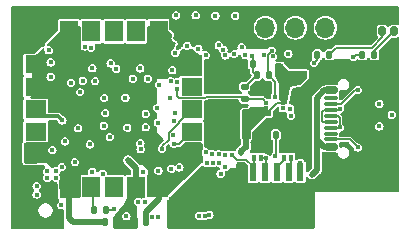
<source format=gbr>
%TF.GenerationSoftware,KiCad,Pcbnew,8.0.5*%
%TF.CreationDate,2024-12-17T02:27:59+01:00*%
%TF.ProjectId,hardware v5,68617264-7761-4726-9520-76352e6b6963,rev?*%
%TF.SameCoordinates,Original*%
%TF.FileFunction,Copper,L6,Bot*%
%TF.FilePolarity,Positive*%
%FSLAX46Y46*%
G04 Gerber Fmt 4.6, Leading zero omitted, Abs format (unit mm)*
G04 Created by KiCad (PCBNEW 8.0.5) date 2024-12-17 02:27:59*
%MOMM*%
%LPD*%
G01*
G04 APERTURE LIST*
G04 Aperture macros list*
%AMRoundRect*
0 Rectangle with rounded corners*
0 $1 Rounding radius*
0 $2 $3 $4 $5 $6 $7 $8 $9 X,Y pos of 4 corners*
0 Add a 4 corners polygon primitive as box body*
4,1,4,$2,$3,$4,$5,$6,$7,$8,$9,$2,$3,0*
0 Add four circle primitives for the rounded corners*
1,1,$1+$1,$2,$3*
1,1,$1+$1,$4,$5*
1,1,$1+$1,$6,$7*
1,1,$1+$1,$8,$9*
0 Add four rect primitives between the rounded corners*
20,1,$1+$1,$2,$3,$4,$5,0*
20,1,$1+$1,$4,$5,$6,$7,0*
20,1,$1+$1,$6,$7,$8,$9,0*
20,1,$1+$1,$8,$9,$2,$3,0*%
G04 Aperture macros list end*
%TA.AperFunction,SMDPad,CuDef*%
%ADD10R,1.800000X1.500000*%
%TD*%
%TA.AperFunction,SMDPad,CuDef*%
%ADD11R,1.500000X1.800000*%
%TD*%
%TA.AperFunction,SMDPad,CuDef*%
%ADD12RoundRect,0.135000X0.135000X0.185000X-0.135000X0.185000X-0.135000X-0.185000X0.135000X-0.185000X0*%
%TD*%
%TA.AperFunction,ComponentPad*%
%ADD13R,1.700000X1.700000*%
%TD*%
%TA.AperFunction,ComponentPad*%
%ADD14O,1.700000X1.700000*%
%TD*%
%TA.AperFunction,SMDPad,CuDef*%
%ADD15R,0.350000X0.500000*%
%TD*%
%TA.AperFunction,SMDPad,CuDef*%
%ADD16R,0.900000X0.440000*%
%TD*%
%TA.AperFunction,SMDPad,CuDef*%
%ADD17R,0.300000X0.340000*%
%TD*%
%TA.AperFunction,SMDPad,CuDef*%
%ADD18RoundRect,0.140000X-0.140000X-0.170000X0.140000X-0.170000X0.140000X0.170000X-0.140000X0.170000X0*%
%TD*%
%TA.AperFunction,SMDPad,CuDef*%
%ADD19RoundRect,0.150000X-0.425000X0.150000X-0.425000X-0.150000X0.425000X-0.150000X0.425000X0.150000X0*%
%TD*%
%TA.AperFunction,SMDPad,CuDef*%
%ADD20RoundRect,0.075000X-0.500000X0.075000X-0.500000X-0.075000X0.500000X-0.075000X0.500000X0.075000X0*%
%TD*%
%TA.AperFunction,ComponentPad*%
%ADD21O,1.800000X1.000000*%
%TD*%
%TA.AperFunction,ComponentPad*%
%ADD22O,2.100000X1.000000*%
%TD*%
%TA.AperFunction,SMDPad,CuDef*%
%ADD23RoundRect,0.140000X0.140000X0.170000X-0.140000X0.170000X-0.140000X-0.170000X0.140000X-0.170000X0*%
%TD*%
%TA.AperFunction,SMDPad,CuDef*%
%ADD24R,0.375000X0.350000*%
%TD*%
%TA.AperFunction,SMDPad,CuDef*%
%ADD25R,0.350000X0.375000*%
%TD*%
%TA.AperFunction,SMDPad,CuDef*%
%ADD26RoundRect,0.140000X-0.170000X0.140000X-0.170000X-0.140000X0.170000X-0.140000X0.170000X0.140000X0*%
%TD*%
%TA.AperFunction,SMDPad,CuDef*%
%ADD27RoundRect,0.135000X-0.135000X-0.185000X0.135000X-0.185000X0.135000X0.185000X-0.135000X0.185000X0*%
%TD*%
%TA.AperFunction,SMDPad,CuDef*%
%ADD28RoundRect,0.160000X-0.160000X0.222500X-0.160000X-0.222500X0.160000X-0.222500X0.160000X0.222500X0*%
%TD*%
%TA.AperFunction,SMDPad,CuDef*%
%ADD29R,0.600000X1.550000*%
%TD*%
%TA.AperFunction,SMDPad,CuDef*%
%ADD30R,1.200000X1.800000*%
%TD*%
%TA.AperFunction,SMDPad,CuDef*%
%ADD31RoundRect,0.135000X0.185000X-0.135000X0.185000X0.135000X-0.185000X0.135000X-0.185000X-0.135000X0*%
%TD*%
%TA.AperFunction,ViaPad*%
%ADD32C,0.400000*%
%TD*%
%TA.AperFunction,Conductor*%
%ADD33C,0.150000*%
%TD*%
%TA.AperFunction,Conductor*%
%ADD34C,0.500000*%
%TD*%
%TA.AperFunction,Conductor*%
%ADD35C,0.200000*%
%TD*%
%TA.AperFunction,Conductor*%
%ADD36C,0.300000*%
%TD*%
G04 APERTURE END LIST*
D10*
%TO.P,ANT2,1,GND_1*%
%TO.N,GNDGPS*%
X121500000Y-103670000D03*
%TO.P,ANT2,2,V_IO*%
%TO.N,+3.3V*%
X121500000Y-101770000D03*
%TO.P,ANT2,3,V_BCKP*%
%TO.N,Net-(ANT2-V_BCKP)*%
X121500000Y-99870000D03*
%TO.P,ANT2,4,GND_2*%
%TO.N,GNDGPS*%
X121500000Y-97970000D03*
%TO.P,ANT2,5,GND_3*%
X121500000Y-96070000D03*
D11*
%TO.P,ANT2,6,GND_4*%
X124300000Y-93270000D03*
%TO.P,ANT2,7,TIMEPULSE*%
%TO.N,Net-(ANT2-TIMEPULSE)*%
X126200000Y-93270000D03*
%TO.P,ANT2,8,SAFEBOOT_N*%
%TO.N,unconnected-(ANT2-SAFEBOOT_N-Pad8)*%
X128100000Y-93270000D03*
%TO.P,ANT2,9,SDA*%
%TO.N,unconnected-(ANT2-SDA-Pad9)*%
X130000000Y-93270000D03*
%TO.P,ANT2,10,GND_5*%
%TO.N,GNDGPS*%
X131900000Y-93270000D03*
D10*
%TO.P,ANT2,11,GND_6*%
X134700000Y-96070000D03*
%TO.P,ANT2,12,SCL*%
%TO.N,unconnected-(ANT2-SCL-Pad12)*%
X134700000Y-97970000D03*
%TO.P,ANT2,13,TXD*%
%TO.N,Net-(ANT2-TXD)*%
X134700000Y-99870000D03*
%TO.P,ANT2,14,RXD*%
%TO.N,Net-(ANT2-RXD)*%
X134700000Y-101770000D03*
%TO.P,ANT2,15,GND_7*%
%TO.N,GNDGPS*%
X134700000Y-103670000D03*
D11*
%TO.P,ANT2,16,GND_8*%
X131900000Y-106470000D03*
%TO.P,ANT2,17,VCC*%
%TO.N,+3.3V*%
X130000000Y-106470000D03*
%TO.P,ANT2,18,RESET_N*%
%TO.N,unconnected-(ANT2-RESET_N-Pad18)*%
X128100000Y-106470000D03*
%TO.P,ANT2,19,EXTINT*%
%TO.N,Net-(ANT2-EXTINT)*%
X126200000Y-106470000D03*
%TO.P,ANT2,20,GND_9*%
%TO.N,GNDGPS*%
X124300000Y-106470000D03*
%TD*%
D12*
%TO.P,R21,1*%
%TO.N,GPSEXTINT*%
X127420000Y-108360000D03*
%TO.P,R21,2*%
%TO.N,Net-(ANT2-EXTINT)*%
X126400000Y-108360000D03*
%TD*%
D13*
%TO.P,J3,1,Pin_1*%
%TO.N,GND*%
X148570000Y-92965000D03*
D14*
%TO.P,J3,2,Pin_2*%
%TO.N,+3.3V*%
X146030000Y-92965000D03*
%TO.P,J3,3,Pin_3*%
%TO.N,OLED_SCL*%
X143490000Y-92965000D03*
%TO.P,J3,4,Pin_4*%
%TO.N,OLED_SDA*%
X140950000Y-92965000D03*
%TD*%
D15*
%TO.P,D5,1,K1*%
%TO.N,COMPASSDA*%
X143155000Y-103960000D03*
%TO.P,D5,2,K2*%
%TO.N,COMPASSCL*%
X142505000Y-103960000D03*
D16*
%TO.P,D5,3,CC_1*%
%TO.N,GND*%
X142830000Y-103270000D03*
D17*
%TO.P,D5,4,CC_2*%
X142830000Y-102880000D03*
%TD*%
D18*
%TO.P,C19,1*%
%TO.N,GND*%
X138300000Y-101130000D03*
%TO.P,C19,2*%
%TO.N,+3.3V*%
X139260000Y-101130000D03*
%TD*%
D19*
%TO.P,J2,A1,GND*%
%TO.N,GND*%
X146485000Y-97470000D03*
%TO.P,J2,A4,VBUS*%
%TO.N,vusb*%
X146485000Y-98270000D03*
D20*
%TO.P,J2,A5,CC1*%
%TO.N,Net-(J2-CC1)*%
X146485000Y-99420000D03*
%TO.P,J2,A6,D+1*%
%TO.N,USBD+*%
X146485000Y-100420000D03*
%TO.P,J2,A7,D-1*%
%TO.N,USBD-*%
X146485000Y-100920000D03*
%TO.P,J2,A8,SBU1*%
%TO.N,unconnected-(J2-SBU1-PadA8)*%
X146485000Y-101920000D03*
D19*
%TO.P,J2,A9,VBUS*%
%TO.N,vusb*%
X146485000Y-103070000D03*
%TO.P,J2,A12,GND*%
%TO.N,GND*%
X146485000Y-103870000D03*
%TO.P,J2,B1,GND*%
X146485000Y-103870000D03*
%TO.P,J2,B4,VBUS*%
%TO.N,vusb*%
X146485000Y-103070000D03*
D20*
%TO.P,J2,B5,CC2*%
%TO.N,Net-(J2-CC2)*%
X146485000Y-102420000D03*
%TO.P,J2,B6,D+2*%
%TO.N,USBD+*%
X146485000Y-101420000D03*
%TO.P,J2,B7,D-2*%
%TO.N,USBD-*%
X146485000Y-99920000D03*
%TO.P,J2,B8,SBU2*%
%TO.N,unconnected-(J2-SBU2-PadB8)*%
X146485000Y-98920000D03*
D19*
%TO.P,J2,B9,VBUS*%
%TO.N,vusb*%
X146485000Y-98270000D03*
%TO.P,J2,B12,GND*%
%TO.N,GND*%
X146485000Y-97470000D03*
D21*
%TO.P,J2,S1,SHIELD*%
X151240000Y-96350000D03*
D22*
X147060000Y-96350000D03*
D21*
X151240000Y-104990000D03*
D22*
X147060000Y-104990000D03*
%TD*%
D23*
%TO.P,C12,1*%
%TO.N,GND*%
X140310000Y-102050000D03*
%TO.P,C12,2*%
%TO.N,+3.3V*%
X139350000Y-102050000D03*
%TD*%
%TO.P,C9,1*%
%TO.N,+3.3V*%
X128340000Y-109370000D03*
%TO.P,C9,2*%
%TO.N,GNDGPS*%
X127380000Y-109370000D03*
%TD*%
D24*
%TO.P,WSEN-PADS1,1,VDD_IO*%
%TO.N,+3.3V*%
X141038000Y-99793000D03*
%TO.P,WSEN-PADS1,2,SCL*%
%TO.N,COMPASSCL*%
X141038000Y-99293000D03*
D25*
%TO.P,WSEN-PADS1,3,RSVD*%
%TO.N,GND*%
X141250000Y-98830000D03*
%TO.P,WSEN-PADS1,4,SDA*%
%TO.N,COMPASSDA*%
X141750000Y-98830000D03*
%TO.P,WSEN-PADS1,5,SAO*%
%TO.N,+3.3V*%
X142250000Y-98830000D03*
D24*
%TO.P,WSEN-PADS1,6,CS*%
X142463000Y-99293000D03*
%TO.P,WSEN-PADS1,7,INT*%
%TO.N,unconnected-(WSEN-PADS1-INT-Pad7)*%
X142463000Y-99793000D03*
D25*
%TO.P,WSEN-PADS1,8,GND*%
%TO.N,GND*%
X142250000Y-100256000D03*
%TO.P,WSEN-PADS1,9,GND*%
X141750000Y-100256000D03*
%TO.P,WSEN-PADS1,10,VDD*%
%TO.N,+3.3V*%
X141250000Y-100256000D03*
%TD*%
D18*
%TO.P,C2,1*%
%TO.N,GND*%
X138930000Y-96010000D03*
%TO.P,C2,2*%
%TO.N,+3.3V*%
X139890000Y-96010000D03*
%TD*%
%TO.P,C10,1*%
%TO.N,+3.3V*%
X129840000Y-109440000D03*
%TO.P,C10,2*%
%TO.N,GNDGPS*%
X130800000Y-109440000D03*
%TD*%
D26*
%TO.P,C24,1*%
%TO.N,GND*%
X144100000Y-95920000D03*
%TO.P,C24,2*%
%TO.N,+3.3V*%
X144100000Y-96880000D03*
%TD*%
D27*
%TO.P,R1,1*%
%TO.N,Net-(U1-PB0)*%
X149150000Y-95240000D03*
%TO.P,R1,2*%
%TO.N,Net-(D2-A)*%
X150170000Y-95240000D03*
%TD*%
%TO.P,R2,1*%
%TO.N,Net-(U1-PB1)*%
X145340000Y-95250000D03*
%TO.P,R2,2*%
%TO.N,Net-(D3-A)*%
X146360000Y-95250000D03*
%TD*%
D28*
%TO.P,D2,1,K*%
%TO.N,GND*%
X151820000Y-92117500D03*
%TO.P,D2,2,A*%
%TO.N,Net-(D2-A)*%
X151820000Y-93262500D03*
%TD*%
D26*
%TO.P,C22,1*%
%TO.N,GND*%
X143140000Y-95910000D03*
%TO.P,C22,2*%
%TO.N,+3.3V*%
X143140000Y-96870000D03*
%TD*%
D27*
%TO.P,R20,1*%
%TO.N,+3.3V*%
X140210000Y-97000000D03*
%TO.P,R20,2*%
%TO.N,COMPASSDA*%
X141230000Y-97000000D03*
%TD*%
D28*
%TO.P,D3,1,K*%
%TO.N,GND*%
X150850000Y-92107500D03*
%TO.P,D3,2,A*%
%TO.N,Net-(D3-A)*%
X150850000Y-93252500D03*
%TD*%
D29*
%TO.P,J1,1,1*%
%TO.N,+3.3V*%
X143910000Y-105173000D03*
%TO.P,J1,2,2*%
%TO.N,COMPASSDA*%
X142910000Y-105173000D03*
%TO.P,J1,3,3*%
%TO.N,COMPASSCL*%
X141910000Y-105173000D03*
%TO.P,J1,4,4*%
%TO.N,USART_RX*%
X140910000Y-105173000D03*
%TO.P,J1,5,5*%
%TO.N,USART_TX*%
X139910000Y-105173000D03*
%TO.P,J1,6,6*%
%TO.N,GND*%
X138910000Y-105173000D03*
D30*
%TO.P,J1,MP1,MP1*%
X144410000Y-109048000D03*
%TO.P,J1,MP2,MP2*%
X138410000Y-109048000D03*
%TD*%
D23*
%TO.P,C13,1*%
%TO.N,GND*%
X142790000Y-102030000D03*
%TO.P,C13,2*%
%TO.N,+3.3V*%
X141830000Y-102030000D03*
%TD*%
D18*
%TO.P,C20,1*%
%TO.N,GND*%
X138310000Y-100180000D03*
%TO.P,C20,2*%
%TO.N,+3.3V*%
X139270000Y-100180000D03*
%TD*%
D31*
%TO.P,R19,1*%
%TO.N,COMPASSCL*%
X139210000Y-98980000D03*
%TO.P,R19,2*%
%TO.N,+3.3V*%
X139210000Y-97960000D03*
%TD*%
D15*
%TO.P,D4,1,K1*%
%TO.N,USART_RX*%
X140615000Y-103950000D03*
%TO.P,D4,2,K2*%
%TO.N,USART_TX*%
X139965000Y-103950000D03*
D16*
%TO.P,D4,3,CC_1*%
%TO.N,GND*%
X140290000Y-103260000D03*
D17*
%TO.P,D4,4,CC_2*%
X140290000Y-102870000D03*
%TD*%
D18*
%TO.P,C25,1*%
%TO.N,GND*%
X138320000Y-102970000D03*
%TO.P,C25,2*%
%TO.N,+3.3V*%
X139280000Y-102970000D03*
%TD*%
D32*
%TO.N,GND*%
X126300000Y-96390000D03*
%TO.N,GPSTIMEPULSE*%
X126190000Y-94650000D03*
X133060000Y-96550000D03*
X137390000Y-94810000D03*
%TO.N,Net-(ANT2-TIMEPULSE)*%
X126250000Y-92590000D03*
%TO.N,GPSEXTINT*%
X128090000Y-108330000D03*
X136420000Y-103640000D03*
%TO.N,GNDGPS*%
X121700000Y-96080000D03*
X127750000Y-104900000D03*
X122120000Y-98000000D03*
X128110000Y-104570000D03*
X121530000Y-98000000D03*
%TO.N,GND*%
X121430000Y-91890000D03*
X120620000Y-104950000D03*
X150430000Y-98280000D03*
X149090000Y-105540000D03*
X122770000Y-97120000D03*
X136230000Y-100910000D03*
X138350000Y-96890000D03*
X143220000Y-106520000D03*
X149930000Y-103260000D03*
X145260000Y-106520000D03*
X121640000Y-105130000D03*
X138360000Y-93700000D03*
X136340000Y-97140000D03*
X151380000Y-106520000D03*
X131840000Y-101000000D03*
X120030000Y-106430000D03*
X147060000Y-94160000D03*
X137450000Y-101240000D03*
X119780000Y-105010000D03*
X120320000Y-91470000D03*
X136150000Y-101900000D03*
X139830000Y-93610000D03*
X119820000Y-105800000D03*
X122600000Y-94870000D03*
X143160000Y-101250000D03*
X142200000Y-106520000D03*
X130820000Y-100250000D03*
X138910000Y-106540000D03*
X134060000Y-106430000D03*
X140570000Y-101920000D03*
X143440000Y-102740000D03*
X119770000Y-97230000D03*
X139370000Y-96870000D03*
X125090000Y-101470000D03*
X137270000Y-97540000D03*
X149340000Y-106520000D03*
X126290000Y-91440000D03*
X133330000Y-95060000D03*
X122920000Y-103320000D03*
X141150000Y-100950000D03*
X138270000Y-106990000D03*
X133670000Y-104790000D03*
X132980000Y-104880000D03*
X145650000Y-96580000D03*
X120590000Y-105770000D03*
X151160000Y-103200000D03*
X125130000Y-91890000D03*
X137100000Y-107090000D03*
X148640000Y-91490000D03*
X138400000Y-99310000D03*
X141140000Y-101910000D03*
X119770000Y-95840000D03*
X142210000Y-92970000D03*
X144600000Y-104770000D03*
X144680000Y-91590000D03*
X147810000Y-106520000D03*
X130350000Y-96410000D03*
X150330000Y-102310000D03*
X139850000Y-94290000D03*
X138270000Y-109030000D03*
X122810000Y-107270000D03*
X140620000Y-94220000D03*
X147710000Y-98490000D03*
X148320000Y-106520000D03*
X148830000Y-106520000D03*
X129250000Y-101410000D03*
X127390000Y-100180000D03*
X142254834Y-95284834D03*
X142710000Y-106520000D03*
X125260000Y-98410000D03*
X147680000Y-102870000D03*
X146790000Y-106520000D03*
X149130000Y-102280000D03*
X131890000Y-105050000D03*
X134180000Y-93190000D03*
X150360000Y-106520000D03*
X133610000Y-108220000D03*
X133730000Y-107250000D03*
X140140000Y-98080000D03*
X123690000Y-104750000D03*
X138270000Y-107500000D03*
X143660000Y-103890000D03*
X151440000Y-97360000D03*
X124820000Y-104340000D03*
X149990000Y-93840000D03*
X126530000Y-97480000D03*
X143730000Y-106520000D03*
X119620000Y-103290000D03*
X120500000Y-93330000D03*
X144040000Y-100990000D03*
X147300000Y-106520000D03*
X150410000Y-97380000D03*
X151750000Y-103830000D03*
X127260000Y-101240000D03*
X127300000Y-98910000D03*
X151910000Y-91440000D03*
X149810000Y-104430000D03*
X138280000Y-98070000D03*
X130610000Y-105150000D03*
X138270000Y-108010000D03*
X126290000Y-105160000D03*
X147260000Y-91500000D03*
X131130000Y-91840000D03*
X140960000Y-106540000D03*
X149270000Y-96100000D03*
X123980000Y-102590000D03*
X151890000Y-106520000D03*
X133350000Y-93820000D03*
X148240000Y-94180000D03*
X123990000Y-91440000D03*
X141690000Y-106520000D03*
X151420000Y-98330000D03*
X151950000Y-94110000D03*
X125650000Y-94550000D03*
X144750000Y-106520000D03*
X131980000Y-97790000D03*
X121260000Y-109500000D03*
X133600000Y-94590000D03*
X139420000Y-91460000D03*
X135870000Y-91390000D03*
X141950000Y-91490000D03*
X138270000Y-108520000D03*
X119820000Y-94310000D03*
X137820000Y-101920000D03*
X119660000Y-92000000D03*
X148310000Y-101990000D03*
X137390000Y-109610000D03*
X129280000Y-91460000D03*
X149850000Y-106520000D03*
X142340000Y-102840000D03*
X129100000Y-98890000D03*
X144240000Y-106520000D03*
X121160000Y-94310000D03*
X127430000Y-91840000D03*
X120120000Y-108490000D03*
X138270000Y-109540000D03*
X122700000Y-92360000D03*
X149970000Y-96060000D03*
X130820000Y-101380000D03*
X122840000Y-106450000D03*
X150870000Y-106520000D03*
X151640000Y-102310000D03*
X141150000Y-98100000D03*
X137560000Y-91420000D03*
X146280000Y-106520000D03*
X119630000Y-101820000D03*
X123340000Y-108700000D03*
X145770000Y-106520000D03*
X122490000Y-91430000D03*
X135290000Y-93160000D03*
X136240000Y-98010000D03*
X131770000Y-99750000D03*
X149890000Y-91610000D03*
X132150000Y-91470000D03*
X124490000Y-97620000D03*
X125490000Y-97440000D03*
X134200000Y-91430000D03*
X150920000Y-94920000D03*
%TO.N,+3.3V*%
X135920000Y-95280000D03*
X137560000Y-104730000D03*
X137060000Y-104410000D03*
X130360000Y-102760000D03*
X133330000Y-100220000D03*
X122100000Y-101330000D03*
X135270000Y-94750000D03*
X136510000Y-104430000D03*
X142820000Y-97140000D03*
X143920000Y-104400000D03*
X134320000Y-94480000D03*
X136020000Y-104430000D03*
X127840000Y-95980000D03*
X137150000Y-105320000D03*
X122770000Y-95900000D03*
X141758656Y-103854826D03*
X143910000Y-104990000D03*
X129320000Y-104170000D03*
X142820000Y-97690000D03*
X138868083Y-103605000D03*
X120910000Y-101340000D03*
X128320000Y-96440000D03*
X133250000Y-100860831D03*
X130380000Y-103240000D03*
X139833442Y-95395000D03*
%TO.N,vusb*%
X131359997Y-108980000D03*
X131860000Y-108980000D03*
X121580000Y-107080000D03*
X145300000Y-105010000D03*
X121570000Y-106370000D03*
X151650000Y-100330000D03*
X144915000Y-105395000D03*
%TO.N,Net-(IC3-EN)*%
X135360000Y-108890000D03*
X136210000Y-108800000D03*
X135800000Y-108900000D03*
X123660000Y-107980000D03*
%TO.N,Net-(U1-NRST)*%
X133380000Y-91910000D03*
X132830000Y-98940000D03*
%TO.N,SPI_MOSi*%
X127780000Y-102220000D03*
X137557500Y-95295095D03*
%TO.N,SPI_MISO*%
X136990000Y-103680000D03*
X129715000Y-97260000D03*
%TO.N,SPI_CS*%
X130985000Y-97260000D03*
X137010000Y-94450000D03*
%TO.N,COMPASSDA*%
X132950000Y-97500000D03*
X142900000Y-104810000D03*
X141478477Y-94897064D03*
%TO.N,COMPASSCL*%
X133499998Y-98155000D03*
X141940251Y-104764958D03*
%TO.N,USART_RX*%
X140960000Y-103999240D03*
X142900000Y-95170000D03*
%TO.N,USART_TX*%
X138100000Y-103700000D03*
%TO.N,OLED_SCL*%
X137530000Y-103700000D03*
%TO.N,ALIMGPS*%
X133130000Y-102060000D03*
X127170000Y-105310000D03*
%TO.N,Net-(U1-PA4)*%
X129180000Y-108910000D03*
X135900002Y-103510000D03*
%TO.N,BAT+*%
X122450000Y-105110000D03*
X130200000Y-107700000D03*
X130720000Y-107700000D03*
X123220000Y-105680000D03*
X123210000Y-105110000D03*
X122490000Y-105660000D03*
%TO.N,SWDIO*%
X138930000Y-94610000D03*
X138400000Y-91940000D03*
%TO.N,SWCLK*%
X136720000Y-91930000D03*
X139230000Y-95280000D03*
%TO.N,SWO*%
X135040000Y-91900000D03*
X138307500Y-95190000D03*
%TO.N,D+*%
X150595000Y-101310000D03*
X140790000Y-95283906D03*
%TO.N,D-*%
X141558903Y-95390555D03*
X150595000Y-99410000D03*
%TO.N,Net-(U1-PB0)*%
X148384659Y-95447254D03*
X143120000Y-100410000D03*
%TO.N,Net-(U1-PB1)*%
X145070000Y-95950000D03*
X143050000Y-99810000D03*
%TO.N,Net-(ANT2-RXD)*%
X133214488Y-102810000D03*
%TO.N,Net-(ANT2-TXD)*%
X132190002Y-103188079D03*
%TO.N,Net-(ANT2-V_BCKP)*%
X123765000Y-100805000D03*
%TO.N,USBD-*%
X147270000Y-99830000D03*
%TO.N,Net-(J2-CC1)*%
X148750000Y-98240000D03*
%TO.N,USBD+*%
X147240000Y-101400000D03*
%TO.N,Net-(J2-CC2)*%
X148760000Y-103100000D03*
%TO.N,Net-(S3-COM_2)*%
X126090000Y-102840000D03*
X133499998Y-97560000D03*
%TD*%
D33*
%TO.N,Net-(ANT2-EXTINT)*%
X126360000Y-106630000D02*
X126360000Y-108320000D01*
X126360000Y-108320000D02*
X126400000Y-108360000D01*
X126200000Y-106470000D02*
X126360000Y-106630000D01*
%TO.N,GPSEXTINT*%
X128060000Y-108360000D02*
X128090000Y-108330000D01*
X127420000Y-108360000D02*
X128060000Y-108360000D01*
D34*
%TO.N,GNDGPS*%
X131900000Y-107490000D02*
X130800000Y-108590000D01*
X130800000Y-108590000D02*
X130800000Y-109440000D01*
X124640000Y-109370000D02*
X127380000Y-109370000D01*
X131900000Y-106470000D02*
X131900000Y-107490000D01*
X124300000Y-109030000D02*
X124640000Y-109370000D01*
X124300000Y-106470000D02*
X124300000Y-109030000D01*
X124450000Y-106320000D02*
X124300000Y-106470000D01*
%TO.N,+3.3V*%
X138868083Y-103430877D02*
X138868083Y-103605000D01*
X139280000Y-102970000D02*
X139280000Y-103018960D01*
D35*
X143920000Y-104980000D02*
X143910000Y-104990000D01*
D34*
X139280000Y-102970000D02*
X139280000Y-102120000D01*
X139280000Y-103018960D02*
X138868083Y-103430877D01*
D35*
X141250000Y-99993500D02*
X141250000Y-100256000D01*
X139890000Y-95451558D02*
X139890000Y-96010000D01*
X139890000Y-96010000D02*
X139890000Y-96680000D01*
X141758656Y-103854826D02*
X141830000Y-103783482D01*
D34*
X130000000Y-104850000D02*
X130000000Y-106470000D01*
D35*
X142463000Y-99293000D02*
X141950500Y-99293000D01*
D34*
X129320000Y-104170000D02*
X130000000Y-104850000D01*
D35*
X139300000Y-102100000D02*
X139350000Y-102050000D01*
X139833442Y-95395000D02*
X139890000Y-95451558D01*
X139210000Y-97960000D02*
X139250000Y-97960000D01*
X139890000Y-96680000D02*
X140210000Y-97000000D01*
X141830000Y-103783482D02*
X141830000Y-102030000D01*
X139250000Y-97960000D02*
X140210000Y-97000000D01*
X141950500Y-99293000D02*
X141250000Y-99993500D01*
X143920000Y-104400000D02*
X143920000Y-104980000D01*
D34*
X139280000Y-102120000D02*
X139350000Y-102050000D01*
%TO.N,vusb*%
X145280000Y-105030000D02*
X145300000Y-105030000D01*
X146490000Y-98270000D02*
X145915001Y-98270000D01*
X145300000Y-105010000D02*
X145300000Y-102408120D01*
X145900000Y-103070000D02*
X146490000Y-103070000D01*
X145300000Y-102408120D02*
X145296536Y-102404656D01*
X145296536Y-98888465D02*
X145296536Y-102404656D01*
X145296536Y-102404656D02*
X145296536Y-102466536D01*
X145300000Y-105010000D02*
X144915000Y-105395000D01*
X144915000Y-105395000D02*
X145280000Y-105030000D01*
X145915001Y-98270000D02*
X145296536Y-98888465D01*
X145296536Y-102466536D02*
X145900000Y-103070000D01*
D33*
%TO.N,COMPASSDA*%
X141165000Y-96935000D02*
X141230000Y-97000000D01*
X143155000Y-104555000D02*
X142900000Y-104810000D01*
X143155000Y-103960000D02*
X143155000Y-104555000D01*
X141478477Y-94924459D02*
X141165000Y-95237936D01*
X141750000Y-98830000D02*
X141750000Y-97520000D01*
X141750000Y-97520000D02*
X141230000Y-97000000D01*
X141165000Y-95237936D02*
X141165000Y-96935000D01*
X141478477Y-94897064D02*
X141478477Y-94924459D01*
%TO.N,COMPASSCL*%
X141038000Y-99293000D02*
X140725000Y-98980000D01*
X133499998Y-98155000D02*
X133499998Y-98769998D01*
X140725000Y-98980000D02*
X139210000Y-98980000D01*
X135935000Y-98805000D02*
X139035000Y-98805000D01*
X133625000Y-98895000D02*
X135845000Y-98895000D01*
X142505000Y-104200209D02*
X141940251Y-104764958D01*
X142505000Y-103960000D02*
X142505000Y-104200209D01*
X139035000Y-98805000D02*
X139210000Y-98980000D01*
X135845000Y-98895000D02*
X135935000Y-98805000D01*
X133499998Y-98769998D02*
X133625000Y-98895000D01*
%TO.N,USART_RX*%
X140910760Y-103950000D02*
X140615000Y-103950000D01*
X140960000Y-105123000D02*
X140910000Y-105173000D01*
X140960000Y-103999240D02*
X140960000Y-105123000D01*
X140960000Y-103999240D02*
X140910760Y-103950000D01*
%TO.N,USART_TX*%
X139342000Y-104130000D02*
X139910000Y-104698000D01*
X139965000Y-103950000D02*
X139965000Y-105118000D01*
X139910000Y-104698000D02*
X139910000Y-105173000D01*
X139965000Y-105118000D02*
X139910000Y-105173000D01*
X138100000Y-103700000D02*
X138530000Y-104130000D01*
X138530000Y-104130000D02*
X139342000Y-104130000D01*
%TO.N,Net-(D2-A)*%
X150170000Y-94912500D02*
X151820000Y-93262500D01*
X150170000Y-95240000D02*
X150170000Y-94912500D01*
%TO.N,Net-(D3-A)*%
X146935000Y-94675000D02*
X149955000Y-94675000D01*
X149955000Y-94675000D02*
X150850000Y-93780000D01*
X146360000Y-95250000D02*
X146935000Y-94675000D01*
X150850000Y-93252500D02*
X150850000Y-93575000D01*
X150850000Y-93780000D02*
X150850000Y-93252500D01*
%TO.N,Net-(U1-PB0)*%
X149150000Y-95240000D02*
X148591913Y-95240000D01*
X148591913Y-95240000D02*
X148384659Y-95447254D01*
%TO.N,Net-(U1-PB1)*%
X145340000Y-95680000D02*
X145070000Y-95950000D01*
X145340000Y-95250000D02*
X145340000Y-95680000D01*
%TO.N,Net-(ANT2-RXD)*%
X133660000Y-102810000D02*
X134700000Y-101770000D01*
X133214488Y-102810000D02*
X133660000Y-102810000D01*
%TO.N,Net-(ANT2-TXD)*%
X132755000Y-101904669D02*
X132974669Y-101685000D01*
X132974669Y-101685000D02*
X132985000Y-101685000D01*
X132190002Y-103188079D02*
X132190002Y-102989998D01*
X133625000Y-100945000D02*
X134700000Y-99870000D01*
X132190002Y-102989998D02*
X132755000Y-102425000D01*
X133625000Y-101045000D02*
X133625000Y-100945000D01*
X132985000Y-101685000D02*
X133625000Y-101045000D01*
X132755000Y-102425000D02*
X132755000Y-101904669D01*
D36*
%TO.N,Net-(ANT2-V_BCKP)*%
X122100000Y-100470000D02*
X123430000Y-100470000D01*
X121500000Y-99870000D02*
X122100000Y-100470000D01*
X123430000Y-100470000D02*
X123765000Y-100805000D01*
D33*
%TO.N,USBD-*%
X147180000Y-99920000D02*
X145915001Y-99920000D01*
X147270000Y-99830000D02*
X147180000Y-99920000D01*
X145730000Y-100105001D02*
X145730000Y-100840000D01*
X145810000Y-100920000D02*
X146490000Y-100920000D01*
X145915001Y-99920000D02*
X145730000Y-100105001D01*
X145730000Y-100840000D02*
X145810000Y-100920000D01*
%TO.N,Net-(J2-CC1)*%
X147390000Y-99420000D02*
X146490000Y-99420000D01*
X148570000Y-98240000D02*
X147390000Y-99420000D01*
X148750000Y-98240000D02*
X148570000Y-98240000D01*
%TO.N,USBD+*%
X146490000Y-100420000D02*
X147064999Y-100420000D01*
X147240000Y-101400000D02*
X147220000Y-101420000D01*
X147064999Y-100420000D02*
X147240000Y-100595001D01*
X147220000Y-101420000D02*
X146490000Y-101420000D01*
X147240000Y-100595001D02*
X147240000Y-101400000D01*
%TO.N,Net-(J2-CC2)*%
X148760000Y-103100000D02*
X148080000Y-102420000D01*
X148080000Y-102420000D02*
X146490000Y-102420000D01*
%TD*%
%TA.AperFunction,Conductor*%
%TO.N,GND*%
G36*
X152232539Y-91180185D02*
G01*
X152278294Y-91232989D01*
X152289500Y-91284500D01*
X152289500Y-92646936D01*
X152269815Y-92713975D01*
X152217011Y-92759730D01*
X152147853Y-92769674D01*
X152115414Y-92760370D01*
X152052324Y-92732513D01*
X152052321Y-92732512D01*
X152026357Y-92729500D01*
X151613651Y-92729500D01*
X151613627Y-92729502D01*
X151587685Y-92732510D01*
X151587675Y-92732513D01*
X151481486Y-92779400D01*
X151481485Y-92779401D01*
X151427681Y-92833206D01*
X151366358Y-92866691D01*
X151296666Y-92861707D01*
X151252319Y-92833206D01*
X151188514Y-92769401D01*
X151082321Y-92722512D01*
X151056357Y-92719500D01*
X150643651Y-92719500D01*
X150643627Y-92719502D01*
X150617685Y-92722510D01*
X150617675Y-92722513D01*
X150511486Y-92769400D01*
X150429401Y-92851485D01*
X150382512Y-92957678D01*
X150379500Y-92983639D01*
X150379500Y-93521348D01*
X150379502Y-93521372D01*
X150382510Y-93547314D01*
X150382513Y-93547324D01*
X150429400Y-93653513D01*
X150455809Y-93679922D01*
X150489294Y-93741245D01*
X150484310Y-93810937D01*
X150455809Y-93855284D01*
X149897914Y-94413181D01*
X149836591Y-94446666D01*
X149810233Y-94449500D01*
X146994297Y-94449500D01*
X146994289Y-94449499D01*
X146979855Y-94449499D01*
X146890146Y-94449499D01*
X146890143Y-94449499D01*
X146866603Y-94459251D01*
X146866601Y-94459252D01*
X146852065Y-94465273D01*
X146807264Y-94483829D01*
X146743829Y-94547265D01*
X146547912Y-94743181D01*
X146486589Y-94776666D01*
X146460231Y-94779500D01*
X146182384Y-94779500D01*
X146182361Y-94779502D01*
X146158504Y-94782269D01*
X146158501Y-94782269D01*
X146060864Y-94825380D01*
X146060856Y-94825386D01*
X145985386Y-94900856D01*
X145985380Y-94900866D01*
X145963432Y-94950571D01*
X145918345Y-95003947D01*
X145851559Y-95024473D01*
X145784277Y-95005634D01*
X145737862Y-94953409D01*
X145736590Y-94950624D01*
X145714616Y-94900859D01*
X145639141Y-94825384D01*
X145639138Y-94825383D01*
X145639136Y-94825381D01*
X145541500Y-94782270D01*
X145541501Y-94782270D01*
X145517623Y-94779500D01*
X145162384Y-94779500D01*
X145162361Y-94779502D01*
X145138504Y-94782269D01*
X145138501Y-94782269D01*
X145040864Y-94825380D01*
X145040856Y-94825386D01*
X144965386Y-94900856D01*
X144965381Y-94900863D01*
X144922270Y-94998499D01*
X144919500Y-95022375D01*
X144919500Y-95477615D01*
X144919502Y-95477638D01*
X144922269Y-95501495D01*
X144924718Y-95510496D01*
X144923233Y-95510899D01*
X144930959Y-95569915D01*
X144901135Y-95633099D01*
X144864755Y-95661201D01*
X144861419Y-95662900D01*
X144861407Y-95662909D01*
X144782909Y-95741407D01*
X144782904Y-95741414D01*
X144732498Y-95840341D01*
X144715131Y-95949997D01*
X144715131Y-95950002D01*
X144732498Y-96059658D01*
X144782904Y-96158585D01*
X144782909Y-96158592D01*
X144861407Y-96237090D01*
X144861410Y-96237092D01*
X144861413Y-96237095D01*
X144960339Y-96287500D01*
X144960341Y-96287501D01*
X145069998Y-96304869D01*
X145070000Y-96304869D01*
X145070002Y-96304869D01*
X145179658Y-96287501D01*
X145179659Y-96287500D01*
X145179661Y-96287500D01*
X145278587Y-96237095D01*
X145357095Y-96158587D01*
X145407500Y-96059661D01*
X145413872Y-96019434D01*
X145425334Y-95947063D01*
X145455263Y-95883928D01*
X145460126Y-95878778D01*
X145467734Y-95871170D01*
X145467736Y-95871170D01*
X145531170Y-95807736D01*
X145555467Y-95749074D01*
X145599306Y-95694672D01*
X145619937Y-95683095D01*
X145639141Y-95674616D01*
X145714616Y-95599141D01*
X145736566Y-95549430D01*
X145781651Y-95496054D01*
X145848438Y-95475526D01*
X145915720Y-95494364D01*
X145962136Y-95546587D01*
X145963434Y-95549430D01*
X145980968Y-95589141D01*
X145985384Y-95599141D01*
X146060859Y-95674616D01*
X146060862Y-95674617D01*
X146060863Y-95674618D01*
X146158499Y-95717729D01*
X146158500Y-95717729D01*
X146158502Y-95717730D01*
X146182377Y-95720500D01*
X146537622Y-95720499D01*
X146561498Y-95717730D01*
X146659135Y-95674619D01*
X146659135Y-95674618D01*
X146659141Y-95674616D01*
X146717439Y-95616318D01*
X146778763Y-95582834D01*
X146805120Y-95580000D01*
X147982934Y-95580000D01*
X148049973Y-95599685D01*
X148093418Y-95647704D01*
X148097563Y-95655839D01*
X148097568Y-95655846D01*
X148176066Y-95734344D01*
X148176069Y-95734346D01*
X148176072Y-95734349D01*
X148250630Y-95772338D01*
X148275000Y-95784755D01*
X148384657Y-95802123D01*
X148384659Y-95802123D01*
X148384661Y-95802123D01*
X148494317Y-95784755D01*
X148494318Y-95784754D01*
X148494320Y-95784754D01*
X148593246Y-95734349D01*
X148669239Y-95658355D01*
X148730560Y-95624872D01*
X148800252Y-95629856D01*
X148844600Y-95658357D01*
X148850859Y-95664616D01*
X148850862Y-95664617D01*
X148850863Y-95664618D01*
X148948499Y-95707729D01*
X148948500Y-95707729D01*
X148948502Y-95707730D01*
X148972377Y-95710500D01*
X149327622Y-95710499D01*
X149351498Y-95707730D01*
X149449135Y-95664619D01*
X149449136Y-95664618D01*
X149449141Y-95664616D01*
X149524616Y-95589141D01*
X149546566Y-95539430D01*
X149591651Y-95486054D01*
X149658438Y-95465526D01*
X149725720Y-95484364D01*
X149772136Y-95536587D01*
X149773434Y-95539430D01*
X149792314Y-95582190D01*
X149795384Y-95589141D01*
X149870859Y-95664616D01*
X149870862Y-95664617D01*
X149870863Y-95664618D01*
X149968499Y-95707729D01*
X149968500Y-95707729D01*
X149968502Y-95707730D01*
X149992377Y-95710500D01*
X150347622Y-95710499D01*
X150371498Y-95707730D01*
X150469135Y-95664619D01*
X150469136Y-95664618D01*
X150469141Y-95664616D01*
X150544616Y-95589141D01*
X150587730Y-95491498D01*
X150590500Y-95467623D01*
X150590499Y-95012378D01*
X150587730Y-94988502D01*
X150568489Y-94944927D01*
X150559418Y-94875651D01*
X150589241Y-94812466D01*
X150594226Y-94807178D01*
X151569588Y-93831816D01*
X151630909Y-93798333D01*
X151657258Y-93795499D01*
X152026356Y-93795499D01*
X152034726Y-93794528D01*
X152052314Y-93792489D01*
X152052315Y-93792488D01*
X152052320Y-93792488D01*
X152115415Y-93764628D01*
X152184691Y-93755557D01*
X152247876Y-93785380D01*
X152284908Y-93844629D01*
X152289500Y-93878063D01*
X152289500Y-106726000D01*
X152269815Y-106793039D01*
X152217011Y-106838794D01*
X152165500Y-106850000D01*
X145110000Y-106850000D01*
X145110000Y-109835500D01*
X145090315Y-109902539D01*
X145037511Y-109948294D01*
X144986000Y-109959500D01*
X132734000Y-109959500D01*
X132666961Y-109939815D01*
X132621206Y-109887011D01*
X132610000Y-109835500D01*
X132610000Y-108889997D01*
X135005131Y-108889997D01*
X135005131Y-108890002D01*
X135022498Y-108999658D01*
X135072904Y-109098585D01*
X135072909Y-109098592D01*
X135151407Y-109177090D01*
X135151410Y-109177092D01*
X135151413Y-109177095D01*
X135245148Y-109224855D01*
X135250341Y-109227501D01*
X135359998Y-109244869D01*
X135360000Y-109244869D01*
X135360002Y-109244869D01*
X135469657Y-109227501D01*
X135469658Y-109227500D01*
X135469661Y-109227500D01*
X135513894Y-109204962D01*
X135582559Y-109192066D01*
X135626476Y-109204960D01*
X135690339Y-109237500D01*
X135690341Y-109237500D01*
X135690343Y-109237501D01*
X135799998Y-109254869D01*
X135800000Y-109254869D01*
X135800002Y-109254869D01*
X135909658Y-109237501D01*
X135909659Y-109237500D01*
X135909661Y-109237500D01*
X136008587Y-109187095D01*
X136019270Y-109176411D01*
X136080588Y-109142928D01*
X136126348Y-109141620D01*
X136209998Y-109154869D01*
X136210000Y-109154869D01*
X136210002Y-109154869D01*
X136319658Y-109137501D01*
X136319659Y-109137500D01*
X136319661Y-109137500D01*
X136418587Y-109087095D01*
X136497095Y-109008587D01*
X136547500Y-108909661D01*
X136547500Y-108909659D01*
X136547501Y-108909658D01*
X136564869Y-108800002D01*
X136564869Y-108799997D01*
X136547501Y-108690341D01*
X136547500Y-108690339D01*
X136497095Y-108591413D01*
X136497092Y-108591410D01*
X136497090Y-108591407D01*
X136418592Y-108512909D01*
X136418588Y-108512906D01*
X136418587Y-108512905D01*
X136369190Y-108487736D01*
X136319658Y-108462498D01*
X136210002Y-108445131D01*
X136209998Y-108445131D01*
X136100341Y-108462498D01*
X136001413Y-108512903D01*
X135990724Y-108523592D01*
X135929399Y-108557074D01*
X135883651Y-108558379D01*
X135800003Y-108545131D01*
X135799998Y-108545131D01*
X135690341Y-108562498D01*
X135646107Y-108585037D01*
X135577437Y-108597933D01*
X135533519Y-108585037D01*
X135469658Y-108552498D01*
X135360002Y-108535131D01*
X135359998Y-108535131D01*
X135250341Y-108552498D01*
X135151414Y-108602904D01*
X135151407Y-108602909D01*
X135072909Y-108681407D01*
X135072904Y-108681414D01*
X135022498Y-108780341D01*
X135005131Y-108889997D01*
X132610000Y-108889997D01*
X132610000Y-107633168D01*
X132629685Y-107566129D01*
X132682489Y-107520374D01*
X132707240Y-107512380D01*
X132708716Y-107511768D01*
X132708722Y-107511767D01*
X132758504Y-107478504D01*
X132791767Y-107428722D01*
X132796032Y-107407281D01*
X132800500Y-107384822D01*
X132800500Y-107345004D01*
X132820185Y-107277965D01*
X132839271Y-107254938D01*
X133024137Y-107080000D01*
X135582668Y-104658874D01*
X135644890Y-104627094D01*
X135714418Y-104633999D01*
X135755577Y-104661260D01*
X135811407Y-104717090D01*
X135811410Y-104717092D01*
X135811413Y-104717095D01*
X135903372Y-104763950D01*
X135910341Y-104767501D01*
X136019998Y-104784869D01*
X136020000Y-104784869D01*
X136020002Y-104784869D01*
X136129656Y-104767501D01*
X136129656Y-104767500D01*
X136129661Y-104767500D01*
X136208709Y-104727223D01*
X136277374Y-104714328D01*
X136321288Y-104727222D01*
X136400339Y-104767500D01*
X136400341Y-104767500D01*
X136400343Y-104767501D01*
X136509998Y-104784869D01*
X136510000Y-104784869D01*
X136510002Y-104784869D01*
X136619658Y-104767501D01*
X136619659Y-104767500D01*
X136619661Y-104767500D01*
X136718587Y-104717095D01*
X136718592Y-104717089D01*
X136726486Y-104711356D01*
X136728558Y-104714208D01*
X136774243Y-104689240D01*
X136843936Y-104694197D01*
X136856919Y-104699900D01*
X136950339Y-104747500D01*
X136950341Y-104747500D01*
X136950343Y-104747501D01*
X136993906Y-104754401D01*
X137057041Y-104784330D01*
X137093972Y-104843642D01*
X137092974Y-104913504D01*
X137054364Y-104971737D01*
X137030804Y-104987358D01*
X136941413Y-105032905D01*
X136941412Y-105032906D01*
X136941407Y-105032909D01*
X136862909Y-105111407D01*
X136862904Y-105111414D01*
X136812498Y-105210341D01*
X136795131Y-105319997D01*
X136795131Y-105320002D01*
X136812498Y-105429658D01*
X136862904Y-105528585D01*
X136862909Y-105528592D01*
X136941407Y-105607090D01*
X136941410Y-105607092D01*
X136941413Y-105607095D01*
X137040339Y-105657500D01*
X137040341Y-105657501D01*
X137149998Y-105674869D01*
X137150000Y-105674869D01*
X137150002Y-105674869D01*
X137259658Y-105657501D01*
X137259659Y-105657500D01*
X137259661Y-105657500D01*
X137358587Y-105607095D01*
X137437095Y-105528587D01*
X137487500Y-105429661D01*
X137487500Y-105429659D01*
X137487501Y-105429658D01*
X137504869Y-105320002D01*
X137504869Y-105319998D01*
X137489286Y-105221614D01*
X137498240Y-105152321D01*
X137543236Y-105098869D01*
X137592356Y-105079744D01*
X137669661Y-105067500D01*
X137768587Y-105017095D01*
X137847095Y-104938587D01*
X137847545Y-104937702D01*
X137848375Y-104936823D01*
X137852828Y-104930695D01*
X137853620Y-104931270D01*
X137895521Y-104886908D01*
X137958029Y-104870000D01*
X138500000Y-104870000D01*
X138500000Y-104479500D01*
X138519685Y-104412461D01*
X138572489Y-104366706D01*
X138624000Y-104355500D01*
X139197233Y-104355500D01*
X139264272Y-104375185D01*
X139284914Y-104391819D01*
X139423181Y-104530086D01*
X139456666Y-104591409D01*
X139459500Y-104617767D01*
X139459500Y-105962820D01*
X139459500Y-105962822D01*
X139459499Y-105962822D01*
X139468231Y-106006717D01*
X139468234Y-106006724D01*
X139485457Y-106032500D01*
X139501496Y-106056504D01*
X139551278Y-106089767D01*
X139551281Y-106089767D01*
X139551282Y-106089768D01*
X139595177Y-106098500D01*
X139595180Y-106098500D01*
X140224822Y-106098500D01*
X140268717Y-106089768D01*
X140268717Y-106089767D01*
X140268722Y-106089767D01*
X140318504Y-106056504D01*
X140318506Y-106056500D01*
X140322319Y-106052689D01*
X140383642Y-106019204D01*
X140453334Y-106024188D01*
X140497681Y-106052689D01*
X140501495Y-106056503D01*
X140501496Y-106056504D01*
X140551278Y-106089767D01*
X140551281Y-106089767D01*
X140551282Y-106089768D01*
X140595177Y-106098500D01*
X140595180Y-106098500D01*
X141224822Y-106098500D01*
X141268717Y-106089768D01*
X141268717Y-106089767D01*
X141268722Y-106089767D01*
X141318504Y-106056504D01*
X141318506Y-106056500D01*
X141322319Y-106052689D01*
X141383642Y-106019204D01*
X141453334Y-106024188D01*
X141497681Y-106052689D01*
X141501495Y-106056503D01*
X141501496Y-106056504D01*
X141551278Y-106089767D01*
X141551281Y-106089767D01*
X141551282Y-106089768D01*
X141595177Y-106098500D01*
X141595180Y-106098500D01*
X142224822Y-106098500D01*
X142268717Y-106089768D01*
X142268717Y-106089767D01*
X142268722Y-106089767D01*
X142318504Y-106056504D01*
X142318506Y-106056500D01*
X142322319Y-106052689D01*
X142383642Y-106019204D01*
X142453334Y-106024188D01*
X142497681Y-106052689D01*
X142501495Y-106056503D01*
X142501496Y-106056504D01*
X142551278Y-106089767D01*
X142551281Y-106089767D01*
X142551282Y-106089768D01*
X142595177Y-106098500D01*
X142595180Y-106098500D01*
X143224822Y-106098500D01*
X143268717Y-106089768D01*
X143268717Y-106089767D01*
X143268722Y-106089767D01*
X143318504Y-106056504D01*
X143318506Y-106056500D01*
X143322319Y-106052689D01*
X143383642Y-106019204D01*
X143453334Y-106024188D01*
X143497681Y-106052689D01*
X143501495Y-106056503D01*
X143501496Y-106056504D01*
X143551278Y-106089767D01*
X143551281Y-106089767D01*
X143551282Y-106089768D01*
X143595177Y-106098500D01*
X143595180Y-106098500D01*
X144224822Y-106098500D01*
X144268717Y-106089768D01*
X144268717Y-106089767D01*
X144268722Y-106089767D01*
X144318504Y-106056504D01*
X144351767Y-106006722D01*
X144353601Y-105997501D01*
X144360500Y-105962822D01*
X144360500Y-105698352D01*
X144380185Y-105631313D01*
X144432989Y-105585558D01*
X144502147Y-105575614D01*
X144565703Y-105604639D01*
X144591887Y-105636353D01*
X144594520Y-105640913D01*
X144669087Y-105715480D01*
X144760412Y-105768207D01*
X144862273Y-105795500D01*
X144862275Y-105795500D01*
X144967725Y-105795500D01*
X144967727Y-105795500D01*
X145069588Y-105768207D01*
X145160913Y-105715480D01*
X145487053Y-105389338D01*
X145512726Y-105369639D01*
X145545913Y-105350480D01*
X145620480Y-105275913D01*
X145673207Y-105184587D01*
X145700500Y-105082727D01*
X145700500Y-104977273D01*
X145700500Y-104957273D01*
X145700500Y-103592571D01*
X145720185Y-103525532D01*
X145772989Y-103479777D01*
X145840692Y-103469633D01*
X145847271Y-103470499D01*
X145847273Y-103470500D01*
X145857215Y-103470500D01*
X145907300Y-103481065D01*
X145990009Y-103517585D01*
X146015135Y-103520500D01*
X146954864Y-103520499D01*
X146955124Y-103520484D01*
X146955188Y-103520499D01*
X146958444Y-103520499D01*
X146958444Y-103521253D01*
X147023188Y-103536265D01*
X147071915Y-103586340D01*
X147081087Y-103615101D01*
X147082397Y-103614751D01*
X147084500Y-103622599D01*
X147084500Y-103622601D01*
X147116905Y-103743536D01*
X147179505Y-103851964D01*
X147268036Y-103940495D01*
X147376464Y-104003095D01*
X147497399Y-104035500D01*
X147497401Y-104035500D01*
X147622599Y-104035500D01*
X147622601Y-104035500D01*
X147743536Y-104003095D01*
X147851964Y-103940495D01*
X147940495Y-103851964D01*
X148003095Y-103743536D01*
X148035500Y-103622601D01*
X148035500Y-103497399D01*
X148003095Y-103376464D01*
X147940495Y-103268036D01*
X147851964Y-103179505D01*
X147743536Y-103116905D01*
X147743537Y-103116905D01*
X147680454Y-103100002D01*
X147622601Y-103084500D01*
X147497399Y-103084500D01*
X147376464Y-103116905D01*
X147376462Y-103116906D01*
X147368614Y-103119009D01*
X147367847Y-103116149D01*
X147312476Y-103122100D01*
X147249998Y-103090821D01*
X147214349Y-103030731D01*
X147210499Y-103000071D01*
X147210499Y-102875143D01*
X147210499Y-102875136D01*
X147210497Y-102875117D01*
X147207586Y-102850012D01*
X147207585Y-102850011D01*
X147207585Y-102850009D01*
X147194151Y-102819585D01*
X147185080Y-102750309D01*
X147214903Y-102687123D01*
X147274152Y-102650092D01*
X147307586Y-102645500D01*
X147935233Y-102645500D01*
X148002272Y-102665185D01*
X148022914Y-102681819D01*
X148369873Y-103028778D01*
X148403358Y-103090101D01*
X148404665Y-103097061D01*
X148422498Y-103209658D01*
X148472904Y-103308585D01*
X148472909Y-103308592D01*
X148551407Y-103387090D01*
X148551410Y-103387092D01*
X148551413Y-103387095D01*
X148610765Y-103417336D01*
X148650341Y-103437501D01*
X148759998Y-103454869D01*
X148760000Y-103454869D01*
X148760002Y-103454869D01*
X148869658Y-103437501D01*
X148869659Y-103437500D01*
X148869661Y-103437500D01*
X148968587Y-103387095D01*
X149047095Y-103308587D01*
X149097500Y-103209661D01*
X149097500Y-103209659D01*
X149097501Y-103209658D01*
X149114869Y-103100002D01*
X149114869Y-103099997D01*
X149097501Y-102990341D01*
X149097500Y-102990339D01*
X149047095Y-102891413D01*
X149047092Y-102891410D01*
X149047090Y-102891407D01*
X148968592Y-102812909D01*
X148968588Y-102812906D01*
X148968587Y-102812905D01*
X148932457Y-102794496D01*
X148869658Y-102762498D01*
X148757061Y-102744665D01*
X148693926Y-102714736D01*
X148688778Y-102709873D01*
X148288611Y-102309706D01*
X148288609Y-102309703D01*
X148207735Y-102228829D01*
X148183132Y-102218639D01*
X148183129Y-102218636D01*
X148124856Y-102194499D01*
X148124855Y-102194499D01*
X148035145Y-102194499D01*
X148020711Y-102194499D01*
X148020703Y-102194500D01*
X147326330Y-102194500D01*
X147259291Y-102174815D01*
X147213536Y-102122011D01*
X147203592Y-102052853D01*
X147204712Y-102046310D01*
X147210500Y-102017211D01*
X147210499Y-101865447D01*
X147230183Y-101798408D01*
X147282987Y-101752653D01*
X147315096Y-101742974D01*
X147349661Y-101737500D01*
X147448587Y-101687095D01*
X147527095Y-101608587D01*
X147577500Y-101509661D01*
X147577500Y-101509659D01*
X147577501Y-101509658D01*
X147594869Y-101400002D01*
X147594869Y-101399997D01*
X147580614Y-101309997D01*
X150240131Y-101309997D01*
X150240131Y-101310002D01*
X150257498Y-101419658D01*
X150307904Y-101518585D01*
X150307909Y-101518592D01*
X150386407Y-101597090D01*
X150386410Y-101597092D01*
X150386413Y-101597095D01*
X150485339Y-101647500D01*
X150485341Y-101647501D01*
X150594998Y-101664869D01*
X150595000Y-101664869D01*
X150595002Y-101664869D01*
X150704658Y-101647501D01*
X150704659Y-101647500D01*
X150704661Y-101647500D01*
X150803587Y-101597095D01*
X150882095Y-101518587D01*
X150932500Y-101419661D01*
X150932500Y-101419659D01*
X150932501Y-101419658D01*
X150949869Y-101310002D01*
X150949869Y-101309997D01*
X150932501Y-101200341D01*
X150928369Y-101192231D01*
X150882095Y-101101413D01*
X150882092Y-101101410D01*
X150882090Y-101101407D01*
X150803592Y-101022909D01*
X150803588Y-101022906D01*
X150803587Y-101022905D01*
X150768794Y-101005177D01*
X150704658Y-100972498D01*
X150595002Y-100955131D01*
X150594998Y-100955131D01*
X150485341Y-100972498D01*
X150386414Y-101022904D01*
X150386407Y-101022909D01*
X150307909Y-101101407D01*
X150307904Y-101101414D01*
X150257498Y-101200341D01*
X150240131Y-101309997D01*
X147580614Y-101309997D01*
X147577501Y-101290341D01*
X147560520Y-101257014D01*
X147527095Y-101191413D01*
X147527092Y-101191410D01*
X147527090Y-101191407D01*
X147501819Y-101166136D01*
X147468334Y-101104813D01*
X147465500Y-101078455D01*
X147465500Y-100654298D01*
X147465501Y-100654289D01*
X147465501Y-100550148D01*
X147465501Y-100550147D01*
X147431170Y-100467266D01*
X147431170Y-100467265D01*
X147367736Y-100403831D01*
X147360671Y-100396766D01*
X147360664Y-100396760D01*
X147335368Y-100371464D01*
X147312725Y-100329997D01*
X151295131Y-100329997D01*
X151295131Y-100330002D01*
X151312498Y-100439658D01*
X151362904Y-100538585D01*
X151362909Y-100538592D01*
X151441407Y-100617090D01*
X151441410Y-100617092D01*
X151441413Y-100617095D01*
X151540339Y-100667500D01*
X151540341Y-100667501D01*
X151649998Y-100684869D01*
X151650000Y-100684869D01*
X151650002Y-100684869D01*
X151759658Y-100667501D01*
X151759659Y-100667500D01*
X151759661Y-100667500D01*
X151858587Y-100617095D01*
X151937095Y-100538587D01*
X151987500Y-100439661D01*
X151987500Y-100439659D01*
X151987501Y-100439658D01*
X152004869Y-100330002D01*
X152004869Y-100329997D01*
X151987501Y-100220341D01*
X151977854Y-100201407D01*
X151937095Y-100121413D01*
X151937092Y-100121410D01*
X151937090Y-100121407D01*
X151858592Y-100042909D01*
X151858588Y-100042906D01*
X151858587Y-100042905D01*
X151850112Y-100038587D01*
X151759658Y-99992498D01*
X151650002Y-99975131D01*
X151649998Y-99975131D01*
X151540341Y-99992498D01*
X151441414Y-100042904D01*
X151441407Y-100042909D01*
X151362909Y-100121407D01*
X151362904Y-100121414D01*
X151312498Y-100220341D01*
X151295131Y-100329997D01*
X147312725Y-100329997D01*
X147301883Y-100310141D01*
X147306867Y-100240449D01*
X147348739Y-100184516D01*
X147371393Y-100172768D01*
X147370966Y-100171930D01*
X147379659Y-100167500D01*
X147379661Y-100167500D01*
X147478587Y-100117095D01*
X147557095Y-100038587D01*
X147607500Y-99939661D01*
X147607500Y-99939659D01*
X147607501Y-99939658D01*
X147624869Y-99830002D01*
X147624869Y-99829997D01*
X147607501Y-99720343D01*
X147607500Y-99720341D01*
X147607500Y-99720339D01*
X147581250Y-99668821D01*
X147568355Y-99600155D01*
X147594631Y-99535414D01*
X147604046Y-99524857D01*
X147718906Y-99409997D01*
X150240131Y-99409997D01*
X150240131Y-99410002D01*
X150257498Y-99519658D01*
X150307904Y-99618585D01*
X150307909Y-99618592D01*
X150386407Y-99697090D01*
X150386410Y-99697092D01*
X150386413Y-99697095D01*
X150469165Y-99739259D01*
X150485341Y-99747501D01*
X150594998Y-99764869D01*
X150595000Y-99764869D01*
X150595002Y-99764869D01*
X150704658Y-99747501D01*
X150704659Y-99747500D01*
X150704661Y-99747500D01*
X150803587Y-99697095D01*
X150882095Y-99618587D01*
X150932500Y-99519661D01*
X150932500Y-99519659D01*
X150932501Y-99519658D01*
X150949869Y-99410002D01*
X150949869Y-99409997D01*
X150932501Y-99300341D01*
X150919031Y-99273905D01*
X150882095Y-99201413D01*
X150882092Y-99201410D01*
X150882090Y-99201407D01*
X150803592Y-99122909D01*
X150803588Y-99122906D01*
X150803587Y-99122905D01*
X150798867Y-99120500D01*
X150704658Y-99072498D01*
X150595002Y-99055131D01*
X150594998Y-99055131D01*
X150485341Y-99072498D01*
X150386414Y-99122904D01*
X150386407Y-99122909D01*
X150307909Y-99201407D01*
X150307904Y-99201414D01*
X150257498Y-99300341D01*
X150240131Y-99409997D01*
X147718906Y-99409997D01*
X148519484Y-98609419D01*
X148580805Y-98575936D01*
X148630313Y-98578412D01*
X148630700Y-98575974D01*
X148749998Y-98594869D01*
X148750000Y-98594869D01*
X148750002Y-98594869D01*
X148859658Y-98577501D01*
X148859659Y-98577500D01*
X148859661Y-98577500D01*
X148958587Y-98527095D01*
X149037095Y-98448587D01*
X149087500Y-98349661D01*
X149087500Y-98349659D01*
X149087501Y-98349658D01*
X149104869Y-98240002D01*
X149104869Y-98239997D01*
X149087501Y-98130341D01*
X149068684Y-98093411D01*
X149037095Y-98031413D01*
X149037092Y-98031410D01*
X149037090Y-98031407D01*
X148958592Y-97952909D01*
X148958588Y-97952906D01*
X148958587Y-97952905D01*
X148923688Y-97935123D01*
X148859658Y-97902498D01*
X148750002Y-97885131D01*
X148749998Y-97885131D01*
X148640341Y-97902498D01*
X148541414Y-97952904D01*
X148541407Y-97952909D01*
X148460617Y-98033700D01*
X148442640Y-98048453D01*
X148419132Y-98071962D01*
X148378830Y-98112264D01*
X147422180Y-99068914D01*
X147360857Y-99102399D01*
X147291165Y-99097415D01*
X147235232Y-99055543D01*
X147210815Y-98990079D01*
X147210499Y-98981255D01*
X147210499Y-98822790D01*
X147197417Y-98757014D01*
X147170400Y-98716581D01*
X147149523Y-98649905D01*
X147160069Y-98597604D01*
X147168946Y-98577501D01*
X147207585Y-98489991D01*
X147210500Y-98464865D01*
X147210499Y-98339927D01*
X147230183Y-98272890D01*
X147282987Y-98227135D01*
X147352145Y-98217191D01*
X147368434Y-98221659D01*
X147368614Y-98220991D01*
X147376462Y-98223093D01*
X147376464Y-98223095D01*
X147497399Y-98255500D01*
X147497401Y-98255500D01*
X147622599Y-98255500D01*
X147622601Y-98255500D01*
X147743536Y-98223095D01*
X147851964Y-98160495D01*
X147940495Y-98071964D01*
X148003095Y-97963536D01*
X148035500Y-97842601D01*
X148035500Y-97717399D01*
X148003095Y-97596464D01*
X147940495Y-97488036D01*
X147851964Y-97399505D01*
X147743536Y-97336905D01*
X147743537Y-97336905D01*
X147695188Y-97323950D01*
X147622601Y-97304500D01*
X147497399Y-97304500D01*
X147424812Y-97323950D01*
X147376463Y-97336905D01*
X147268037Y-97399504D01*
X147268034Y-97399506D01*
X147179506Y-97488034D01*
X147179504Y-97488037D01*
X147116905Y-97596463D01*
X147082397Y-97725249D01*
X147079648Y-97724512D01*
X147056951Y-97775809D01*
X146998624Y-97814276D01*
X146958446Y-97819119D01*
X146958446Y-97819500D01*
X146955288Y-97819500D01*
X146955156Y-97819516D01*
X146954878Y-97819500D01*
X146015143Y-97819500D01*
X146015117Y-97819502D01*
X145990012Y-97822413D01*
X145990008Y-97822415D01*
X145907303Y-97858933D01*
X145870114Y-97866778D01*
X145870333Y-97868438D01*
X145862278Y-97869498D01*
X145862274Y-97869499D01*
X145764728Y-97895637D01*
X145762343Y-97896275D01*
X145760412Y-97896793D01*
X145669085Y-97949522D01*
X144976058Y-98642549D01*
X144976056Y-98642552D01*
X144923329Y-98733875D01*
X144918935Y-98750275D01*
X144914383Y-98767264D01*
X144914383Y-98767265D01*
X144914382Y-98767264D01*
X144896036Y-98835736D01*
X144896036Y-102519261D01*
X144897097Y-102527319D01*
X144896715Y-102527369D01*
X144899500Y-102548514D01*
X144899500Y-104792745D01*
X144879815Y-104859784D01*
X144863181Y-104880426D01*
X144594522Y-105149084D01*
X144594518Y-105149090D01*
X144591886Y-105153649D01*
X144541318Y-105201864D01*
X144472711Y-105215085D01*
X144407846Y-105189116D01*
X144367319Y-105132201D01*
X144360500Y-105091647D01*
X144360500Y-104383177D01*
X144351768Y-104339282D01*
X144351767Y-104339281D01*
X144351767Y-104339278D01*
X144318504Y-104289496D01*
X144318503Y-104289495D01*
X144258568Y-104249448D01*
X144260197Y-104247008D01*
X144220331Y-104214881D01*
X144211702Y-104200455D01*
X144207560Y-104192326D01*
X144207095Y-104191413D01*
X144128587Y-104112905D01*
X144088540Y-104092500D01*
X144029658Y-104062498D01*
X143920002Y-104045131D01*
X143919998Y-104045131D01*
X143810341Y-104062498D01*
X143711414Y-104112904D01*
X143711407Y-104112909D01*
X143692181Y-104132136D01*
X143630858Y-104165621D01*
X143561166Y-104160637D01*
X143505233Y-104118765D01*
X143480816Y-104053301D01*
X143480500Y-104044455D01*
X143480500Y-103695177D01*
X143471768Y-103651282D01*
X143471767Y-103651281D01*
X143471767Y-103651278D01*
X143438504Y-103601496D01*
X143423535Y-103591494D01*
X143388724Y-103568234D01*
X143388717Y-103568231D01*
X143344822Y-103559500D01*
X143344820Y-103559500D01*
X142965180Y-103559500D01*
X142965178Y-103559500D01*
X142921282Y-103568231D01*
X142921279Y-103568232D01*
X142898889Y-103583193D01*
X142832211Y-103604069D01*
X142764831Y-103585583D01*
X142761111Y-103583193D01*
X142749722Y-103575583D01*
X142738722Y-103568233D01*
X142738721Y-103568232D01*
X142738720Y-103568232D01*
X142738717Y-103568231D01*
X142694822Y-103559500D01*
X142694820Y-103559500D01*
X142315180Y-103559500D01*
X142315178Y-103559500D01*
X142271282Y-103568231D01*
X142259998Y-103572906D01*
X142259304Y-103571232D01*
X142206708Y-103587699D01*
X142139329Y-103569212D01*
X142092641Y-103517231D01*
X142080500Y-103463719D01*
X142080500Y-102547888D01*
X142100185Y-102480849D01*
X142134426Y-102445586D01*
X142137008Y-102443816D01*
X142137016Y-102443813D01*
X142213813Y-102367016D01*
X142257682Y-102267662D01*
X142260500Y-102243373D01*
X142260499Y-101816628D01*
X142257682Y-101792338D01*
X142213813Y-101692984D01*
X142137016Y-101616187D01*
X142093777Y-101597095D01*
X142037663Y-101572318D01*
X142013373Y-101569500D01*
X141646634Y-101569500D01*
X141646611Y-101569502D01*
X141622340Y-101572317D01*
X141622337Y-101572318D01*
X141522984Y-101616186D01*
X141446187Y-101692983D01*
X141402318Y-101792335D01*
X141402318Y-101792337D01*
X141399500Y-101816625D01*
X141399500Y-102243365D01*
X141399502Y-102243388D01*
X141402317Y-102267659D01*
X141402318Y-102267662D01*
X141446186Y-102367015D01*
X141446187Y-102367016D01*
X141522984Y-102443813D01*
X141522989Y-102443815D01*
X141525574Y-102445586D01*
X141529205Y-102450034D01*
X141531109Y-102451938D01*
X141530916Y-102452130D01*
X141569758Y-102499711D01*
X141579500Y-102547888D01*
X141579500Y-103486937D01*
X141559815Y-103553976D01*
X141543181Y-103574618D01*
X141471565Y-103646233D01*
X141471562Y-103646237D01*
X141471561Y-103646239D01*
X141437979Y-103712149D01*
X141424533Y-103738538D01*
X141376558Y-103789334D01*
X141308737Y-103806129D01*
X141242603Y-103783592D01*
X141226367Y-103769924D01*
X141168592Y-103712149D01*
X141168588Y-103712146D01*
X141168587Y-103712145D01*
X141069661Y-103661740D01*
X141069659Y-103661739D01*
X141069658Y-103661739D01*
X140984306Y-103648220D01*
X140921172Y-103618290D01*
X140900605Y-103594640D01*
X140898504Y-103591496D01*
X140898502Y-103591495D01*
X140898502Y-103591494D01*
X140848724Y-103558234D01*
X140848717Y-103558231D01*
X140804822Y-103549500D01*
X140804820Y-103549500D01*
X140425180Y-103549500D01*
X140425178Y-103549500D01*
X140381282Y-103558231D01*
X140381279Y-103558232D01*
X140368922Y-103566488D01*
X140359319Y-103572906D01*
X140358889Y-103573193D01*
X140292211Y-103594069D01*
X140224831Y-103575583D01*
X140221111Y-103573193D01*
X140198722Y-103558233D01*
X140198721Y-103558232D01*
X140198720Y-103558232D01*
X140198717Y-103558231D01*
X140154822Y-103549500D01*
X140154820Y-103549500D01*
X139775180Y-103549500D01*
X139775177Y-103549500D01*
X139769115Y-103550097D01*
X139768915Y-103548073D01*
X139708585Y-103542667D01*
X139653413Y-103499797D01*
X139630177Y-103433905D01*
X139630000Y-103427283D01*
X139630000Y-103392191D01*
X139649685Y-103325152D01*
X139661053Y-103311044D01*
X139663809Y-103307019D01*
X139663813Y-103307016D01*
X139707682Y-103207662D01*
X139710500Y-103183373D01*
X139710499Y-102756628D01*
X139707682Y-102732338D01*
X139691065Y-102694703D01*
X139680500Y-102644618D01*
X139680500Y-102596598D01*
X139700185Y-102529559D01*
X139723298Y-102502885D01*
X139772123Y-102460578D01*
X139772124Y-102460576D01*
X139772146Y-102460558D01*
X139777621Y-102455580D01*
X139819516Y-102386850D01*
X139839201Y-102319811D01*
X139845500Y-102276000D01*
X139845500Y-101775771D01*
X139865185Y-101708732D01*
X139881819Y-101688090D01*
X140918090Y-100651819D01*
X140979413Y-100618334D01*
X141005771Y-100615500D01*
X141300491Y-100615500D01*
X141300500Y-100615500D01*
X141333555Y-100611946D01*
X141385066Y-100600740D01*
X141385067Y-100600739D01*
X141392644Y-100599091D01*
X141392752Y-100599590D01*
X141425402Y-100594000D01*
X141439822Y-100594000D01*
X141483717Y-100585268D01*
X141483717Y-100585267D01*
X141483722Y-100585267D01*
X141533504Y-100552004D01*
X141566767Y-100502222D01*
X141567209Y-100500000D01*
X141575500Y-100458322D01*
X141575500Y-100376167D01*
X141576762Y-100358520D01*
X141580000Y-100336000D01*
X141580000Y-100084000D01*
X141579912Y-100083184D01*
X141579945Y-100082999D01*
X141579822Y-100080692D01*
X141580000Y-100080682D01*
X141580000Y-100080679D01*
X141580064Y-100080679D01*
X141580367Y-100080662D01*
X141592311Y-100014426D01*
X141615516Y-99982242D01*
X141913320Y-99684439D01*
X141974642Y-99650955D01*
X142044334Y-99655939D01*
X142100267Y-99697811D01*
X142124684Y-99763275D01*
X142125000Y-99772121D01*
X142125000Y-99982820D01*
X142125000Y-99982822D01*
X142124999Y-99982822D01*
X142133731Y-100026717D01*
X142133734Y-100026724D01*
X142165998Y-100075011D01*
X142166996Y-100076504D01*
X142216778Y-100109767D01*
X142216781Y-100109767D01*
X142216782Y-100109768D01*
X142260677Y-100118500D01*
X142671412Y-100118500D01*
X142671412Y-100120995D01*
X142729299Y-100131936D01*
X142780039Y-100179970D01*
X142796755Y-100247811D01*
X142785373Y-100291017D01*
X142785514Y-100291063D01*
X142784708Y-100293542D01*
X142783366Y-100298638D01*
X142782499Y-100300338D01*
X142782499Y-100300340D01*
X142765131Y-100409997D01*
X142765131Y-100410002D01*
X142782498Y-100519658D01*
X142832904Y-100618585D01*
X142832909Y-100618592D01*
X142911407Y-100697090D01*
X142911410Y-100697092D01*
X142911413Y-100697095D01*
X143010339Y-100747500D01*
X143010341Y-100747501D01*
X143119998Y-100764869D01*
X143120000Y-100764869D01*
X143120002Y-100764869D01*
X143229658Y-100747501D01*
X143229659Y-100747500D01*
X143229661Y-100747500D01*
X143328587Y-100697095D01*
X143407095Y-100618587D01*
X143457500Y-100519661D01*
X143457500Y-100519659D01*
X143457501Y-100519658D01*
X143474869Y-100410002D01*
X143474869Y-100409997D01*
X143457501Y-100300341D01*
X143452750Y-100291017D01*
X143407095Y-100201413D01*
X143407092Y-100201410D01*
X143407090Y-100201407D01*
X143362715Y-100157032D01*
X143329230Y-100095709D01*
X143334214Y-100026017D01*
X143339901Y-100013078D01*
X143387500Y-99919661D01*
X143389075Y-99909722D01*
X143404869Y-99810002D01*
X143404869Y-99809997D01*
X143387501Y-99700341D01*
X143378371Y-99682423D01*
X143337095Y-99601413D01*
X143337092Y-99601410D01*
X143337090Y-99601407D01*
X143258592Y-99522909D01*
X143258588Y-99522906D01*
X143258587Y-99522905D01*
X143247410Y-99517210D01*
X143159658Y-99472498D01*
X143050002Y-99455131D01*
X143040241Y-99455131D01*
X143040241Y-99452656D01*
X142984921Y-99445502D01*
X142931473Y-99400501D01*
X142910839Y-99333748D01*
X142914112Y-99303640D01*
X143180064Y-98171436D01*
X143214556Y-98110679D01*
X143276424Y-98078211D01*
X143276741Y-98078148D01*
X143832549Y-97969874D01*
X143834218Y-97969539D01*
X143836866Y-97968993D01*
X143879987Y-97953176D01*
X143941310Y-97919691D01*
X143976742Y-97893167D01*
X144583636Y-97286274D01*
X144594761Y-97273889D01*
X144611395Y-97253247D01*
X144639516Y-97199488D01*
X144659201Y-97132449D01*
X144665500Y-97088638D01*
X144665500Y-96714000D01*
X144661946Y-96680945D01*
X144650740Y-96629434D01*
X144624877Y-96577767D01*
X144616313Y-96560657D01*
X144570563Y-96507860D01*
X144565577Y-96502376D01*
X144496854Y-96460486D01*
X144496848Y-96460483D01*
X144429812Y-96440799D01*
X144429802Y-96440797D01*
X144386003Y-96434500D01*
X144386000Y-96434500D01*
X143015772Y-96434500D01*
X142948733Y-96414815D01*
X142928091Y-96398181D01*
X142602298Y-96072388D01*
X142573043Y-96025961D01*
X142570740Y-96019435D01*
X142570740Y-96019434D01*
X142538908Y-95955842D01*
X142536313Y-95950657D01*
X142490563Y-95897860D01*
X142485577Y-95892376D01*
X142416854Y-95850486D01*
X142416848Y-95850483D01*
X142349812Y-95830799D01*
X142349802Y-95830797D01*
X142306003Y-95824500D01*
X142306000Y-95824500D01*
X141920003Y-95824500D01*
X141852964Y-95804815D01*
X141807209Y-95752011D01*
X141797265Y-95682853D01*
X141826290Y-95619297D01*
X141832322Y-95612819D01*
X141845993Y-95599147D01*
X141845998Y-95599142D01*
X141896403Y-95500216D01*
X141896403Y-95500214D01*
X141896404Y-95500213D01*
X141913772Y-95390557D01*
X141913772Y-95390552D01*
X141896404Y-95280896D01*
X141896403Y-95280894D01*
X141845998Y-95181968D01*
X141845995Y-95181965D01*
X141845993Y-95181962D01*
X141834028Y-95169997D01*
X142545131Y-95169997D01*
X142545131Y-95170002D01*
X142562498Y-95279658D01*
X142612904Y-95378585D01*
X142612909Y-95378592D01*
X142691407Y-95457090D01*
X142691410Y-95457092D01*
X142691413Y-95457095D01*
X142778559Y-95501498D01*
X142790341Y-95507501D01*
X142899998Y-95524869D01*
X142900000Y-95524869D01*
X142900002Y-95524869D01*
X143009658Y-95507501D01*
X143009659Y-95507500D01*
X143009661Y-95507500D01*
X143108587Y-95457095D01*
X143187095Y-95378587D01*
X143237500Y-95279661D01*
X143237500Y-95279659D01*
X143237501Y-95279658D01*
X143254869Y-95170002D01*
X143254869Y-95169997D01*
X143237501Y-95060341D01*
X143236190Y-95057768D01*
X143187095Y-94961413D01*
X143187092Y-94961410D01*
X143187090Y-94961407D01*
X143108592Y-94882909D01*
X143108588Y-94882906D01*
X143108587Y-94882905D01*
X143091905Y-94874405D01*
X143009658Y-94832498D01*
X142900002Y-94815131D01*
X142899998Y-94815131D01*
X142790341Y-94832498D01*
X142691414Y-94882904D01*
X142691407Y-94882909D01*
X142612909Y-94961407D01*
X142612904Y-94961414D01*
X142562498Y-95060341D01*
X142545131Y-95169997D01*
X141834028Y-95169997D01*
X141830663Y-95166632D01*
X141797178Y-95105309D01*
X141802162Y-95035617D01*
X141807860Y-95022655D01*
X141809934Y-95018585D01*
X141815977Y-95006725D01*
X141815977Y-95006723D01*
X141815978Y-95006722D01*
X141833346Y-94897066D01*
X141833346Y-94897061D01*
X141815978Y-94787405D01*
X141805147Y-94766148D01*
X141765572Y-94688477D01*
X141765569Y-94688474D01*
X141765567Y-94688471D01*
X141687069Y-94609973D01*
X141687065Y-94609970D01*
X141687064Y-94609969D01*
X141651780Y-94591991D01*
X141588135Y-94559562D01*
X141478479Y-94542195D01*
X141478475Y-94542195D01*
X141368818Y-94559562D01*
X141269891Y-94609968D01*
X141269884Y-94609973D01*
X141196177Y-94683681D01*
X141134854Y-94717166D01*
X141108496Y-94720000D01*
X139408197Y-94720000D01*
X139341158Y-94700315D01*
X139295403Y-94647511D01*
X139285724Y-94615398D01*
X139267501Y-94500341D01*
X139249633Y-94465273D01*
X139217095Y-94401413D01*
X139217092Y-94401410D01*
X139217090Y-94401407D01*
X139138592Y-94322909D01*
X139138588Y-94322906D01*
X139138587Y-94322905D01*
X139071650Y-94288799D01*
X139039658Y-94272498D01*
X138930002Y-94255131D01*
X138929998Y-94255131D01*
X138820341Y-94272498D01*
X138721414Y-94322904D01*
X138721407Y-94322909D01*
X138642909Y-94401407D01*
X138642904Y-94401414D01*
X138592498Y-94500341D01*
X138575131Y-94609997D01*
X138575131Y-94610003D01*
X138592707Y-94720977D01*
X138583752Y-94790270D01*
X138538756Y-94843722D01*
X138472004Y-94864361D01*
X138426965Y-94853888D01*
X138426437Y-94855514D01*
X138417159Y-94852499D01*
X138307502Y-94835131D01*
X138307498Y-94835131D01*
X138197841Y-94852498D01*
X138098914Y-94902904D01*
X138098907Y-94902909D01*
X138020409Y-94981407D01*
X138020406Y-94981412D01*
X138020405Y-94981413D01*
X138003072Y-95015432D01*
X137955097Y-95066228D01*
X137887276Y-95083023D01*
X137821141Y-95060485D01*
X137804906Y-95046818D01*
X137765373Y-95007285D01*
X137731888Y-94945962D01*
X137730581Y-94900208D01*
X137744869Y-94810000D01*
X137744710Y-94808993D01*
X137727501Y-94700341D01*
X137721494Y-94688551D01*
X137677095Y-94601413D01*
X137677092Y-94601410D01*
X137677090Y-94601407D01*
X137598592Y-94522909D01*
X137598588Y-94522906D01*
X137598587Y-94522905D01*
X137499661Y-94472500D01*
X137499660Y-94472499D01*
X137499657Y-94472498D01*
X137499659Y-94472498D01*
X137454037Y-94465273D01*
X137390902Y-94435344D01*
X137353971Y-94376032D01*
X137350963Y-94362207D01*
X137347500Y-94340339D01*
X137297095Y-94241413D01*
X137297092Y-94241410D01*
X137297090Y-94241407D01*
X137218592Y-94162909D01*
X137218588Y-94162906D01*
X137218587Y-94162905D01*
X137178536Y-94142498D01*
X137119658Y-94112498D01*
X137010002Y-94095131D01*
X137009998Y-94095131D01*
X136900341Y-94112498D01*
X136801414Y-94162904D01*
X136801407Y-94162909D01*
X136722909Y-94241407D01*
X136722904Y-94241414D01*
X136672498Y-94340341D01*
X136655131Y-94449997D01*
X136655131Y-94450002D01*
X136672498Y-94559658D01*
X136722904Y-94658585D01*
X136722909Y-94658592D01*
X136801407Y-94737090D01*
X136801410Y-94737092D01*
X136801413Y-94737095D01*
X136900339Y-94787500D01*
X136945962Y-94794726D01*
X137009096Y-94824654D01*
X137046027Y-94883965D01*
X137049037Y-94897801D01*
X137052498Y-94919658D01*
X137096861Y-95006725D01*
X137102905Y-95018587D01*
X137181413Y-95097095D01*
X137181415Y-95097096D01*
X137182126Y-95097807D01*
X137215611Y-95159130D01*
X137216918Y-95204887D01*
X137202631Y-95295092D01*
X137202631Y-95295097D01*
X137219998Y-95404753D01*
X137256059Y-95475526D01*
X137270404Y-95503681D01*
X137270409Y-95503687D01*
X137348907Y-95582185D01*
X137348910Y-95582187D01*
X137348913Y-95582190D01*
X137444189Y-95630735D01*
X137447841Y-95632596D01*
X137557498Y-95649964D01*
X137557500Y-95649964D01*
X137557502Y-95649964D01*
X137667158Y-95632596D01*
X137667159Y-95632595D01*
X137667161Y-95632595D01*
X137766087Y-95582190D01*
X137844595Y-95503682D01*
X137861929Y-95469661D01*
X137909899Y-95418868D01*
X137977719Y-95402071D01*
X138043855Y-95424607D01*
X138060093Y-95438276D01*
X138098907Y-95477090D01*
X138098910Y-95477092D01*
X138098913Y-95477095D01*
X138192675Y-95524869D01*
X138197841Y-95527501D01*
X138307498Y-95544869D01*
X138307500Y-95544869D01*
X138307502Y-95544869D01*
X138417158Y-95527501D01*
X138417159Y-95527500D01*
X138417161Y-95527500D01*
X138516087Y-95477095D01*
X138594595Y-95398587D01*
X138645000Y-95299661D01*
X138645000Y-95299659D01*
X138649430Y-95290966D01*
X138652852Y-95292709D01*
X138681590Y-95250637D01*
X138745935Y-95223406D01*
X138814788Y-95235286D01*
X138866287Y-95282504D01*
X138882605Y-95327193D01*
X138892498Y-95389658D01*
X138942904Y-95488585D01*
X138942909Y-95488592D01*
X139021407Y-95567090D01*
X139021410Y-95567092D01*
X139021413Y-95567095D01*
X139084319Y-95599147D01*
X139120341Y-95617501D01*
X139229998Y-95634869D01*
X139230000Y-95634869D01*
X139230002Y-95634869D01*
X139322477Y-95620222D01*
X139391770Y-95629176D01*
X139445222Y-95674172D01*
X139465862Y-95740924D01*
X139463068Y-95763037D01*
X139463393Y-95763075D01*
X139459500Y-95796625D01*
X139459500Y-96223365D01*
X139459502Y-96223388D01*
X139462317Y-96247659D01*
X139462318Y-96247662D01*
X139506186Y-96347015D01*
X139506187Y-96347016D01*
X139582984Y-96423813D01*
X139582989Y-96423815D01*
X139585574Y-96425586D01*
X139589205Y-96430034D01*
X139591109Y-96431938D01*
X139590916Y-96432130D01*
X139629758Y-96479711D01*
X139639500Y-96527888D01*
X139639500Y-96729829D01*
X139677636Y-96821897D01*
X139753181Y-96897442D01*
X139786666Y-96958765D01*
X139789500Y-96985123D01*
X139789500Y-97014876D01*
X139769815Y-97081915D01*
X139753181Y-97102557D01*
X139352556Y-97503181D01*
X139291233Y-97536666D01*
X139264875Y-97539500D01*
X138982384Y-97539500D01*
X138982361Y-97539502D01*
X138958504Y-97542269D01*
X138958501Y-97542269D01*
X138860864Y-97585380D01*
X138860856Y-97585386D01*
X138785386Y-97660856D01*
X138785381Y-97660863D01*
X138742270Y-97758499D01*
X138739500Y-97782375D01*
X138739500Y-98137615D01*
X138739502Y-98137638D01*
X138742269Y-98161495D01*
X138742269Y-98161498D01*
X138785380Y-98259135D01*
X138785383Y-98259139D01*
X138785384Y-98259141D01*
X138860859Y-98334616D01*
X138872894Y-98339930D01*
X138877731Y-98342066D01*
X138931107Y-98387152D01*
X138951634Y-98453938D01*
X138932795Y-98521221D01*
X138880572Y-98567637D01*
X138827644Y-98579500D01*
X135877932Y-98579500D01*
X135877932Y-98575944D01*
X135829078Y-98571563D01*
X135773909Y-98528690D01*
X135750677Y-98462796D01*
X135750500Y-98456182D01*
X135750500Y-97205177D01*
X135741767Y-97161279D01*
X135740266Y-97157654D01*
X135732794Y-97088185D01*
X135743458Y-97055669D01*
X135754766Y-97032576D01*
X135768205Y-96964011D01*
X135770451Y-96919809D01*
X135751025Y-96709356D01*
X135750500Y-96697959D01*
X135750500Y-95753208D01*
X135770185Y-95686169D01*
X135822989Y-95640414D01*
X135892147Y-95630470D01*
X135893898Y-95630735D01*
X135919998Y-95634869D01*
X135920000Y-95634869D01*
X135920002Y-95634869D01*
X136029658Y-95617501D01*
X136029659Y-95617500D01*
X136029661Y-95617500D01*
X136128587Y-95567095D01*
X136207095Y-95488587D01*
X136257500Y-95389661D01*
X136257500Y-95389659D01*
X136257501Y-95389658D01*
X136274869Y-95280002D01*
X136274869Y-95279997D01*
X136257501Y-95170341D01*
X136257326Y-95169997D01*
X136207095Y-95071413D01*
X136207092Y-95071410D01*
X136207090Y-95071407D01*
X136128592Y-94992909D01*
X136128588Y-94992906D01*
X136128587Y-94992905D01*
X136124743Y-94990946D01*
X136029658Y-94942498D01*
X135920002Y-94925131D01*
X135919998Y-94925131D01*
X135810342Y-94942498D01*
X135803544Y-94945962D01*
X135792256Y-94951713D01*
X135723589Y-94964608D01*
X135658849Y-94938330D01*
X135618593Y-94881223D01*
X135613492Y-94821828D01*
X135614006Y-94818587D01*
X135624869Y-94750000D01*
X135624869Y-94749997D01*
X135607501Y-94640341D01*
X135592043Y-94610003D01*
X135557095Y-94541413D01*
X135557092Y-94541410D01*
X135557090Y-94541407D01*
X135478592Y-94462909D01*
X135478588Y-94462906D01*
X135478587Y-94462905D01*
X135453263Y-94450002D01*
X135379658Y-94412498D01*
X135270002Y-94395131D01*
X135269998Y-94395131D01*
X135160341Y-94412498D01*
X135061414Y-94462904D01*
X135061407Y-94462909D01*
X134982909Y-94541407D01*
X134982906Y-94541412D01*
X134982905Y-94541413D01*
X134979180Y-94548722D01*
X134931207Y-94599517D01*
X134863386Y-94616312D01*
X134802568Y-94597321D01*
X134790914Y-94589974D01*
X134761090Y-94573913D01*
X134755027Y-94571433D01*
X134755566Y-94570114D01*
X134702986Y-94536536D01*
X134673992Y-94474462D01*
X134657501Y-94370341D01*
X134632106Y-94320500D01*
X134607095Y-94271413D01*
X134607092Y-94271410D01*
X134607090Y-94271407D01*
X134528592Y-94192909D01*
X134528588Y-94192906D01*
X134528587Y-94192905D01*
X134477769Y-94167012D01*
X134429658Y-94142498D01*
X134320002Y-94125131D01*
X134319998Y-94125131D01*
X134210341Y-94142498D01*
X134111414Y-94192904D01*
X134111407Y-94192909D01*
X134032909Y-94271407D01*
X134032904Y-94271414D01*
X133982498Y-94370341D01*
X133963604Y-94489639D01*
X133960020Y-94489071D01*
X133945446Y-94538706D01*
X133906173Y-94577239D01*
X133830879Y-94623627D01*
X133782906Y-94674421D01*
X133768868Y-94694335D01*
X133755202Y-94710568D01*
X133729935Y-94735835D01*
X133698550Y-94758638D01*
X133676965Y-94769636D01*
X133669196Y-94773878D01*
X133659567Y-94779500D01*
X133656948Y-94781029D01*
X133645971Y-94790270D01*
X133616382Y-94815179D01*
X133601469Y-94832895D01*
X133543235Y-94871504D01*
X133473373Y-94872500D01*
X133414062Y-94835568D01*
X133384133Y-94772433D01*
X133391936Y-94705850D01*
X133393865Y-94701164D01*
X133402822Y-94631871D01*
X133402819Y-94631691D01*
X133402405Y-94602640D01*
X133403917Y-94581482D01*
X133409159Y-94548381D01*
X133421145Y-94511493D01*
X133437317Y-94479754D01*
X133450147Y-94459633D01*
X133457363Y-94450414D01*
X133488145Y-94399364D01*
X133488523Y-94398735D01*
X133510464Y-94321290D01*
X133511462Y-94251428D01*
X133511392Y-94244025D01*
X133487979Y-94167012D01*
X133472715Y-94142498D01*
X133451065Y-94107729D01*
X133451047Y-94107701D01*
X133446987Y-94101514D01*
X133385655Y-94049385D01*
X133385651Y-94049383D01*
X133322524Y-94019457D01*
X133305749Y-94014269D01*
X133286096Y-94006291D01*
X133251450Y-93988639D01*
X133220061Y-93965834D01*
X133204162Y-93949935D01*
X133181359Y-93918551D01*
X133171145Y-93898504D01*
X133159159Y-93861608D01*
X133155641Y-93839390D01*
X133155641Y-93800602D01*
X133159159Y-93778387D01*
X133171148Y-93741488D01*
X133171272Y-93741245D01*
X133188130Y-93708159D01*
X133196334Y-93688974D01*
X133207312Y-93657634D01*
X133215520Y-93593336D01*
X133209728Y-93523707D01*
X133208939Y-93516348D01*
X133178158Y-93441973D01*
X133135642Y-93386530D01*
X133103986Y-93355599D01*
X133103982Y-93355596D01*
X133103980Y-93355594D01*
X132851345Y-93171002D01*
X132808828Y-93115558D01*
X132800500Y-93070881D01*
X132800500Y-92965000D01*
X139944659Y-92965000D01*
X139963975Y-93161129D01*
X140021188Y-93349733D01*
X140114086Y-93523532D01*
X140114090Y-93523539D01*
X140239116Y-93675883D01*
X140391460Y-93800909D01*
X140391467Y-93800913D01*
X140565266Y-93893811D01*
X140565269Y-93893811D01*
X140565273Y-93893814D01*
X140753868Y-93951024D01*
X140950000Y-93970341D01*
X141146132Y-93951024D01*
X141334727Y-93893814D01*
X141358686Y-93881008D01*
X141508532Y-93800913D01*
X141508538Y-93800910D01*
X141660883Y-93675883D01*
X141785910Y-93523538D01*
X141859142Y-93386530D01*
X141878811Y-93349733D01*
X141878811Y-93349732D01*
X141878814Y-93349727D01*
X141936024Y-93161132D01*
X141955341Y-92965000D01*
X142484659Y-92965000D01*
X142503975Y-93161129D01*
X142561188Y-93349733D01*
X142654086Y-93523532D01*
X142654090Y-93523539D01*
X142779116Y-93675883D01*
X142931460Y-93800909D01*
X142931467Y-93800913D01*
X143105266Y-93893811D01*
X143105269Y-93893811D01*
X143105273Y-93893814D01*
X143293868Y-93951024D01*
X143490000Y-93970341D01*
X143686132Y-93951024D01*
X143874727Y-93893814D01*
X143898686Y-93881008D01*
X144048532Y-93800913D01*
X144048538Y-93800910D01*
X144200883Y-93675883D01*
X144325910Y-93523538D01*
X144399142Y-93386530D01*
X144418811Y-93349733D01*
X144418811Y-93349732D01*
X144418814Y-93349727D01*
X144476024Y-93161132D01*
X144495341Y-92965000D01*
X145024659Y-92965000D01*
X145043975Y-93161129D01*
X145101188Y-93349733D01*
X145194086Y-93523532D01*
X145194090Y-93523539D01*
X145319116Y-93675883D01*
X145471460Y-93800909D01*
X145471467Y-93800913D01*
X145645266Y-93893811D01*
X145645269Y-93893811D01*
X145645273Y-93893814D01*
X145833868Y-93951024D01*
X146030000Y-93970341D01*
X146226132Y-93951024D01*
X146414727Y-93893814D01*
X146438686Y-93881008D01*
X146588532Y-93800913D01*
X146588538Y-93800910D01*
X146740883Y-93675883D01*
X146865910Y-93523538D01*
X146939142Y-93386530D01*
X146958811Y-93349733D01*
X146958811Y-93349732D01*
X146958814Y-93349727D01*
X147016024Y-93161132D01*
X147035341Y-92965000D01*
X147016024Y-92768868D01*
X146958814Y-92580273D01*
X146958811Y-92580269D01*
X146958811Y-92580266D01*
X146865913Y-92406467D01*
X146865909Y-92406460D01*
X146740883Y-92254116D01*
X146588539Y-92129090D01*
X146588532Y-92129086D01*
X146414733Y-92036188D01*
X146414727Y-92036186D01*
X146226132Y-91978976D01*
X146226129Y-91978975D01*
X146030000Y-91959659D01*
X145833870Y-91978975D01*
X145645266Y-92036188D01*
X145471467Y-92129086D01*
X145471460Y-92129090D01*
X145319116Y-92254116D01*
X145194090Y-92406460D01*
X145194086Y-92406467D01*
X145101188Y-92580266D01*
X145043975Y-92768870D01*
X145024659Y-92965000D01*
X144495341Y-92965000D01*
X144476024Y-92768868D01*
X144418814Y-92580273D01*
X144418811Y-92580269D01*
X144418811Y-92580266D01*
X144325913Y-92406467D01*
X144325909Y-92406460D01*
X144200883Y-92254116D01*
X144048539Y-92129090D01*
X144048532Y-92129086D01*
X143874733Y-92036188D01*
X143874727Y-92036186D01*
X143686132Y-91978976D01*
X143686129Y-91978975D01*
X143490000Y-91959659D01*
X143293870Y-91978975D01*
X143105266Y-92036188D01*
X142931467Y-92129086D01*
X142931460Y-92129090D01*
X142779116Y-92254116D01*
X142654090Y-92406460D01*
X142654086Y-92406467D01*
X142561188Y-92580266D01*
X142503975Y-92768870D01*
X142484659Y-92965000D01*
X141955341Y-92965000D01*
X141936024Y-92768868D01*
X141878814Y-92580273D01*
X141878811Y-92580269D01*
X141878811Y-92580266D01*
X141785913Y-92406467D01*
X141785909Y-92406460D01*
X141660883Y-92254116D01*
X141508539Y-92129090D01*
X141508532Y-92129086D01*
X141334733Y-92036188D01*
X141334727Y-92036186D01*
X141146132Y-91978976D01*
X141146129Y-91978975D01*
X140950000Y-91959659D01*
X140753870Y-91978975D01*
X140565266Y-92036188D01*
X140391467Y-92129086D01*
X140391460Y-92129090D01*
X140239116Y-92254116D01*
X140114090Y-92406460D01*
X140114086Y-92406467D01*
X140021188Y-92580266D01*
X139963975Y-92768870D01*
X139944659Y-92965000D01*
X132800500Y-92965000D01*
X132800500Y-92355177D01*
X132791768Y-92311282D01*
X132791767Y-92311281D01*
X132791767Y-92311278D01*
X132758504Y-92261496D01*
X132748586Y-92254869D01*
X132708724Y-92228234D01*
X132708717Y-92228231D01*
X132664822Y-92219500D01*
X132664820Y-92219500D01*
X131135180Y-92219500D01*
X131135178Y-92219500D01*
X131091282Y-92228231D01*
X131091275Y-92228234D01*
X131041496Y-92261495D01*
X131037681Y-92265311D01*
X130976358Y-92298796D01*
X130906666Y-92293812D01*
X130862319Y-92265311D01*
X130858503Y-92261495D01*
X130808724Y-92228234D01*
X130808717Y-92228231D01*
X130764822Y-92219500D01*
X130764820Y-92219500D01*
X129235180Y-92219500D01*
X129235178Y-92219500D01*
X129191282Y-92228231D01*
X129191275Y-92228234D01*
X129141496Y-92261495D01*
X129137681Y-92265311D01*
X129076358Y-92298796D01*
X129006666Y-92293812D01*
X128962319Y-92265311D01*
X128958503Y-92261495D01*
X128908724Y-92228234D01*
X128908717Y-92228231D01*
X128864822Y-92219500D01*
X128864820Y-92219500D01*
X127335180Y-92219500D01*
X127335178Y-92219500D01*
X127291282Y-92228231D01*
X127291275Y-92228234D01*
X127241496Y-92261495D01*
X127237681Y-92265311D01*
X127176358Y-92298796D01*
X127106666Y-92293812D01*
X127062319Y-92265311D01*
X127058503Y-92261495D01*
X127008724Y-92228234D01*
X127008717Y-92228231D01*
X126964822Y-92219500D01*
X126964820Y-92219500D01*
X125435180Y-92219500D01*
X125435178Y-92219500D01*
X125391282Y-92228231D01*
X125391275Y-92228234D01*
X125341496Y-92261495D01*
X125337681Y-92265311D01*
X125276358Y-92298796D01*
X125206666Y-92293812D01*
X125162319Y-92265311D01*
X125158503Y-92261495D01*
X125108724Y-92228234D01*
X125108717Y-92228231D01*
X125064822Y-92219500D01*
X125064820Y-92219500D01*
X123535180Y-92219500D01*
X123535178Y-92219500D01*
X123491282Y-92228231D01*
X123491275Y-92228234D01*
X123441496Y-92261495D01*
X123441495Y-92261496D01*
X123408234Y-92311275D01*
X123408231Y-92311282D01*
X123399500Y-92355177D01*
X123399500Y-93109226D01*
X123379815Y-93176265D01*
X123363181Y-93196907D01*
X122361691Y-94198397D01*
X122349887Y-94211633D01*
X122349878Y-94211644D01*
X122332302Y-94233776D01*
X122332299Y-94233781D01*
X122304266Y-94288799D01*
X122304264Y-94288805D01*
X122285539Y-94356112D01*
X122283725Y-94363287D01*
X122283724Y-94363293D01*
X122286177Y-94427716D01*
X122269057Y-94495456D01*
X122218032Y-94543186D01*
X122153422Y-94556117D01*
X122110751Y-94553065D01*
X122103371Y-94552713D01*
X122103366Y-94552714D01*
X122025146Y-94571689D01*
X121963819Y-94605175D01*
X121928398Y-94631691D01*
X121928380Y-94631707D01*
X121512955Y-95047135D01*
X121426909Y-95133181D01*
X121365586Y-95166666D01*
X121339228Y-95169500D01*
X120585178Y-95169500D01*
X120541282Y-95178231D01*
X120541275Y-95178234D01*
X120491496Y-95211495D01*
X120491495Y-95211496D01*
X120458234Y-95261275D01*
X120458231Y-95261282D01*
X120449500Y-95305177D01*
X120449500Y-95305180D01*
X120449500Y-96834820D01*
X120449500Y-96834822D01*
X120449499Y-96834822D01*
X120458231Y-96878717D01*
X120458234Y-96878724D01*
X120491495Y-96928503D01*
X120495311Y-96932319D01*
X120528796Y-96993642D01*
X120523812Y-97063334D01*
X120495311Y-97107681D01*
X120491495Y-97111496D01*
X120458234Y-97161275D01*
X120458231Y-97161282D01*
X120449500Y-97205177D01*
X120449500Y-98734822D01*
X120458231Y-98778717D01*
X120458234Y-98778724D01*
X120491495Y-98828503D01*
X120495311Y-98832319D01*
X120528796Y-98893642D01*
X120523812Y-98963334D01*
X120495311Y-99007681D01*
X120491495Y-99011496D01*
X120458234Y-99061275D01*
X120458231Y-99061282D01*
X120449500Y-99105177D01*
X120449500Y-99105180D01*
X120449500Y-100634820D01*
X120449500Y-100634822D01*
X120449499Y-100634822D01*
X120458231Y-100678717D01*
X120458234Y-100678724D01*
X120491495Y-100728503D01*
X120495311Y-100732319D01*
X120528796Y-100793642D01*
X120523812Y-100863334D01*
X120495311Y-100907681D01*
X120491495Y-100911496D01*
X120458234Y-100961275D01*
X120458231Y-100961282D01*
X120449500Y-101005177D01*
X120449500Y-102534827D01*
X120450326Y-102538979D01*
X120444093Y-102608570D01*
X120434588Y-102627699D01*
X120400485Y-102683647D01*
X120400483Y-102683651D01*
X120380799Y-102750687D01*
X120380797Y-102750697D01*
X120374500Y-102794496D01*
X120374500Y-104344051D01*
X120377025Y-104366706D01*
X120378316Y-104378287D01*
X120390340Y-104431554D01*
X120402962Y-104456048D01*
X120426110Y-104500969D01*
X120450074Y-104527767D01*
X120472684Y-104553051D01*
X120477747Y-104558449D01*
X120547125Y-104599264D01*
X120614464Y-104617899D01*
X120658366Y-104623513D01*
X122164700Y-104599976D01*
X122232037Y-104618611D01*
X122278611Y-104670694D01*
X122289634Y-104739688D01*
X122261605Y-104803690D01*
X122247142Y-104817174D01*
X122162909Y-104901407D01*
X122162904Y-104901414D01*
X122112498Y-105000341D01*
X122095131Y-105109997D01*
X122095131Y-105110002D01*
X122112498Y-105219658D01*
X122162904Y-105318585D01*
X122162909Y-105318592D01*
X122170532Y-105326215D01*
X122204017Y-105387538D01*
X122199033Y-105457230D01*
X122193337Y-105470189D01*
X122152498Y-105550342D01*
X122135131Y-105659997D01*
X122135131Y-105660002D01*
X122152498Y-105769658D01*
X122202904Y-105868585D01*
X122202909Y-105868592D01*
X122281407Y-105947090D01*
X122281410Y-105947092D01*
X122281413Y-105947095D01*
X122380339Y-105997500D01*
X122380341Y-105997501D01*
X122489998Y-106014869D01*
X122490000Y-106014869D01*
X122490002Y-106014869D01*
X122599658Y-105997501D01*
X122599659Y-105997500D01*
X122599661Y-105997500D01*
X122698587Y-105947095D01*
X122698592Y-105947090D01*
X122757319Y-105888364D01*
X122818642Y-105854879D01*
X122888334Y-105859863D01*
X122932681Y-105888364D01*
X123011407Y-105967090D01*
X123011410Y-105967092D01*
X123011413Y-105967095D01*
X123071087Y-105997500D01*
X123110341Y-106017501D01*
X123219998Y-106034869D01*
X123228306Y-106034869D01*
X123295345Y-106054554D01*
X123341100Y-106107358D01*
X123352237Y-106154738D01*
X123390517Y-107303127D01*
X123390518Y-107303147D01*
X123394883Y-107334891D01*
X123394884Y-107334897D01*
X123395948Y-107339244D01*
X123399500Y-107368711D01*
X123399500Y-107384820D01*
X123399500Y-107384822D01*
X123399499Y-107384822D01*
X123408231Y-107428717D01*
X123408234Y-107428724D01*
X123441495Y-107478503D01*
X123441496Y-107478504D01*
X123452455Y-107485827D01*
X123497259Y-107539440D01*
X123505966Y-107608765D01*
X123475811Y-107671792D01*
X123456449Y-107689246D01*
X123451409Y-107692907D01*
X123372909Y-107771407D01*
X123372904Y-107771414D01*
X123322498Y-107870341D01*
X123305131Y-107979997D01*
X123305131Y-107980002D01*
X123322498Y-108089658D01*
X123372904Y-108188585D01*
X123372909Y-108188592D01*
X123451407Y-108267090D01*
X123451410Y-108267092D01*
X123451413Y-108267095D01*
X123550339Y-108317500D01*
X123550341Y-108317501D01*
X123659998Y-108334869D01*
X123660000Y-108334869D01*
X123660002Y-108334869D01*
X123756102Y-108319648D01*
X123825395Y-108328602D01*
X123878847Y-108373599D01*
X123899487Y-108440350D01*
X123899500Y-108442121D01*
X123899500Y-109082728D01*
X123928851Y-109192271D01*
X123933075Y-109224855D01*
X123930651Y-109835992D01*
X123910701Y-109902953D01*
X123857716Y-109948498D01*
X123806652Y-109959500D01*
X119504500Y-109959500D01*
X119437461Y-109939815D01*
X119391706Y-109887011D01*
X119380500Y-109835500D01*
X119380500Y-108355943D01*
X121729500Y-108355943D01*
X121729500Y-108514057D01*
X121753307Y-108602904D01*
X121770423Y-108666783D01*
X121770426Y-108666790D01*
X121849475Y-108803709D01*
X121849479Y-108803714D01*
X121849480Y-108803716D01*
X121961284Y-108915520D01*
X121961286Y-108915521D01*
X121961290Y-108915524D01*
X122098209Y-108994573D01*
X122098216Y-108994577D01*
X122250943Y-109035500D01*
X122250945Y-109035500D01*
X122409055Y-109035500D01*
X122409057Y-109035500D01*
X122561784Y-108994577D01*
X122698716Y-108915520D01*
X122810520Y-108803716D01*
X122889577Y-108666784D01*
X122930500Y-108514057D01*
X122930500Y-108355943D01*
X122889577Y-108203216D01*
X122823056Y-108087997D01*
X122810524Y-108066290D01*
X122810518Y-108066282D01*
X122698717Y-107954481D01*
X122698709Y-107954475D01*
X122561790Y-107875426D01*
X122561786Y-107875424D01*
X122561784Y-107875423D01*
X122409057Y-107834500D01*
X122250943Y-107834500D01*
X122098216Y-107875423D01*
X122098209Y-107875426D01*
X121961290Y-107954475D01*
X121961282Y-107954481D01*
X121849481Y-108066282D01*
X121849475Y-108066290D01*
X121770426Y-108203209D01*
X121770423Y-108203216D01*
X121729500Y-108355943D01*
X119380500Y-108355943D01*
X119380500Y-106369997D01*
X121215131Y-106369997D01*
X121215131Y-106370002D01*
X121232498Y-106479658D01*
X121282904Y-106578585D01*
X121282909Y-106578592D01*
X121346636Y-106642319D01*
X121380121Y-106703642D01*
X121375137Y-106773334D01*
X121346636Y-106817681D01*
X121292909Y-106871407D01*
X121292904Y-106871414D01*
X121242498Y-106970341D01*
X121225131Y-107079997D01*
X121225131Y-107080002D01*
X121242498Y-107189658D01*
X121292904Y-107288585D01*
X121292909Y-107288592D01*
X121371407Y-107367090D01*
X121371410Y-107367092D01*
X121371413Y-107367095D01*
X121430745Y-107397326D01*
X121470341Y-107417501D01*
X121579998Y-107434869D01*
X121580000Y-107434869D01*
X121580002Y-107434869D01*
X121689658Y-107417501D01*
X121689659Y-107417500D01*
X121689661Y-107417500D01*
X121788587Y-107367095D01*
X121867095Y-107288587D01*
X121917500Y-107189661D01*
X121917500Y-107189659D01*
X121917501Y-107189658D01*
X121934869Y-107080002D01*
X121934869Y-107079997D01*
X121917501Y-106970341D01*
X121917500Y-106970339D01*
X121867095Y-106871413D01*
X121867092Y-106871410D01*
X121867090Y-106871407D01*
X121803364Y-106807681D01*
X121769879Y-106746358D01*
X121774863Y-106676666D01*
X121803364Y-106632319D01*
X121857090Y-106578592D01*
X121857095Y-106578587D01*
X121907500Y-106479661D01*
X121907500Y-106479659D01*
X121907501Y-106479658D01*
X121924869Y-106370002D01*
X121924869Y-106369997D01*
X121907501Y-106260341D01*
X121907500Y-106260339D01*
X121857095Y-106161413D01*
X121857092Y-106161410D01*
X121857090Y-106161407D01*
X121778592Y-106082909D01*
X121778588Y-106082906D01*
X121778587Y-106082905D01*
X121722945Y-106054554D01*
X121679658Y-106032498D01*
X121570002Y-106015131D01*
X121569998Y-106015131D01*
X121460341Y-106032498D01*
X121361414Y-106082904D01*
X121361407Y-106082909D01*
X121282909Y-106161407D01*
X121282904Y-106161414D01*
X121232498Y-106260341D01*
X121215131Y-106369997D01*
X119380500Y-106369997D01*
X119380500Y-91909997D01*
X133025131Y-91909997D01*
X133025131Y-91910002D01*
X133042498Y-92019658D01*
X133092904Y-92118585D01*
X133092909Y-92118592D01*
X133171407Y-92197090D01*
X133171410Y-92197092D01*
X133171413Y-92197095D01*
X133250713Y-92237500D01*
X133270341Y-92247501D01*
X133379998Y-92264869D01*
X133380000Y-92264869D01*
X133380002Y-92264869D01*
X133489658Y-92247501D01*
X133489659Y-92247500D01*
X133489661Y-92247500D01*
X133588587Y-92197095D01*
X133667095Y-92118587D01*
X133717500Y-92019661D01*
X133717500Y-92019659D01*
X133717501Y-92019658D01*
X133734869Y-91910002D01*
X133734869Y-91909997D01*
X133733285Y-91899997D01*
X134685131Y-91899997D01*
X134685131Y-91900002D01*
X134702498Y-92009658D01*
X134752904Y-92108585D01*
X134752909Y-92108592D01*
X134831407Y-92187090D01*
X134831410Y-92187092D01*
X134831413Y-92187095D01*
X134930339Y-92237500D01*
X134930341Y-92237501D01*
X135039998Y-92254869D01*
X135040000Y-92254869D01*
X135040002Y-92254869D01*
X135149658Y-92237501D01*
X135149659Y-92237500D01*
X135149661Y-92237500D01*
X135248587Y-92187095D01*
X135327095Y-92108587D01*
X135377500Y-92009661D01*
X135377500Y-92009659D01*
X135377501Y-92009658D01*
X135390118Y-91929997D01*
X136365131Y-91929997D01*
X136365131Y-91930002D01*
X136382498Y-92039658D01*
X136432904Y-92138585D01*
X136432909Y-92138592D01*
X136511407Y-92217090D01*
X136511410Y-92217092D01*
X136511413Y-92217095D01*
X136605175Y-92264869D01*
X136610341Y-92267501D01*
X136719998Y-92284869D01*
X136720000Y-92284869D01*
X136720002Y-92284869D01*
X136829658Y-92267501D01*
X136829659Y-92267500D01*
X136829661Y-92267500D01*
X136928587Y-92217095D01*
X137007095Y-92138587D01*
X137057500Y-92039661D01*
X137057500Y-92039659D01*
X137057501Y-92039658D01*
X137073286Y-91939997D01*
X138045131Y-91939997D01*
X138045131Y-91940002D01*
X138062498Y-92049658D01*
X138112904Y-92148585D01*
X138112909Y-92148592D01*
X138191407Y-92227090D01*
X138191410Y-92227092D01*
X138191413Y-92227095D01*
X138265549Y-92264869D01*
X138290341Y-92277501D01*
X138399998Y-92294869D01*
X138400000Y-92294869D01*
X138400002Y-92294869D01*
X138509658Y-92277501D01*
X138509659Y-92277500D01*
X138509661Y-92277500D01*
X138608587Y-92227095D01*
X138687095Y-92148587D01*
X138737500Y-92049661D01*
X138737500Y-92049659D01*
X138737501Y-92049658D01*
X138754869Y-91940002D01*
X138754869Y-91939997D01*
X138737501Y-91830341D01*
X138717119Y-91790339D01*
X138687095Y-91731413D01*
X138687092Y-91731410D01*
X138687090Y-91731407D01*
X138608592Y-91652909D01*
X138608588Y-91652906D01*
X138608587Y-91652905D01*
X138588959Y-91642904D01*
X138509658Y-91602498D01*
X138400002Y-91585131D01*
X138399998Y-91585131D01*
X138290341Y-91602498D01*
X138191414Y-91652904D01*
X138191407Y-91652909D01*
X138112909Y-91731407D01*
X138112904Y-91731414D01*
X138062498Y-91830341D01*
X138045131Y-91939997D01*
X137073286Y-91939997D01*
X137074869Y-91930002D01*
X137074869Y-91929997D01*
X137057501Y-91820341D01*
X137057500Y-91820339D01*
X137007095Y-91721413D01*
X137007092Y-91721410D01*
X137007090Y-91721407D01*
X136928592Y-91642909D01*
X136928588Y-91642906D01*
X136928587Y-91642905D01*
X136924743Y-91640946D01*
X136829658Y-91592498D01*
X136720002Y-91575131D01*
X136719998Y-91575131D01*
X136610341Y-91592498D01*
X136511414Y-91642904D01*
X136511407Y-91642909D01*
X136432909Y-91721407D01*
X136432904Y-91721414D01*
X136382498Y-91820341D01*
X136365131Y-91929997D01*
X135390118Y-91929997D01*
X135394869Y-91900002D01*
X135394869Y-91899997D01*
X135377501Y-91790341D01*
X135342381Y-91721414D01*
X135327095Y-91691413D01*
X135327092Y-91691410D01*
X135327090Y-91691407D01*
X135248592Y-91612909D01*
X135248588Y-91612906D01*
X135248587Y-91612905D01*
X135208536Y-91592498D01*
X135149658Y-91562498D01*
X135040002Y-91545131D01*
X135039998Y-91545131D01*
X134930341Y-91562498D01*
X134831414Y-91612904D01*
X134831407Y-91612909D01*
X134752909Y-91691407D01*
X134752904Y-91691414D01*
X134702498Y-91790341D01*
X134685131Y-91899997D01*
X133733285Y-91899997D01*
X133717501Y-91800341D01*
X133682381Y-91731414D01*
X133667095Y-91701413D01*
X133667092Y-91701410D01*
X133667090Y-91701407D01*
X133588592Y-91622909D01*
X133588588Y-91622906D01*
X133588587Y-91622905D01*
X133548536Y-91602498D01*
X133489658Y-91572498D01*
X133380002Y-91555131D01*
X133379998Y-91555131D01*
X133270341Y-91572498D01*
X133171414Y-91622904D01*
X133171407Y-91622909D01*
X133092909Y-91701407D01*
X133092904Y-91701414D01*
X133042498Y-91800341D01*
X133025131Y-91909997D01*
X119380500Y-91909997D01*
X119380500Y-91284500D01*
X119400185Y-91217461D01*
X119452989Y-91171706D01*
X119504500Y-91160500D01*
X152165500Y-91160500D01*
X152232539Y-91180185D01*
G37*
%TD.AperFunction*%
%TA.AperFunction,Conductor*%
G36*
X138682540Y-99050185D02*
G01*
X138728295Y-99102989D01*
X138739501Y-99154500D01*
X138739501Y-99157615D01*
X138739502Y-99157638D01*
X138742269Y-99181495D01*
X138742269Y-99181498D01*
X138785380Y-99279135D01*
X138785383Y-99279139D01*
X138785384Y-99279141D01*
X138860859Y-99354616D01*
X138860862Y-99354617D01*
X138860863Y-99354618D01*
X138958499Y-99397729D01*
X138958500Y-99397729D01*
X138958502Y-99397730D01*
X138982377Y-99400500D01*
X139430228Y-99400499D01*
X139497267Y-99420183D01*
X139543022Y-99472987D01*
X139552966Y-99542146D01*
X139523941Y-99605702D01*
X139517909Y-99612181D01*
X139446907Y-99683182D01*
X139385583Y-99716666D01*
X139359226Y-99719500D01*
X139086634Y-99719500D01*
X139086611Y-99719502D01*
X139062343Y-99722316D01*
X139062331Y-99722320D01*
X139049547Y-99727964D01*
X139025835Y-99735691D01*
X139009434Y-99739259D01*
X138940656Y-99773687D01*
X138887860Y-99819436D01*
X138882376Y-99824422D01*
X138840486Y-99893145D01*
X138840483Y-99893151D01*
X138820799Y-99960187D01*
X138820797Y-99960197D01*
X138814500Y-100003996D01*
X138814500Y-102218638D01*
X138815390Y-102235245D01*
X138815394Y-102235297D01*
X138818224Y-102261619D01*
X138818225Y-102261621D01*
X138836354Y-102319516D01*
X138836359Y-102319529D01*
X138864331Y-102370754D01*
X138879500Y-102430182D01*
X138879500Y-102644617D01*
X138868935Y-102694702D01*
X138852318Y-102732335D01*
X138852318Y-102732337D01*
X138849500Y-102756625D01*
X138849500Y-102831705D01*
X138829815Y-102898744D01*
X138813181Y-102919386D01*
X138547605Y-103184961D01*
X138547603Y-103184964D01*
X138494875Y-103276289D01*
X138494875Y-103276290D01*
X138479920Y-103332102D01*
X138443555Y-103391762D01*
X138380707Y-103422290D01*
X138311332Y-103413995D01*
X138303852Y-103410492D01*
X138209658Y-103362498D01*
X138100002Y-103345131D01*
X138099998Y-103345131D01*
X137990341Y-103362498D01*
X137891412Y-103412905D01*
X137887878Y-103415473D01*
X137882861Y-103417262D01*
X137882717Y-103417336D01*
X137882707Y-103417317D01*
X137822070Y-103438947D01*
X137754017Y-103423117D01*
X137742122Y-103415473D01*
X137738587Y-103412905D01*
X137639658Y-103362498D01*
X137530002Y-103345131D01*
X137529998Y-103345131D01*
X137420342Y-103362498D01*
X137333101Y-103406949D01*
X137264432Y-103419844D01*
X137203927Y-103396784D01*
X137198589Y-103392906D01*
X137099658Y-103342498D01*
X136990002Y-103325131D01*
X136989998Y-103325131D01*
X136880342Y-103342498D01*
X136786940Y-103390088D01*
X136718271Y-103402983D01*
X136653531Y-103376705D01*
X136642966Y-103367283D01*
X136628592Y-103352909D01*
X136628588Y-103352906D01*
X136628587Y-103352905D01*
X136608162Y-103342498D01*
X136529658Y-103302498D01*
X136420002Y-103285131D01*
X136419998Y-103285131D01*
X136310340Y-103302499D01*
X136310339Y-103302499D01*
X136309683Y-103302834D01*
X136308799Y-103302999D01*
X136301063Y-103305514D01*
X136300737Y-103304513D01*
X136241013Y-103315727D01*
X136176274Y-103289448D01*
X136165720Y-103280036D01*
X136108589Y-103222905D01*
X136078673Y-103207662D01*
X136009660Y-103172498D01*
X135890363Y-103153604D01*
X135890982Y-103149693D01*
X135842461Y-103135446D01*
X135796706Y-103082642D01*
X135785500Y-103031131D01*
X135785500Y-102794508D01*
X135785499Y-102794496D01*
X135781946Y-102761445D01*
X135770740Y-102709934D01*
X135750352Y-102669205D01*
X135737947Y-102600447D01*
X135739620Y-102589507D01*
X135741765Y-102578724D01*
X135741767Y-102578722D01*
X135750500Y-102534820D01*
X135750500Y-101005180D01*
X135750500Y-101005177D01*
X135741768Y-100961282D01*
X135741767Y-100961281D01*
X135741767Y-100961278D01*
X135708504Y-100911496D01*
X135704689Y-100907681D01*
X135671204Y-100846358D01*
X135676188Y-100776666D01*
X135704689Y-100732319D01*
X135708500Y-100728506D01*
X135708504Y-100728504D01*
X135741767Y-100678722D01*
X135743999Y-100667500D01*
X135750500Y-100634822D01*
X135750500Y-99244501D01*
X135770185Y-99177462D01*
X135822989Y-99131707D01*
X135874500Y-99120501D01*
X135889853Y-99120501D01*
X135889855Y-99120501D01*
X135948460Y-99096225D01*
X135972736Y-99086170D01*
X135992087Y-99066819D01*
X136053410Y-99033334D01*
X136079768Y-99030500D01*
X138615501Y-99030500D01*
X138682540Y-99050185D01*
G37*
%TD.AperFunction*%
%TA.AperFunction,Conductor*%
G36*
X140785720Y-97244364D02*
G01*
X140832136Y-97296587D01*
X140833434Y-97299430D01*
X140842638Y-97320276D01*
X140855384Y-97349141D01*
X140930859Y-97424616D01*
X140930862Y-97424617D01*
X140930863Y-97424618D01*
X141028499Y-97467729D01*
X141028500Y-97467729D01*
X141028502Y-97467730D01*
X141052377Y-97470500D01*
X141330232Y-97470499D01*
X141397271Y-97490183D01*
X141417913Y-97506818D01*
X141488181Y-97577086D01*
X141521666Y-97638409D01*
X141524500Y-97664767D01*
X141524500Y-98428960D01*
X141504815Y-98495999D01*
X141469390Y-98532062D01*
X141466496Y-98533995D01*
X141466495Y-98533996D01*
X141433234Y-98583775D01*
X141433231Y-98583782D01*
X141424500Y-98627677D01*
X141424500Y-98853041D01*
X141404815Y-98920080D01*
X141352011Y-98965835D01*
X141282853Y-98975779D01*
X141276309Y-98974658D01*
X141240323Y-98967500D01*
X141240320Y-98967500D01*
X141082767Y-98967500D01*
X141015728Y-98947815D01*
X140995086Y-98931181D01*
X140933611Y-98869706D01*
X140933609Y-98869703D01*
X140852737Y-98788831D01*
X140852736Y-98788830D01*
X140827802Y-98778502D01*
X140769855Y-98754499D01*
X140680145Y-98754499D01*
X140665711Y-98754499D01*
X140665703Y-98754500D01*
X139747930Y-98754500D01*
X139680891Y-98734815D01*
X139641890Y-98689805D01*
X139641110Y-98690340D01*
X139636417Y-98683489D01*
X139635136Y-98682011D01*
X139634624Y-98680872D01*
X139634617Y-98680862D01*
X139634616Y-98680859D01*
X139559141Y-98605384D01*
X139510209Y-98583778D01*
X139509428Y-98583433D01*
X139456053Y-98538346D01*
X139435526Y-98471560D01*
X139454365Y-98404278D01*
X139506589Y-98357862D01*
X139509344Y-98356603D01*
X139559141Y-98334616D01*
X139634616Y-98259141D01*
X139677730Y-98161498D01*
X139680500Y-98137623D01*
X139680499Y-97935122D01*
X139700183Y-97868083D01*
X139716813Y-97847446D01*
X140057442Y-97506818D01*
X140118765Y-97473333D01*
X140145123Y-97470499D01*
X140387616Y-97470499D01*
X140387622Y-97470499D01*
X140411498Y-97467730D01*
X140509135Y-97424619D01*
X140509136Y-97424618D01*
X140509141Y-97424616D01*
X140584616Y-97349141D01*
X140606566Y-97299430D01*
X140651651Y-97246054D01*
X140718438Y-97225526D01*
X140785720Y-97244364D01*
G37*
%TD.AperFunction*%
%TD*%
%TA.AperFunction,Conductor*%
%TO.N,GNDGPS*%
G36*
X125242539Y-92819685D02*
G01*
X125288294Y-92872489D01*
X125299500Y-92924000D01*
X125299500Y-94184820D01*
X125299500Y-94184822D01*
X125299499Y-94184822D01*
X125308231Y-94228717D01*
X125308234Y-94228724D01*
X125331451Y-94263471D01*
X125352329Y-94330148D01*
X125338834Y-94388655D01*
X125312498Y-94440341D01*
X125295131Y-94549997D01*
X125295131Y-94550002D01*
X125312498Y-94659658D01*
X125362904Y-94758585D01*
X125362909Y-94758592D01*
X125441407Y-94837090D01*
X125441410Y-94837092D01*
X125441413Y-94837095D01*
X125519908Y-94877090D01*
X125540341Y-94887501D01*
X125649998Y-94904869D01*
X125650000Y-94904869D01*
X125650002Y-94904869D01*
X125759657Y-94887501D01*
X125759658Y-94887500D01*
X125759661Y-94887500D01*
X125793436Y-94870290D01*
X125862103Y-94857394D01*
X125926844Y-94883670D01*
X125937411Y-94893094D01*
X125981407Y-94937090D01*
X125981410Y-94937092D01*
X125981413Y-94937095D01*
X126023594Y-94958587D01*
X126080341Y-94987501D01*
X126189998Y-95004869D01*
X126190000Y-95004869D01*
X126190002Y-95004869D01*
X126299658Y-94987501D01*
X126299659Y-94987500D01*
X126299661Y-94987500D01*
X126398587Y-94937095D01*
X126477095Y-94858587D01*
X126527500Y-94759661D01*
X126527500Y-94759659D01*
X126527501Y-94759658D01*
X126544869Y-94650002D01*
X126544869Y-94649997D01*
X126527501Y-94540341D01*
X126507351Y-94500794D01*
X126494455Y-94432125D01*
X126520732Y-94367384D01*
X126577839Y-94327128D01*
X126617836Y-94320500D01*
X126964822Y-94320500D01*
X127008717Y-94311768D01*
X127008717Y-94311767D01*
X127008722Y-94311767D01*
X127058504Y-94278504D01*
X127058506Y-94278500D01*
X127062319Y-94274689D01*
X127123642Y-94241204D01*
X127193334Y-94246188D01*
X127237681Y-94274689D01*
X127241495Y-94278503D01*
X127241496Y-94278504D01*
X127291278Y-94311767D01*
X127291281Y-94311767D01*
X127291282Y-94311768D01*
X127335177Y-94320500D01*
X127335180Y-94320500D01*
X128864822Y-94320500D01*
X128908717Y-94311768D01*
X128908717Y-94311767D01*
X128908722Y-94311767D01*
X128958504Y-94278504D01*
X128958506Y-94278500D01*
X128962319Y-94274689D01*
X129023642Y-94241204D01*
X129093334Y-94246188D01*
X129137681Y-94274689D01*
X129141495Y-94278503D01*
X129141496Y-94278504D01*
X129191278Y-94311767D01*
X129191281Y-94311767D01*
X129191282Y-94311768D01*
X129235177Y-94320500D01*
X129235180Y-94320500D01*
X130764822Y-94320500D01*
X130808717Y-94311768D01*
X130808717Y-94311767D01*
X130808722Y-94311767D01*
X130858504Y-94278504D01*
X130891767Y-94228722D01*
X130898892Y-94192905D01*
X130900500Y-94184822D01*
X130900500Y-92924000D01*
X130920185Y-92856961D01*
X130972989Y-92811206D01*
X131024500Y-92800000D01*
X132039525Y-92800000D01*
X132106564Y-92819685D01*
X132112681Y-92823878D01*
X133012247Y-93481155D01*
X133054763Y-93536598D01*
X133060555Y-93606227D01*
X133049577Y-93637567D01*
X133012499Y-93710341D01*
X132995131Y-93819997D01*
X132995131Y-93820002D01*
X133012498Y-93929658D01*
X133062904Y-94028585D01*
X133062909Y-94028592D01*
X133141407Y-94107090D01*
X133141410Y-94107092D01*
X133141413Y-94107095D01*
X133240339Y-94157500D01*
X133240340Y-94157500D01*
X133240342Y-94157501D01*
X133240341Y-94157501D01*
X133255911Y-94159967D01*
X133319046Y-94189896D01*
X133355978Y-94249207D01*
X133354980Y-94319069D01*
X133324198Y-94370119D01*
X133312907Y-94381409D01*
X133312904Y-94381414D01*
X133262498Y-94480341D01*
X133245131Y-94589997D01*
X133245131Y-94590000D01*
X133248605Y-94611937D01*
X133239648Y-94681230D01*
X133194651Y-94734681D01*
X133182427Y-94741816D01*
X133121414Y-94772904D01*
X133121407Y-94772909D01*
X133042909Y-94851407D01*
X133042904Y-94851414D01*
X132992498Y-94950341D01*
X132975131Y-95059997D01*
X132975131Y-95060002D01*
X132992498Y-95169658D01*
X133042904Y-95268585D01*
X133042909Y-95268592D01*
X133121407Y-95347090D01*
X133121410Y-95347092D01*
X133121413Y-95347095D01*
X133163019Y-95368294D01*
X133220341Y-95397501D01*
X133329998Y-95414869D01*
X133330000Y-95414869D01*
X133330002Y-95414869D01*
X133439658Y-95397501D01*
X133439659Y-95397500D01*
X133439661Y-95397500D01*
X133538587Y-95347095D01*
X133617095Y-95268587D01*
X133667500Y-95169661D01*
X133667500Y-95169659D01*
X133667501Y-95169658D01*
X133684869Y-95060002D01*
X133684869Y-95059999D01*
X133681395Y-95038066D01*
X133690349Y-94968772D01*
X133735345Y-94915320D01*
X133747567Y-94908185D01*
X133808587Y-94877095D01*
X133887095Y-94798587D01*
X133895958Y-94781191D01*
X133943930Y-94730397D01*
X134011751Y-94713601D01*
X134077886Y-94736137D01*
X134094123Y-94749806D01*
X134111407Y-94767090D01*
X134111410Y-94767092D01*
X134111413Y-94767095D01*
X134173220Y-94798587D01*
X134210341Y-94817501D01*
X134319998Y-94834869D01*
X134320000Y-94834869D01*
X134320002Y-94834869D01*
X134429658Y-94817501D01*
X134429659Y-94817500D01*
X134429661Y-94817500D01*
X134528587Y-94767095D01*
X134556355Y-94739326D01*
X134617673Y-94705843D01*
X134687365Y-94710825D01*
X134717186Y-94726884D01*
X134887612Y-94851407D01*
X134928527Y-94881302D01*
X134965856Y-94925127D01*
X134982905Y-94958587D01*
X134982909Y-94958592D01*
X135061407Y-95037090D01*
X135061410Y-95037092D01*
X135061413Y-95037095D01*
X135160339Y-95087500D01*
X135195106Y-95093006D01*
X135248860Y-95115356D01*
X135519156Y-95312850D01*
X135561672Y-95368294D01*
X135570000Y-95412971D01*
X135570000Y-96440000D01*
X135589254Y-96648585D01*
X135615609Y-96934102D01*
X135602170Y-97002667D01*
X135553795Y-97053082D01*
X135492134Y-97069500D01*
X133785178Y-97069500D01*
X133741282Y-97078231D01*
X133741275Y-97078234D01*
X133691496Y-97111495D01*
X133660692Y-97157598D01*
X133607080Y-97202403D01*
X133538192Y-97211180D01*
X133500000Y-97205131D01*
X133499996Y-97205131D01*
X133390340Y-97222498D01*
X133323438Y-97256586D01*
X133254769Y-97269481D01*
X133190029Y-97243203D01*
X133179464Y-97233781D01*
X133158592Y-97212909D01*
X133158588Y-97212906D01*
X133158587Y-97212905D01*
X133137976Y-97202403D01*
X133059658Y-97162498D01*
X132950002Y-97145131D01*
X132949998Y-97145131D01*
X132840341Y-97162498D01*
X132741414Y-97212904D01*
X132741411Y-97212906D01*
X132711519Y-97242799D01*
X132662905Y-97291413D01*
X132662904Y-97291414D01*
X132656005Y-97298314D01*
X132654486Y-97296795D01*
X132609402Y-97331555D01*
X132564423Y-97340000D01*
X131750000Y-97340000D01*
X131750000Y-97472955D01*
X131730315Y-97539994D01*
X131713681Y-97560636D01*
X131692909Y-97581407D01*
X131692904Y-97581414D01*
X131642498Y-97680341D01*
X131625131Y-97789997D01*
X131625131Y-97790002D01*
X131642498Y-97899658D01*
X131671970Y-97957500D01*
X131692905Y-97998587D01*
X131713681Y-98019363D01*
X131747166Y-98080684D01*
X131750000Y-98107044D01*
X131750000Y-99293276D01*
X131730315Y-99360315D01*
X131677511Y-99406070D01*
X131664320Y-99411206D01*
X131660343Y-99412498D01*
X131660339Y-99412499D01*
X131660339Y-99412500D01*
X131561413Y-99462905D01*
X131561412Y-99462906D01*
X131561407Y-99462909D01*
X131482909Y-99541407D01*
X131482904Y-99541414D01*
X131432498Y-99640341D01*
X131415131Y-99749997D01*
X131415131Y-99750002D01*
X131432498Y-99859658D01*
X131482904Y-99958585D01*
X131482909Y-99958592D01*
X131561407Y-100037090D01*
X131561410Y-100037092D01*
X131561413Y-100037095D01*
X131660339Y-100087500D01*
X131660347Y-100087501D01*
X131664323Y-100088794D01*
X131668543Y-100091679D01*
X131669034Y-100091930D01*
X131669001Y-100091993D01*
X131721997Y-100128234D01*
X131749192Y-100192594D01*
X131750000Y-100206724D01*
X131750000Y-100576494D01*
X131730315Y-100643533D01*
X131682296Y-100686978D01*
X131631414Y-100712904D01*
X131631407Y-100712909D01*
X131552909Y-100791407D01*
X131552904Y-100791414D01*
X131502498Y-100890341D01*
X131485131Y-100999997D01*
X131485131Y-101000002D01*
X131502498Y-101109658D01*
X131552904Y-101208585D01*
X131552909Y-101208592D01*
X131631407Y-101287090D01*
X131631411Y-101287093D01*
X131631413Y-101287095D01*
X131682296Y-101313021D01*
X131733090Y-101360992D01*
X131750000Y-101423504D01*
X131750000Y-101810000D01*
X132312866Y-102372866D01*
X132346351Y-102434189D01*
X132341367Y-102503881D01*
X132312866Y-102548228D01*
X131998833Y-102862260D01*
X131998829Y-102862266D01*
X131993202Y-102875850D01*
X131966326Y-102916072D01*
X131902908Y-102979489D01*
X131902906Y-102979493D01*
X131852500Y-103078420D01*
X131835133Y-103188076D01*
X131835133Y-103188081D01*
X131852500Y-103297737D01*
X131902906Y-103396664D01*
X131902911Y-103396671D01*
X131981409Y-103475169D01*
X131981412Y-103475171D01*
X131981415Y-103475174D01*
X132080341Y-103525579D01*
X132080343Y-103525580D01*
X132190000Y-103542948D01*
X132190002Y-103542948D01*
X132190004Y-103542948D01*
X132299660Y-103525580D01*
X132299661Y-103525579D01*
X132299663Y-103525579D01*
X132398589Y-103475174D01*
X132477097Y-103396666D01*
X132527502Y-103297740D01*
X132527502Y-103297738D01*
X132527503Y-103297737D01*
X132544871Y-103188081D01*
X132544871Y-103188076D01*
X132527503Y-103078421D01*
X132524741Y-103069922D01*
X132522741Y-103000081D01*
X132554986Y-102943917D01*
X132664195Y-102834708D01*
X132725516Y-102801225D01*
X132795208Y-102806209D01*
X132851141Y-102848081D01*
X132874347Y-102902991D01*
X132876987Y-102919658D01*
X132876987Y-102919659D01*
X132876988Y-102919661D01*
X132900156Y-102965131D01*
X132927392Y-103018585D01*
X132927397Y-103018592D01*
X133005895Y-103097090D01*
X133005898Y-103097092D01*
X133005901Y-103097095D01*
X133104827Y-103147500D01*
X133104829Y-103147501D01*
X133214486Y-103164869D01*
X133214488Y-103164869D01*
X133214490Y-103164869D01*
X133324146Y-103147501D01*
X133324147Y-103147500D01*
X133324149Y-103147500D01*
X133423075Y-103097095D01*
X133423080Y-103097090D01*
X133448352Y-103071819D01*
X133509675Y-103038334D01*
X133536033Y-103035500D01*
X133600703Y-103035500D01*
X133600711Y-103035501D01*
X133615145Y-103035501D01*
X133704854Y-103035501D01*
X133704855Y-103035501D01*
X133775742Y-103006138D01*
X133787736Y-103001170D01*
X133851170Y-102937736D01*
X133851170Y-102937735D01*
X133868606Y-102920299D01*
X133868607Y-102920296D01*
X134082087Y-102706816D01*
X134143409Y-102673334D01*
X134169767Y-102670500D01*
X135506000Y-102670500D01*
X135573039Y-102690185D01*
X135618794Y-102742989D01*
X135630000Y-102794500D01*
X135630000Y-103238097D01*
X135616485Y-103294391D01*
X135562500Y-103400341D01*
X135545133Y-103509997D01*
X135545133Y-103510002D01*
X135562500Y-103619656D01*
X135562501Y-103619659D01*
X135562502Y-103619661D01*
X135612907Y-103718587D01*
X135612909Y-103718589D01*
X135616485Y-103725607D01*
X135630000Y-103781902D01*
X135630000Y-104346622D01*
X135610315Y-104413661D01*
X135591229Y-104436688D01*
X132635882Y-107233319D01*
X132573659Y-107265100D01*
X132551452Y-107267250D01*
X131030299Y-107277053D01*
X130963134Y-107257801D01*
X130917040Y-107205293D01*
X130905500Y-107153056D01*
X130905500Y-105704008D01*
X130905499Y-105703991D01*
X130901591Y-105667643D01*
X130901753Y-105667625D01*
X130900500Y-105652041D01*
X130900500Y-105555180D01*
X130900360Y-105553760D01*
X130900500Y-105553021D01*
X130900500Y-105549088D01*
X130901246Y-105549088D01*
X130913375Y-105485113D01*
X130936075Y-105453924D01*
X131000000Y-105390000D01*
X131000000Y-105049997D01*
X131535131Y-105049997D01*
X131535131Y-105050002D01*
X131552498Y-105159658D01*
X131602904Y-105258585D01*
X131602909Y-105258592D01*
X131681407Y-105337090D01*
X131681410Y-105337092D01*
X131681413Y-105337095D01*
X131731350Y-105362539D01*
X131780341Y-105387501D01*
X131889998Y-105404869D01*
X131890000Y-105404869D01*
X131890002Y-105404869D01*
X131999658Y-105387501D01*
X131999659Y-105387500D01*
X131999661Y-105387500D01*
X132098587Y-105337095D01*
X132177095Y-105258587D01*
X132227500Y-105159661D01*
X132227500Y-105159659D01*
X132227501Y-105159658D01*
X132244869Y-105050002D01*
X132244869Y-105049997D01*
X132227501Y-104940341D01*
X132207666Y-104901413D01*
X132196754Y-104879997D01*
X132625131Y-104879997D01*
X132625131Y-104880002D01*
X132642498Y-104989658D01*
X132692904Y-105088585D01*
X132692909Y-105088592D01*
X132771407Y-105167090D01*
X132771410Y-105167092D01*
X132771413Y-105167095D01*
X132851961Y-105208136D01*
X132870341Y-105217501D01*
X132979998Y-105234869D01*
X132980000Y-105234869D01*
X132980002Y-105234869D01*
X133089658Y-105217501D01*
X133089659Y-105217500D01*
X133089661Y-105217500D01*
X133188587Y-105167095D01*
X133267095Y-105088587D01*
X133267098Y-105088579D01*
X133268356Y-105086850D01*
X133270441Y-105085241D01*
X133273996Y-105081687D01*
X133274455Y-105082146D01*
X133323682Y-105044179D01*
X133393295Y-105038194D01*
X133455093Y-105070794D01*
X133456362Y-105072045D01*
X133461407Y-105077090D01*
X133461410Y-105077092D01*
X133461413Y-105077095D01*
X133525993Y-105110000D01*
X133560341Y-105127501D01*
X133669998Y-105144869D01*
X133670000Y-105144869D01*
X133670002Y-105144869D01*
X133779658Y-105127501D01*
X133779659Y-105127500D01*
X133779661Y-105127500D01*
X133878587Y-105077095D01*
X133957095Y-104998587D01*
X134007500Y-104899661D01*
X134007500Y-104899659D01*
X134007501Y-104899658D01*
X134024869Y-104790002D01*
X134024869Y-104789997D01*
X134007501Y-104680341D01*
X134006053Y-104677500D01*
X133957095Y-104581413D01*
X133957092Y-104581410D01*
X133957090Y-104581407D01*
X133878592Y-104502909D01*
X133878588Y-104502906D01*
X133878587Y-104502905D01*
X133874743Y-104500946D01*
X133779658Y-104452498D01*
X133670002Y-104435131D01*
X133669998Y-104435131D01*
X133560341Y-104452498D01*
X133461414Y-104502904D01*
X133461407Y-104502909D01*
X133382904Y-104581412D01*
X133381634Y-104583161D01*
X133379546Y-104584770D01*
X133376004Y-104588313D01*
X133375546Y-104587855D01*
X133326303Y-104625825D01*
X133256689Y-104631803D01*
X133194895Y-104599195D01*
X133193637Y-104597954D01*
X133188592Y-104592909D01*
X133188588Y-104592906D01*
X133188587Y-104592905D01*
X133150858Y-104573681D01*
X133089658Y-104542498D01*
X132980002Y-104525131D01*
X132979998Y-104525131D01*
X132870341Y-104542498D01*
X132771414Y-104592904D01*
X132771407Y-104592909D01*
X132692909Y-104671407D01*
X132692904Y-104671414D01*
X132642498Y-104770341D01*
X132625131Y-104879997D01*
X132196754Y-104879997D01*
X132177095Y-104841413D01*
X132177092Y-104841410D01*
X132177090Y-104841407D01*
X132098592Y-104762909D01*
X132098588Y-104762906D01*
X132098587Y-104762905D01*
X132073263Y-104750002D01*
X131999658Y-104712498D01*
X131890002Y-104695131D01*
X131889998Y-104695131D01*
X131780341Y-104712498D01*
X131681414Y-104762904D01*
X131681407Y-104762909D01*
X131602909Y-104841407D01*
X131602904Y-104841414D01*
X131552498Y-104940341D01*
X131535131Y-105049997D01*
X131000000Y-105049997D01*
X131000000Y-105030000D01*
X130580000Y-104610000D01*
X130377755Y-104610000D01*
X130310716Y-104590315D01*
X130290074Y-104573681D01*
X129565915Y-103849522D01*
X129565913Y-103849520D01*
X129520250Y-103823156D01*
X129474589Y-103796793D01*
X129419013Y-103781902D01*
X129372727Y-103769500D01*
X129267273Y-103769500D01*
X129165410Y-103796793D01*
X129074087Y-103849520D01*
X129074084Y-103849522D01*
X128999522Y-103924084D01*
X128999520Y-103924087D01*
X128946793Y-104015410D01*
X128919500Y-104117273D01*
X128919500Y-104222726D01*
X128946793Y-104324589D01*
X128959514Y-104346622D01*
X128999520Y-104415913D01*
X128999522Y-104415915D01*
X129563181Y-104979574D01*
X129596666Y-105040897D01*
X129599500Y-105067255D01*
X129599500Y-105295500D01*
X129579815Y-105362539D01*
X129527011Y-105408294D01*
X129475500Y-105419500D01*
X129235178Y-105419500D01*
X129191282Y-105428231D01*
X129191275Y-105428234D01*
X129141496Y-105461495D01*
X129137681Y-105465311D01*
X129076358Y-105498796D01*
X129006666Y-105493812D01*
X128962319Y-105465311D01*
X128958503Y-105461495D01*
X128908724Y-105428234D01*
X128908717Y-105428231D01*
X128864822Y-105419500D01*
X128864820Y-105419500D01*
X127648118Y-105419500D01*
X127581079Y-105399815D01*
X127535324Y-105347011D01*
X127525645Y-105314898D01*
X127507501Y-105200341D01*
X127498388Y-105182456D01*
X127457095Y-105101413D01*
X127457092Y-105101410D01*
X127457090Y-105101407D01*
X127378592Y-105022909D01*
X127378588Y-105022906D01*
X127378587Y-105022905D01*
X127364825Y-105015893D01*
X127279658Y-104972498D01*
X127170002Y-104955131D01*
X127169998Y-104955131D01*
X127060341Y-104972498D01*
X126961414Y-105022904D01*
X126961407Y-105022909D01*
X126882909Y-105101407D01*
X126882904Y-105101414D01*
X126867493Y-105131660D01*
X126819518Y-105182456D01*
X126751697Y-105199250D01*
X126685562Y-105176712D01*
X126642112Y-105121996D01*
X126634537Y-105094768D01*
X126627500Y-105050339D01*
X126577095Y-104951413D01*
X126577092Y-104951410D01*
X126577090Y-104951407D01*
X126498592Y-104872909D01*
X126498588Y-104872906D01*
X126498587Y-104872905D01*
X126440358Y-104843236D01*
X126399658Y-104822498D01*
X126290002Y-104805131D01*
X126289998Y-104805131D01*
X126180341Y-104822498D01*
X126081414Y-104872904D01*
X126081407Y-104872909D01*
X126002909Y-104951407D01*
X126002904Y-104951414D01*
X125952498Y-105050341D01*
X125935131Y-105159997D01*
X125935131Y-105160003D01*
X125953519Y-105276103D01*
X125944564Y-105345396D01*
X125899568Y-105398848D01*
X125832816Y-105419487D01*
X125831046Y-105419500D01*
X125435178Y-105419500D01*
X125391282Y-105428231D01*
X125391275Y-105428234D01*
X125341496Y-105461495D01*
X125341495Y-105461496D01*
X125308234Y-105511275D01*
X125308231Y-105511282D01*
X125299500Y-105555177D01*
X125299500Y-107258147D01*
X125279815Y-107325186D01*
X125227011Y-107370941D01*
X125179941Y-107382067D01*
X124701896Y-107399200D01*
X124699692Y-107399260D01*
X123672099Y-107417797D01*
X123604715Y-107399325D01*
X123558015Y-107347354D01*
X123545931Y-107297950D01*
X123500517Y-105935530D01*
X123513963Y-105875108D01*
X123523553Y-105856284D01*
X123557500Y-105789661D01*
X123557500Y-105789659D01*
X123557501Y-105789658D01*
X123574869Y-105680002D01*
X123574869Y-105679997D01*
X123557501Y-105570341D01*
X123548676Y-105553021D01*
X123507095Y-105471413D01*
X123507092Y-105471410D01*
X123501356Y-105463514D01*
X123503932Y-105461642D01*
X123478394Y-105414873D01*
X123483378Y-105345181D01*
X123492918Y-105327412D01*
X123492664Y-105327283D01*
X123497095Y-105318587D01*
X123547500Y-105219661D01*
X123549325Y-105208134D01*
X123579253Y-105145001D01*
X123638564Y-105108068D01*
X123680241Y-105105686D01*
X123680241Y-105104869D01*
X123690002Y-105104869D01*
X123799658Y-105087501D01*
X123799659Y-105087500D01*
X123799661Y-105087500D01*
X123898587Y-105037095D01*
X123977095Y-104958587D01*
X124027500Y-104859661D01*
X124027500Y-104859659D01*
X124027501Y-104859658D01*
X124044869Y-104750002D01*
X124044869Y-104749997D01*
X124027501Y-104640341D01*
X124013315Y-104612500D01*
X123977095Y-104541413D01*
X123977092Y-104541410D01*
X123977090Y-104541407D01*
X123898592Y-104462909D01*
X123898588Y-104462906D01*
X123898587Y-104462905D01*
X123872076Y-104449397D01*
X123799658Y-104412498D01*
X123690002Y-104395131D01*
X123689998Y-104395131D01*
X123580341Y-104412498D01*
X123481414Y-104462904D01*
X123481407Y-104462909D01*
X123402909Y-104541407D01*
X123402904Y-104541414D01*
X123352499Y-104640341D01*
X123350673Y-104651869D01*
X123320741Y-104715003D01*
X123261429Y-104751933D01*
X123219759Y-104754314D01*
X123219759Y-104755131D01*
X123209998Y-104755131D01*
X123100341Y-104772498D01*
X123001414Y-104822904D01*
X123001410Y-104822907D01*
X122981081Y-104843236D01*
X122919757Y-104876720D01*
X122850065Y-104871734D01*
X122800377Y-104837543D01*
X122450000Y-104440000D01*
X120655937Y-104468032D01*
X120588598Y-104449397D01*
X120542024Y-104397314D01*
X120530000Y-104344047D01*
X120530000Y-104339997D01*
X124465131Y-104339997D01*
X124465131Y-104340002D01*
X124482498Y-104449658D01*
X124532904Y-104548585D01*
X124532909Y-104548592D01*
X124611407Y-104627090D01*
X124611410Y-104627092D01*
X124611413Y-104627095D01*
X124710339Y-104677500D01*
X124710341Y-104677501D01*
X124819998Y-104694869D01*
X124820000Y-104694869D01*
X124820002Y-104694869D01*
X124929658Y-104677501D01*
X124929659Y-104677500D01*
X124929661Y-104677500D01*
X125028587Y-104627095D01*
X125107095Y-104548587D01*
X125157500Y-104449661D01*
X125157500Y-104449659D01*
X125157501Y-104449658D01*
X125174869Y-104340002D01*
X125174869Y-104339997D01*
X125157501Y-104230341D01*
X125157500Y-104230339D01*
X125107095Y-104131413D01*
X125107092Y-104131410D01*
X125107090Y-104131407D01*
X125028592Y-104052909D01*
X125028588Y-104052906D01*
X125028587Y-104052905D01*
X125024743Y-104050946D01*
X124929658Y-104002498D01*
X124820002Y-103985131D01*
X124819998Y-103985131D01*
X124710341Y-104002498D01*
X124611414Y-104052904D01*
X124611407Y-104052909D01*
X124532909Y-104131407D01*
X124532904Y-104131414D01*
X124482498Y-104230341D01*
X124465131Y-104339997D01*
X120530000Y-104339997D01*
X120530000Y-103319997D01*
X122565131Y-103319997D01*
X122565131Y-103320002D01*
X122582498Y-103429658D01*
X122632904Y-103528585D01*
X122632909Y-103528592D01*
X122711407Y-103607090D01*
X122711410Y-103607092D01*
X122711413Y-103607095D01*
X122810339Y-103657500D01*
X122810341Y-103657501D01*
X122919998Y-103674869D01*
X122920000Y-103674869D01*
X122920002Y-103674869D01*
X123029658Y-103657501D01*
X123029659Y-103657500D01*
X123029661Y-103657500D01*
X123128587Y-103607095D01*
X123207095Y-103528587D01*
X123257500Y-103429661D01*
X123257500Y-103429659D01*
X123257501Y-103429658D01*
X123274869Y-103320002D01*
X123274869Y-103319997D01*
X123257501Y-103210341D01*
X123246158Y-103188079D01*
X123207095Y-103111413D01*
X123207092Y-103111410D01*
X123207090Y-103111407D01*
X123128592Y-103032909D01*
X123128588Y-103032906D01*
X123128587Y-103032905D01*
X123100482Y-103018585D01*
X123029658Y-102982498D01*
X122920002Y-102965131D01*
X122919998Y-102965131D01*
X122810341Y-102982498D01*
X122711414Y-103032904D01*
X122711407Y-103032909D01*
X122632909Y-103111407D01*
X122632904Y-103111414D01*
X122582498Y-103210341D01*
X122565131Y-103319997D01*
X120530000Y-103319997D01*
X120530000Y-102794500D01*
X120549685Y-102727461D01*
X120602489Y-102681706D01*
X120654000Y-102670500D01*
X122414822Y-102670500D01*
X122458717Y-102661768D01*
X122458717Y-102661767D01*
X122458722Y-102661767D01*
X122508504Y-102628504D01*
X122534233Y-102589997D01*
X123625131Y-102589997D01*
X123625131Y-102590002D01*
X123642498Y-102699658D01*
X123692904Y-102798585D01*
X123692909Y-102798592D01*
X123771407Y-102877090D01*
X123771410Y-102877092D01*
X123771413Y-102877095D01*
X123856206Y-102920299D01*
X123870341Y-102927501D01*
X123979998Y-102944869D01*
X123980000Y-102944869D01*
X123980002Y-102944869D01*
X124089658Y-102927501D01*
X124089659Y-102927500D01*
X124089661Y-102927500D01*
X124188587Y-102877095D01*
X124225685Y-102839997D01*
X125735131Y-102839997D01*
X125735131Y-102840002D01*
X125752498Y-102949658D01*
X125802904Y-103048585D01*
X125802909Y-103048592D01*
X125881407Y-103127090D01*
X125881410Y-103127092D01*
X125881413Y-103127095D01*
X125955549Y-103164869D01*
X125980341Y-103177501D01*
X126089998Y-103194869D01*
X126090000Y-103194869D01*
X126090002Y-103194869D01*
X126199658Y-103177501D01*
X126199659Y-103177500D01*
X126199661Y-103177500D01*
X126298587Y-103127095D01*
X126377095Y-103048587D01*
X126427500Y-102949661D01*
X126427500Y-102949659D01*
X126427501Y-102949658D01*
X126444869Y-102840002D01*
X126444869Y-102839997D01*
X126432198Y-102759997D01*
X130005131Y-102759997D01*
X130005131Y-102760002D01*
X130022498Y-102869658D01*
X130070227Y-102963332D01*
X130083123Y-103032001D01*
X130070228Y-103075919D01*
X130042498Y-103130342D01*
X130025131Y-103239997D01*
X130025131Y-103240002D01*
X130042498Y-103349658D01*
X130092904Y-103448585D01*
X130092909Y-103448592D01*
X130171407Y-103527090D01*
X130171410Y-103527092D01*
X130171413Y-103527095D01*
X130270339Y-103577500D01*
X130270341Y-103577501D01*
X130379998Y-103594869D01*
X130380000Y-103594869D01*
X130380002Y-103594869D01*
X130489658Y-103577501D01*
X130489659Y-103577500D01*
X130489661Y-103577500D01*
X130588587Y-103527095D01*
X130667095Y-103448587D01*
X130717500Y-103349661D01*
X130717500Y-103349659D01*
X130717501Y-103349658D01*
X130734869Y-103240002D01*
X130734869Y-103239997D01*
X130717501Y-103130341D01*
X130675846Y-103048587D01*
X130669771Y-103036666D01*
X130656876Y-102967998D01*
X130669770Y-102924084D01*
X130697500Y-102869661D01*
X130702198Y-102840000D01*
X130714869Y-102760002D01*
X130714869Y-102759997D01*
X130697501Y-102650341D01*
X130687854Y-102631407D01*
X130647095Y-102551413D01*
X130647092Y-102551410D01*
X130647090Y-102551407D01*
X130568592Y-102472909D01*
X130568588Y-102472906D01*
X130568587Y-102472905D01*
X130562599Y-102469854D01*
X130469658Y-102422498D01*
X130360002Y-102405131D01*
X130359998Y-102405131D01*
X130250341Y-102422498D01*
X130151414Y-102472904D01*
X130151407Y-102472909D01*
X130072909Y-102551407D01*
X130072904Y-102551414D01*
X130022498Y-102650341D01*
X130005131Y-102759997D01*
X126432198Y-102759997D01*
X126427501Y-102730341D01*
X126426034Y-102727461D01*
X126377095Y-102631413D01*
X126377092Y-102631410D01*
X126377090Y-102631407D01*
X126298592Y-102552909D01*
X126298588Y-102552906D01*
X126298587Y-102552905D01*
X126263093Y-102534820D01*
X126199658Y-102502498D01*
X126090002Y-102485131D01*
X126089998Y-102485131D01*
X125980341Y-102502498D01*
X125881414Y-102552904D01*
X125881407Y-102552909D01*
X125802909Y-102631407D01*
X125802904Y-102631414D01*
X125752498Y-102730341D01*
X125735131Y-102839997D01*
X124225685Y-102839997D01*
X124267095Y-102798587D01*
X124317500Y-102699661D01*
X124317500Y-102699659D01*
X124317501Y-102699658D01*
X124334869Y-102590002D01*
X124334869Y-102589997D01*
X124317501Y-102480341D01*
X124296946Y-102440000D01*
X124267095Y-102381413D01*
X124267092Y-102381410D01*
X124267090Y-102381407D01*
X124188592Y-102302909D01*
X124188588Y-102302906D01*
X124188587Y-102302905D01*
X124121234Y-102268587D01*
X124089658Y-102252498D01*
X123980002Y-102235131D01*
X123979998Y-102235131D01*
X123870341Y-102252498D01*
X123771414Y-102302904D01*
X123771407Y-102302909D01*
X123692909Y-102381407D01*
X123692904Y-102381414D01*
X123642498Y-102480341D01*
X123625131Y-102589997D01*
X122534233Y-102589997D01*
X122541767Y-102578722D01*
X122545988Y-102557501D01*
X122550500Y-102534822D01*
X122550500Y-102219997D01*
X127425131Y-102219997D01*
X127425131Y-102220002D01*
X127442498Y-102329658D01*
X127492904Y-102428585D01*
X127492909Y-102428592D01*
X127571407Y-102507090D01*
X127571410Y-102507092D01*
X127571413Y-102507095D01*
X127660989Y-102552736D01*
X127670341Y-102557501D01*
X127779998Y-102574869D01*
X127780000Y-102574869D01*
X127780002Y-102574869D01*
X127889658Y-102557501D01*
X127889659Y-102557500D01*
X127889661Y-102557500D01*
X127988587Y-102507095D01*
X128067095Y-102428587D01*
X128117500Y-102329661D01*
X128117500Y-102329659D01*
X128117501Y-102329658D01*
X128134869Y-102220002D01*
X128134869Y-102219997D01*
X128117501Y-102110341D01*
X128091851Y-102060000D01*
X128067095Y-102011413D01*
X128067092Y-102011410D01*
X128067090Y-102011407D01*
X127988592Y-101932909D01*
X127988588Y-101932906D01*
X127988587Y-101932905D01*
X127984743Y-101930946D01*
X127889658Y-101882498D01*
X127780002Y-101865131D01*
X127779998Y-101865131D01*
X127670341Y-101882498D01*
X127571414Y-101932904D01*
X127571407Y-101932909D01*
X127492909Y-102011407D01*
X127492904Y-102011414D01*
X127442498Y-102110341D01*
X127425131Y-102219997D01*
X122550500Y-102219997D01*
X122550500Y-101469997D01*
X124735131Y-101469997D01*
X124735131Y-101470002D01*
X124752498Y-101579658D01*
X124802904Y-101678585D01*
X124802909Y-101678592D01*
X124881407Y-101757090D01*
X124881410Y-101757092D01*
X124881413Y-101757095D01*
X124980339Y-101807500D01*
X124980341Y-101807501D01*
X125089998Y-101824869D01*
X125090000Y-101824869D01*
X125090002Y-101824869D01*
X125199658Y-101807501D01*
X125199659Y-101807500D01*
X125199661Y-101807500D01*
X125298587Y-101757095D01*
X125377095Y-101678587D01*
X125427500Y-101579661D01*
X125427500Y-101579659D01*
X125427501Y-101579658D01*
X125444869Y-101470002D01*
X125444869Y-101469997D01*
X125427501Y-101360341D01*
X125403389Y-101313018D01*
X125377095Y-101261413D01*
X125377092Y-101261410D01*
X125377090Y-101261407D01*
X125355680Y-101239997D01*
X126905131Y-101239997D01*
X126905131Y-101240002D01*
X126922498Y-101349658D01*
X126972904Y-101448585D01*
X126972909Y-101448592D01*
X127051407Y-101527090D01*
X127051410Y-101527092D01*
X127051413Y-101527095D01*
X127150339Y-101577500D01*
X127150341Y-101577501D01*
X127259998Y-101594869D01*
X127260000Y-101594869D01*
X127260002Y-101594869D01*
X127369658Y-101577501D01*
X127369659Y-101577500D01*
X127369661Y-101577500D01*
X127468587Y-101527095D01*
X127547095Y-101448587D01*
X127566757Y-101409997D01*
X128895131Y-101409997D01*
X128895131Y-101410002D01*
X128912498Y-101519658D01*
X128962904Y-101618585D01*
X128962909Y-101618592D01*
X129041407Y-101697090D01*
X129041410Y-101697092D01*
X129041413Y-101697095D01*
X129108990Y-101731527D01*
X129140341Y-101747501D01*
X129249998Y-101764869D01*
X129250000Y-101764869D01*
X129250002Y-101764869D01*
X129359658Y-101747501D01*
X129359659Y-101747500D01*
X129359661Y-101747500D01*
X129458587Y-101697095D01*
X129537095Y-101618587D01*
X129587500Y-101519661D01*
X129587500Y-101519659D01*
X129587501Y-101519658D01*
X129604869Y-101410002D01*
X129604869Y-101409997D01*
X129600117Y-101379997D01*
X130465131Y-101379997D01*
X130465131Y-101380002D01*
X130482498Y-101489658D01*
X130532904Y-101588585D01*
X130532909Y-101588592D01*
X130611407Y-101667090D01*
X130611410Y-101667092D01*
X130611413Y-101667095D01*
X130670282Y-101697090D01*
X130710341Y-101717501D01*
X130819998Y-101734869D01*
X130820000Y-101734869D01*
X130820002Y-101734869D01*
X130929658Y-101717501D01*
X130929659Y-101717500D01*
X130929661Y-101717500D01*
X131028587Y-101667095D01*
X131107095Y-101588587D01*
X131157500Y-101489661D01*
X131157500Y-101489659D01*
X131157501Y-101489658D01*
X131174869Y-101380002D01*
X131174869Y-101379997D01*
X131157501Y-101270341D01*
X131157500Y-101270339D01*
X131107095Y-101171413D01*
X131107092Y-101171410D01*
X131107090Y-101171407D01*
X131028592Y-101092909D01*
X131028588Y-101092906D01*
X131028587Y-101092905D01*
X130988536Y-101072498D01*
X130929658Y-101042498D01*
X130820002Y-101025131D01*
X130819998Y-101025131D01*
X130710341Y-101042498D01*
X130611414Y-101092904D01*
X130611407Y-101092909D01*
X130532909Y-101171407D01*
X130532904Y-101171414D01*
X130482498Y-101270341D01*
X130465131Y-101379997D01*
X129600117Y-101379997D01*
X129587501Y-101300341D01*
X129556754Y-101239997D01*
X129537095Y-101201413D01*
X129537092Y-101201410D01*
X129537090Y-101201407D01*
X129458592Y-101122909D01*
X129458588Y-101122906D01*
X129458587Y-101122905D01*
X129432588Y-101109658D01*
X129359658Y-101072498D01*
X129250002Y-101055131D01*
X129249998Y-101055131D01*
X129140341Y-101072498D01*
X129041414Y-101122904D01*
X129041407Y-101122909D01*
X128962909Y-101201407D01*
X128962904Y-101201414D01*
X128912498Y-101300341D01*
X128895131Y-101409997D01*
X127566757Y-101409997D01*
X127597500Y-101349661D01*
X127597500Y-101349659D01*
X127597501Y-101349658D01*
X127614869Y-101240002D01*
X127614869Y-101239997D01*
X127597501Y-101130341D01*
X127586964Y-101109661D01*
X127547095Y-101031413D01*
X127547092Y-101031410D01*
X127547090Y-101031407D01*
X127468592Y-100952909D01*
X127468588Y-100952906D01*
X127468587Y-100952905D01*
X127461520Y-100949304D01*
X127369658Y-100902498D01*
X127260002Y-100885131D01*
X127259998Y-100885131D01*
X127150341Y-100902498D01*
X127051414Y-100952904D01*
X127051407Y-100952909D01*
X126972909Y-101031407D01*
X126972904Y-101031414D01*
X126922498Y-101130341D01*
X126905131Y-101239997D01*
X125355680Y-101239997D01*
X125298592Y-101182909D01*
X125298588Y-101182906D01*
X125298587Y-101182905D01*
X125253376Y-101159869D01*
X125199658Y-101132498D01*
X125090002Y-101115131D01*
X125089998Y-101115131D01*
X124980341Y-101132498D01*
X124881414Y-101182904D01*
X124881407Y-101182909D01*
X124802909Y-101261407D01*
X124802904Y-101261414D01*
X124752498Y-101360341D01*
X124735131Y-101469997D01*
X122550500Y-101469997D01*
X122550500Y-101005177D01*
X122541768Y-100961282D01*
X122541767Y-100961281D01*
X122541767Y-100961278D01*
X122541765Y-100961275D01*
X122537094Y-100949998D01*
X122538767Y-100949304D01*
X122522301Y-100896708D01*
X122540788Y-100829329D01*
X122592769Y-100782641D01*
X122646281Y-100770500D01*
X123254167Y-100770500D01*
X123321206Y-100790185D01*
X123341848Y-100806819D01*
X123395768Y-100860739D01*
X123426016Y-100910096D01*
X123427498Y-100914656D01*
X123427499Y-100914659D01*
X123427500Y-100914661D01*
X123477905Y-101013587D01*
X123477907Y-101013589D01*
X123477909Y-101013592D01*
X123556407Y-101092090D01*
X123556410Y-101092092D01*
X123556413Y-101092095D01*
X123635709Y-101132498D01*
X123655341Y-101142501D01*
X123764998Y-101159869D01*
X123765000Y-101159869D01*
X123765002Y-101159869D01*
X123874658Y-101142501D01*
X123874659Y-101142500D01*
X123874661Y-101142500D01*
X123973587Y-101092095D01*
X124052095Y-101013587D01*
X124102500Y-100914661D01*
X124102500Y-100914659D01*
X124102501Y-100914658D01*
X124119869Y-100805002D01*
X124119869Y-100804997D01*
X124102501Y-100695341D01*
X124085768Y-100662500D01*
X124052095Y-100596413D01*
X124052092Y-100596410D01*
X124052090Y-100596407D01*
X123973592Y-100517909D01*
X123973589Y-100517907D01*
X123973587Y-100517905D01*
X123874661Y-100467500D01*
X123874659Y-100467499D01*
X123874656Y-100467498D01*
X123870096Y-100466016D01*
X123820739Y-100435768D01*
X123614512Y-100229541D01*
X123614507Y-100229537D01*
X123597987Y-100219999D01*
X123597985Y-100219999D01*
X123568915Y-100203215D01*
X123545990Y-100189979D01*
X123508755Y-100180002D01*
X123508736Y-100179997D01*
X127035131Y-100179997D01*
X127035131Y-100180002D01*
X127052498Y-100289658D01*
X127102904Y-100388585D01*
X127102909Y-100388592D01*
X127181407Y-100467090D01*
X127181410Y-100467092D01*
X127181413Y-100467095D01*
X127245993Y-100500000D01*
X127280341Y-100517501D01*
X127389998Y-100534869D01*
X127390000Y-100534869D01*
X127390002Y-100534869D01*
X127499658Y-100517501D01*
X127499659Y-100517500D01*
X127499661Y-100517500D01*
X127598587Y-100467095D01*
X127677095Y-100388587D01*
X127727500Y-100289661D01*
X127727500Y-100289659D01*
X127727501Y-100289658D01*
X127733783Y-100249997D01*
X130465131Y-100249997D01*
X130465131Y-100250002D01*
X130482498Y-100359658D01*
X130532904Y-100458585D01*
X130532909Y-100458592D01*
X130611407Y-100537090D01*
X130611410Y-100537092D01*
X130611413Y-100537095D01*
X130710339Y-100587500D01*
X130710341Y-100587501D01*
X130819998Y-100604869D01*
X130820000Y-100604869D01*
X130820002Y-100604869D01*
X130929658Y-100587501D01*
X130929659Y-100587500D01*
X130929661Y-100587500D01*
X131028587Y-100537095D01*
X131107095Y-100458587D01*
X131157500Y-100359661D01*
X131157500Y-100359659D01*
X131157501Y-100359658D01*
X131174869Y-100250002D01*
X131174869Y-100249997D01*
X131157501Y-100140341D01*
X131135423Y-100097011D01*
X131107095Y-100041413D01*
X131107092Y-100041410D01*
X131107090Y-100041407D01*
X131028592Y-99962909D01*
X131028588Y-99962906D01*
X131028587Y-99962905D01*
X131020112Y-99958587D01*
X130929658Y-99912498D01*
X130820002Y-99895131D01*
X130819998Y-99895131D01*
X130710341Y-99912498D01*
X130611414Y-99962904D01*
X130611407Y-99962909D01*
X130532909Y-100041407D01*
X130532904Y-100041414D01*
X130482498Y-100140341D01*
X130465131Y-100249997D01*
X127733783Y-100249997D01*
X127744869Y-100180002D01*
X127744869Y-100179997D01*
X127727501Y-100070341D01*
X127712762Y-100041414D01*
X127677095Y-99971413D01*
X127677092Y-99971410D01*
X127677090Y-99971407D01*
X127598592Y-99892909D01*
X127598588Y-99892906D01*
X127598587Y-99892905D01*
X127533336Y-99859658D01*
X127499658Y-99842498D01*
X127390002Y-99825131D01*
X127389998Y-99825131D01*
X127280341Y-99842498D01*
X127181414Y-99892904D01*
X127181407Y-99892909D01*
X127102909Y-99971407D01*
X127102904Y-99971414D01*
X127052498Y-100070341D01*
X127035131Y-100179997D01*
X123508736Y-100179997D01*
X123469562Y-100169500D01*
X123469560Y-100169500D01*
X122674500Y-100169500D01*
X122607461Y-100149815D01*
X122561706Y-100097011D01*
X122550500Y-100045500D01*
X122550500Y-99105177D01*
X122541768Y-99061282D01*
X122541767Y-99061281D01*
X122541767Y-99061278D01*
X122508504Y-99011496D01*
X122490792Y-98999661D01*
X122458724Y-98978234D01*
X122458717Y-98978231D01*
X122414822Y-98969500D01*
X122414820Y-98969500D01*
X121170914Y-98969500D01*
X121103875Y-98949815D01*
X121069372Y-98909997D01*
X126945131Y-98909997D01*
X126945131Y-98910002D01*
X126962498Y-99019658D01*
X127012904Y-99118585D01*
X127012909Y-99118592D01*
X127091407Y-99197090D01*
X127091410Y-99197092D01*
X127091413Y-99197095D01*
X127151087Y-99227500D01*
X127190341Y-99247501D01*
X127299998Y-99264869D01*
X127300000Y-99264869D01*
X127300002Y-99264869D01*
X127409658Y-99247501D01*
X127409659Y-99247500D01*
X127409661Y-99247500D01*
X127508587Y-99197095D01*
X127587095Y-99118587D01*
X127637500Y-99019661D01*
X127637500Y-99019659D01*
X127637501Y-99019658D01*
X127654869Y-98910002D01*
X127654869Y-98909997D01*
X127651701Y-98889997D01*
X128745131Y-98889997D01*
X128745131Y-98890002D01*
X128762498Y-98999658D01*
X128812904Y-99098585D01*
X128812909Y-99098592D01*
X128891407Y-99177090D01*
X128891410Y-99177092D01*
X128891413Y-99177095D01*
X128990339Y-99227500D01*
X128990341Y-99227501D01*
X129099998Y-99244869D01*
X129100000Y-99244869D01*
X129100002Y-99244869D01*
X129209658Y-99227501D01*
X129209659Y-99227500D01*
X129209661Y-99227500D01*
X129308587Y-99177095D01*
X129387095Y-99098587D01*
X129437500Y-98999661D01*
X129437500Y-98999659D01*
X129437501Y-98999658D01*
X129454869Y-98890002D01*
X129454869Y-98889997D01*
X129437501Y-98780341D01*
X129395085Y-98697095D01*
X129387095Y-98681413D01*
X129387092Y-98681410D01*
X129387090Y-98681407D01*
X129308592Y-98602909D01*
X129308588Y-98602906D01*
X129308587Y-98602905D01*
X129262652Y-98579500D01*
X129209658Y-98552498D01*
X129100002Y-98535131D01*
X129099998Y-98535131D01*
X128990341Y-98552498D01*
X128891414Y-98602904D01*
X128891407Y-98602909D01*
X128812909Y-98681407D01*
X128812904Y-98681414D01*
X128762498Y-98780341D01*
X128745131Y-98889997D01*
X127651701Y-98889997D01*
X127637501Y-98800341D01*
X127637500Y-98800339D01*
X127587095Y-98701413D01*
X127587092Y-98701410D01*
X127587090Y-98701407D01*
X127508592Y-98622909D01*
X127508588Y-98622906D01*
X127508587Y-98622905D01*
X127500112Y-98618587D01*
X127409658Y-98572498D01*
X127300002Y-98555131D01*
X127299998Y-98555131D01*
X127190341Y-98572498D01*
X127091414Y-98622904D01*
X127091407Y-98622909D01*
X127012909Y-98701407D01*
X127012904Y-98701414D01*
X126962498Y-98800341D01*
X126945131Y-98909997D01*
X121069372Y-98909997D01*
X121058120Y-98897011D01*
X121048176Y-98827853D01*
X121049838Y-98818731D01*
X121061747Y-98764869D01*
X121140205Y-98409997D01*
X124905131Y-98409997D01*
X124905131Y-98410002D01*
X124922498Y-98519658D01*
X124972904Y-98618585D01*
X124972909Y-98618592D01*
X125051407Y-98697090D01*
X125051410Y-98697092D01*
X125051413Y-98697095D01*
X125059890Y-98701414D01*
X125150341Y-98747501D01*
X125259998Y-98764869D01*
X125260000Y-98764869D01*
X125260002Y-98764869D01*
X125369658Y-98747501D01*
X125369659Y-98747500D01*
X125369661Y-98747500D01*
X125468587Y-98697095D01*
X125547095Y-98618587D01*
X125597500Y-98519661D01*
X125597500Y-98519659D01*
X125597501Y-98519658D01*
X125614869Y-98410002D01*
X125614869Y-98409997D01*
X125597501Y-98300341D01*
X125561661Y-98230001D01*
X125547095Y-98201413D01*
X125547092Y-98201410D01*
X125547090Y-98201407D01*
X125468592Y-98122909D01*
X125468588Y-98122906D01*
X125468587Y-98122905D01*
X125437458Y-98107044D01*
X125369658Y-98072498D01*
X125260002Y-98055131D01*
X125259998Y-98055131D01*
X125150341Y-98072498D01*
X125051414Y-98122904D01*
X125051407Y-98122909D01*
X124972909Y-98201407D01*
X124972904Y-98201414D01*
X124922498Y-98300341D01*
X124905131Y-98409997D01*
X121140205Y-98409997D01*
X121180000Y-98230001D01*
X121180000Y-97619997D01*
X124135131Y-97619997D01*
X124135131Y-97620002D01*
X124152498Y-97729658D01*
X124202904Y-97828585D01*
X124202909Y-97828592D01*
X124281407Y-97907090D01*
X124281410Y-97907092D01*
X124281413Y-97907095D01*
X124380339Y-97957500D01*
X124380341Y-97957501D01*
X124489998Y-97974869D01*
X124490000Y-97974869D01*
X124490002Y-97974869D01*
X124599658Y-97957501D01*
X124599659Y-97957500D01*
X124599661Y-97957500D01*
X124698587Y-97907095D01*
X124777095Y-97828587D01*
X124827500Y-97729661D01*
X124827500Y-97729659D01*
X124827501Y-97729658D01*
X124844869Y-97620002D01*
X124844869Y-97619997D01*
X124827501Y-97510341D01*
X124827500Y-97510339D01*
X124791659Y-97439997D01*
X125135131Y-97439997D01*
X125135131Y-97440002D01*
X125152498Y-97549658D01*
X125202904Y-97648585D01*
X125202909Y-97648592D01*
X125281407Y-97727090D01*
X125281410Y-97727092D01*
X125281413Y-97727095D01*
X125359908Y-97767090D01*
X125380341Y-97777501D01*
X125489998Y-97794869D01*
X125490000Y-97794869D01*
X125490002Y-97794869D01*
X125599658Y-97777501D01*
X125599659Y-97777500D01*
X125599661Y-97777500D01*
X125698587Y-97727095D01*
X125777095Y-97648587D01*
X125827500Y-97549661D01*
X125827500Y-97549659D01*
X125827501Y-97549658D01*
X125838534Y-97479997D01*
X126175131Y-97479997D01*
X126175131Y-97480002D01*
X126192498Y-97589658D01*
X126242904Y-97688585D01*
X126242909Y-97688592D01*
X126321407Y-97767090D01*
X126321410Y-97767092D01*
X126321413Y-97767095D01*
X126366367Y-97790000D01*
X126420341Y-97817501D01*
X126529998Y-97834869D01*
X126530000Y-97834869D01*
X126530002Y-97834869D01*
X126639658Y-97817501D01*
X126639659Y-97817500D01*
X126639661Y-97817500D01*
X126738587Y-97767095D01*
X126817095Y-97688587D01*
X126867500Y-97589661D01*
X126867500Y-97589659D01*
X126867501Y-97589658D01*
X126884869Y-97480002D01*
X126884869Y-97479997D01*
X126867501Y-97370341D01*
X126867153Y-97369658D01*
X126817095Y-97271413D01*
X126817092Y-97271410D01*
X126817090Y-97271407D01*
X126805680Y-97259997D01*
X129360131Y-97259997D01*
X129360131Y-97260002D01*
X129377498Y-97369658D01*
X129427904Y-97468585D01*
X129427909Y-97468592D01*
X129506407Y-97547090D01*
X129506410Y-97547092D01*
X129506413Y-97547095D01*
X129589948Y-97589658D01*
X129605341Y-97597501D01*
X129714998Y-97614869D01*
X129715000Y-97614869D01*
X129715002Y-97614869D01*
X129824658Y-97597501D01*
X129824659Y-97597500D01*
X129824661Y-97597500D01*
X129923587Y-97547095D01*
X130002095Y-97468587D01*
X130052500Y-97369661D01*
X130052500Y-97369659D01*
X130052501Y-97369658D01*
X130069869Y-97260002D01*
X130069869Y-97259997D01*
X130630131Y-97259997D01*
X130630131Y-97260002D01*
X130647498Y-97369658D01*
X130697904Y-97468585D01*
X130697909Y-97468592D01*
X130776407Y-97547090D01*
X130776410Y-97547092D01*
X130776413Y-97547095D01*
X130859948Y-97589658D01*
X130875341Y-97597501D01*
X130984998Y-97614869D01*
X130985000Y-97614869D01*
X130985002Y-97614869D01*
X131094658Y-97597501D01*
X131094659Y-97597500D01*
X131094661Y-97597500D01*
X131193587Y-97547095D01*
X131272095Y-97468587D01*
X131322500Y-97369661D01*
X131322500Y-97369659D01*
X131322501Y-97369658D01*
X131339869Y-97260002D01*
X131339869Y-97259997D01*
X131322501Y-97150341D01*
X131309656Y-97125131D01*
X131272095Y-97051413D01*
X131272092Y-97051410D01*
X131272090Y-97051407D01*
X131193592Y-96972909D01*
X131193588Y-96972906D01*
X131193587Y-96972905D01*
X131189743Y-96970946D01*
X131094658Y-96922498D01*
X130985002Y-96905131D01*
X130984998Y-96905131D01*
X130875341Y-96922498D01*
X130776414Y-96972904D01*
X130776407Y-96972909D01*
X130697909Y-97051407D01*
X130697904Y-97051414D01*
X130647498Y-97150341D01*
X130630131Y-97259997D01*
X130069869Y-97259997D01*
X130052501Y-97150341D01*
X130039656Y-97125131D01*
X130002095Y-97051413D01*
X130002092Y-97051410D01*
X130002090Y-97051407D01*
X129923592Y-96972909D01*
X129923588Y-96972906D01*
X129923587Y-96972905D01*
X129919743Y-96970946D01*
X129824658Y-96922498D01*
X129715002Y-96905131D01*
X129714998Y-96905131D01*
X129605341Y-96922498D01*
X129506414Y-96972904D01*
X129506407Y-96972909D01*
X129427909Y-97051407D01*
X129427904Y-97051414D01*
X129377498Y-97150341D01*
X129360131Y-97259997D01*
X126805680Y-97259997D01*
X126738592Y-97192909D01*
X126738588Y-97192906D01*
X126738587Y-97192905D01*
X126734743Y-97190946D01*
X126639658Y-97142498D01*
X126530002Y-97125131D01*
X126529998Y-97125131D01*
X126420341Y-97142498D01*
X126321414Y-97192904D01*
X126321407Y-97192909D01*
X126242909Y-97271407D01*
X126242904Y-97271414D01*
X126192498Y-97370341D01*
X126175131Y-97479997D01*
X125838534Y-97479997D01*
X125844869Y-97440002D01*
X125844869Y-97439997D01*
X125827501Y-97330341D01*
X125819753Y-97315134D01*
X125777095Y-97231413D01*
X125777092Y-97231410D01*
X125777090Y-97231407D01*
X125698592Y-97152909D01*
X125698588Y-97152906D01*
X125698587Y-97152905D01*
X125678162Y-97142498D01*
X125599658Y-97102498D01*
X125490002Y-97085131D01*
X125489998Y-97085131D01*
X125380341Y-97102498D01*
X125281414Y-97152904D01*
X125281407Y-97152909D01*
X125202909Y-97231407D01*
X125202904Y-97231414D01*
X125152498Y-97330341D01*
X125135131Y-97439997D01*
X124791659Y-97439997D01*
X124777095Y-97411413D01*
X124777092Y-97411410D01*
X124777090Y-97411407D01*
X124698592Y-97332909D01*
X124698588Y-97332906D01*
X124698587Y-97332905D01*
X124690112Y-97328587D01*
X124599658Y-97282498D01*
X124490002Y-97265131D01*
X124489998Y-97265131D01*
X124380341Y-97282498D01*
X124281414Y-97332904D01*
X124281407Y-97332909D01*
X124202909Y-97411407D01*
X124202904Y-97411414D01*
X124152498Y-97510341D01*
X124135131Y-97619997D01*
X121180000Y-97619997D01*
X121180000Y-97119997D01*
X122415131Y-97119997D01*
X122415131Y-97120002D01*
X122432498Y-97229658D01*
X122482904Y-97328585D01*
X122482909Y-97328592D01*
X122561407Y-97407090D01*
X122561410Y-97407092D01*
X122561413Y-97407095D01*
X122625993Y-97440000D01*
X122660341Y-97457501D01*
X122769998Y-97474869D01*
X122770000Y-97474869D01*
X122770002Y-97474869D01*
X122879658Y-97457501D01*
X122879659Y-97457500D01*
X122879661Y-97457500D01*
X122978587Y-97407095D01*
X123057095Y-97328587D01*
X123107500Y-97229661D01*
X123107500Y-97229659D01*
X123107501Y-97229658D01*
X123124869Y-97120002D01*
X123124869Y-97119997D01*
X123107501Y-97010341D01*
X123103591Y-97002667D01*
X123057095Y-96911413D01*
X123057092Y-96911410D01*
X123057090Y-96911407D01*
X122978592Y-96832909D01*
X122978588Y-96832906D01*
X122978587Y-96832905D01*
X122903937Y-96794869D01*
X122879658Y-96782498D01*
X122770002Y-96765131D01*
X122769998Y-96765131D01*
X122660341Y-96782498D01*
X122561414Y-96832904D01*
X122561407Y-96832909D01*
X122482909Y-96911407D01*
X122482904Y-96911414D01*
X122432498Y-97010341D01*
X122415131Y-97119997D01*
X121180000Y-97119997D01*
X121180000Y-96389997D01*
X125945131Y-96389997D01*
X125945131Y-96390002D01*
X125962498Y-96499658D01*
X126012904Y-96598585D01*
X126012909Y-96598592D01*
X126091407Y-96677090D01*
X126091410Y-96677092D01*
X126091413Y-96677095D01*
X126189534Y-96727090D01*
X126190341Y-96727501D01*
X126299998Y-96744869D01*
X126300000Y-96744869D01*
X126300002Y-96744869D01*
X126409658Y-96727501D01*
X126409659Y-96727500D01*
X126409661Y-96727500D01*
X126508587Y-96677095D01*
X126587095Y-96598587D01*
X126637500Y-96499661D01*
X126637500Y-96499659D01*
X126637501Y-96499658D01*
X126654869Y-96390002D01*
X126654869Y-96389997D01*
X126637501Y-96280341D01*
X126615673Y-96237501D01*
X126587095Y-96181413D01*
X126587092Y-96181410D01*
X126587090Y-96181407D01*
X126508592Y-96102909D01*
X126508588Y-96102906D01*
X126508587Y-96102905D01*
X126482588Y-96089658D01*
X126409658Y-96052498D01*
X126300002Y-96035131D01*
X126299998Y-96035131D01*
X126190341Y-96052498D01*
X126091414Y-96102904D01*
X126091407Y-96102909D01*
X126012909Y-96181407D01*
X126012904Y-96181414D01*
X125962498Y-96280341D01*
X125945131Y-96389997D01*
X121180000Y-96389997D01*
X121180000Y-95899997D01*
X122415131Y-95899997D01*
X122415131Y-95900002D01*
X122432498Y-96009658D01*
X122482904Y-96108585D01*
X122482909Y-96108592D01*
X122561407Y-96187090D01*
X122561410Y-96187092D01*
X122561413Y-96187095D01*
X122660339Y-96237500D01*
X122660341Y-96237501D01*
X122769998Y-96254869D01*
X122770000Y-96254869D01*
X122770002Y-96254869D01*
X122879658Y-96237501D01*
X122879659Y-96237500D01*
X122879661Y-96237500D01*
X122978587Y-96187095D01*
X123057095Y-96108587D01*
X123107500Y-96009661D01*
X123107500Y-96009659D01*
X123107501Y-96009658D01*
X123112199Y-95979997D01*
X127485131Y-95979997D01*
X127485131Y-95980002D01*
X127502498Y-96089658D01*
X127552904Y-96188585D01*
X127552909Y-96188592D01*
X127631407Y-96267090D01*
X127631410Y-96267092D01*
X127631413Y-96267095D01*
X127730339Y-96317500D01*
X127730341Y-96317501D01*
X127839998Y-96334869D01*
X127842574Y-96334869D01*
X127845590Y-96335754D01*
X127849639Y-96336396D01*
X127849556Y-96336919D01*
X127909613Y-96354554D01*
X127955368Y-96407358D01*
X127965047Y-96439471D01*
X127982498Y-96549658D01*
X128032904Y-96648585D01*
X128032909Y-96648592D01*
X128111407Y-96727090D01*
X128111410Y-96727092D01*
X128111413Y-96727095D01*
X128210339Y-96777500D01*
X128210341Y-96777501D01*
X128319998Y-96794869D01*
X128320000Y-96794869D01*
X128320002Y-96794869D01*
X128429658Y-96777501D01*
X128429659Y-96777500D01*
X128429661Y-96777500D01*
X128528587Y-96727095D01*
X128607095Y-96648587D01*
X128657500Y-96549661D01*
X128657500Y-96549659D01*
X128657501Y-96549658D01*
X128674869Y-96440002D01*
X128674869Y-96439997D01*
X128670117Y-96409997D01*
X129995131Y-96409997D01*
X129995131Y-96410002D01*
X130012498Y-96519658D01*
X130062904Y-96618585D01*
X130062909Y-96618592D01*
X130141407Y-96697090D01*
X130141410Y-96697092D01*
X130141413Y-96697095D01*
X130200282Y-96727090D01*
X130240341Y-96747501D01*
X130349998Y-96764869D01*
X130350000Y-96764869D01*
X130350002Y-96764869D01*
X130459658Y-96747501D01*
X130459659Y-96747500D01*
X130459661Y-96747500D01*
X130558587Y-96697095D01*
X130637095Y-96618587D01*
X130672043Y-96549997D01*
X132705131Y-96549997D01*
X132705131Y-96550002D01*
X132722498Y-96659658D01*
X132772904Y-96758585D01*
X132772909Y-96758592D01*
X132851407Y-96837090D01*
X132851410Y-96837092D01*
X132851413Y-96837095D01*
X132950339Y-96887500D01*
X132950341Y-96887501D01*
X133059998Y-96904869D01*
X133060000Y-96904869D01*
X133060002Y-96904869D01*
X133169658Y-96887501D01*
X133169659Y-96887500D01*
X133169661Y-96887500D01*
X133268587Y-96837095D01*
X133347095Y-96758587D01*
X133397500Y-96659661D01*
X133397500Y-96659659D01*
X133397501Y-96659658D01*
X133414869Y-96550002D01*
X133414869Y-96549997D01*
X133397501Y-96440341D01*
X133397058Y-96439471D01*
X133347095Y-96341413D01*
X133347092Y-96341410D01*
X133347090Y-96341407D01*
X133268592Y-96262909D01*
X133268588Y-96262906D01*
X133268587Y-96262905D01*
X133218727Y-96237500D01*
X133169658Y-96212498D01*
X133060002Y-96195131D01*
X133059998Y-96195131D01*
X132950341Y-96212498D01*
X132851414Y-96262904D01*
X132851407Y-96262909D01*
X132772909Y-96341407D01*
X132772904Y-96341414D01*
X132722498Y-96440341D01*
X132705131Y-96549997D01*
X130672043Y-96549997D01*
X130687500Y-96519661D01*
X130687500Y-96519659D01*
X130687501Y-96519658D01*
X130704869Y-96410002D01*
X130704869Y-96409997D01*
X130687501Y-96300341D01*
X130682435Y-96290398D01*
X130637095Y-96201413D01*
X130637092Y-96201410D01*
X130637090Y-96201407D01*
X130558592Y-96122909D01*
X130558588Y-96122906D01*
X130558587Y-96122905D01*
X130530482Y-96108585D01*
X130459658Y-96072498D01*
X130350002Y-96055131D01*
X130349998Y-96055131D01*
X130240341Y-96072498D01*
X130141414Y-96122904D01*
X130141407Y-96122909D01*
X130062909Y-96201407D01*
X130062904Y-96201414D01*
X130012498Y-96300341D01*
X129995131Y-96409997D01*
X128670117Y-96409997D01*
X128657501Y-96330341D01*
X128632024Y-96280339D01*
X128607095Y-96231413D01*
X128607092Y-96231410D01*
X128607090Y-96231407D01*
X128528592Y-96152909D01*
X128528588Y-96152906D01*
X128528587Y-96152905D01*
X128482850Y-96129601D01*
X128429658Y-96102498D01*
X128320002Y-96085131D01*
X128317426Y-96085131D01*
X128314409Y-96084245D01*
X128310361Y-96083604D01*
X128310443Y-96083080D01*
X128250387Y-96065446D01*
X128204632Y-96012642D01*
X128194953Y-95980529D01*
X128177501Y-95870341D01*
X128136738Y-95790339D01*
X128127095Y-95771413D01*
X128127092Y-95771410D01*
X128127090Y-95771407D01*
X128048592Y-95692909D01*
X128048588Y-95692906D01*
X128048587Y-95692905D01*
X128044743Y-95690946D01*
X127949658Y-95642498D01*
X127840002Y-95625131D01*
X127839998Y-95625131D01*
X127730341Y-95642498D01*
X127631414Y-95692904D01*
X127631407Y-95692909D01*
X127552909Y-95771407D01*
X127552904Y-95771414D01*
X127502498Y-95870341D01*
X127485131Y-95979997D01*
X123112199Y-95979997D01*
X123124869Y-95900002D01*
X123124869Y-95899997D01*
X123107501Y-95790341D01*
X123057855Y-95692905D01*
X123057095Y-95691413D01*
X123057092Y-95691410D01*
X123057090Y-95691407D01*
X122978592Y-95612909D01*
X122978588Y-95612906D01*
X122978587Y-95612905D01*
X122974743Y-95610946D01*
X122879658Y-95562498D01*
X122770002Y-95545131D01*
X122769998Y-95545131D01*
X122660341Y-95562498D01*
X122561414Y-95612904D01*
X122561407Y-95612909D01*
X122482909Y-95691407D01*
X122482904Y-95691414D01*
X122432498Y-95790341D01*
X122415131Y-95899997D01*
X121180000Y-95899997D01*
X121180000Y-95651362D01*
X121199685Y-95584323D01*
X121216319Y-95563681D01*
X121622910Y-95157090D01*
X122038346Y-94741653D01*
X122099667Y-94708170D01*
X122169358Y-94713154D01*
X122225292Y-94755026D01*
X122249709Y-94820490D01*
X122248499Y-94848731D01*
X122245131Y-94869999D01*
X122245131Y-94870002D01*
X122262498Y-94979658D01*
X122312904Y-95078585D01*
X122312909Y-95078592D01*
X122391407Y-95157090D01*
X122391410Y-95157092D01*
X122391413Y-95157095D01*
X122490339Y-95207500D01*
X122490341Y-95207501D01*
X122599998Y-95224869D01*
X122600000Y-95224869D01*
X122600002Y-95224869D01*
X122709658Y-95207501D01*
X122709659Y-95207500D01*
X122709661Y-95207500D01*
X122808587Y-95157095D01*
X122887095Y-95078587D01*
X122937500Y-94979661D01*
X122937500Y-94979659D01*
X122937501Y-94979658D01*
X122954869Y-94870002D01*
X122954869Y-94869997D01*
X122937501Y-94760341D01*
X122926795Y-94739329D01*
X122887095Y-94661413D01*
X122887092Y-94661410D01*
X122887090Y-94661407D01*
X122808592Y-94582909D01*
X122808588Y-94582906D01*
X122808587Y-94582905D01*
X122744007Y-94550000D01*
X122709658Y-94532498D01*
X122600002Y-94515131D01*
X122600000Y-94515131D01*
X122578731Y-94518499D01*
X122509437Y-94509542D01*
X122455987Y-94464544D01*
X122435349Y-94397792D01*
X122454076Y-94330479D01*
X122471651Y-94308348D01*
X123943681Y-92836319D01*
X124005004Y-92802834D01*
X124031362Y-92800000D01*
X125175500Y-92800000D01*
X125242539Y-92819685D01*
G37*
%TD.AperFunction*%
%TD*%
%TA.AperFunction,Conductor*%
%TO.N,+3.3V*%
G36*
X130693039Y-105599685D02*
G01*
X130738794Y-105652489D01*
X130750000Y-105704000D01*
X130750000Y-107234473D01*
X130730315Y-107301512D01*
X130677511Y-107347267D01*
X130645399Y-107356946D01*
X130610341Y-107362498D01*
X130516294Y-107410418D01*
X130447625Y-107423314D01*
X130403706Y-107410418D01*
X130309658Y-107362498D01*
X130200002Y-107345131D01*
X130199998Y-107345131D01*
X130090341Y-107362498D01*
X129991414Y-107412904D01*
X129991407Y-107412909D01*
X129912909Y-107491407D01*
X129912904Y-107491414D01*
X129862498Y-107590341D01*
X129845131Y-107699997D01*
X129845131Y-107700002D01*
X129862498Y-107809658D01*
X129912904Y-107908585D01*
X129912909Y-107908592D01*
X129991407Y-107987090D01*
X129991411Y-107987093D01*
X129991413Y-107987095D01*
X130052296Y-108018116D01*
X130103091Y-108066089D01*
X130120000Y-108128600D01*
X130120000Y-109069999D01*
X130120560Y-109071351D01*
X130130000Y-109118806D01*
X130130000Y-109835500D01*
X130110315Y-109902539D01*
X130057511Y-109948294D01*
X130006000Y-109959500D01*
X128184000Y-109959500D01*
X128116961Y-109939815D01*
X128071206Y-109887011D01*
X128060000Y-109835500D01*
X128060000Y-109101699D01*
X128079685Y-109034660D01*
X128085197Y-109026773D01*
X128173752Y-108909997D01*
X128825131Y-108909997D01*
X128825131Y-108910002D01*
X128842498Y-109019658D01*
X128892904Y-109118585D01*
X128892909Y-109118592D01*
X128971407Y-109197090D01*
X128971410Y-109197092D01*
X128971413Y-109197095D01*
X129070339Y-109247500D01*
X129070341Y-109247501D01*
X129179998Y-109264869D01*
X129180000Y-109264869D01*
X129180002Y-109264869D01*
X129289658Y-109247501D01*
X129289659Y-109247500D01*
X129289661Y-109247500D01*
X129388587Y-109197095D01*
X129467095Y-109118587D01*
X129517500Y-109019661D01*
X129517500Y-109019659D01*
X129517501Y-109019658D01*
X129534869Y-108910002D01*
X129534869Y-108909997D01*
X129517501Y-108800341D01*
X129494854Y-108755893D01*
X129467095Y-108701413D01*
X129467092Y-108701410D01*
X129467090Y-108701407D01*
X129388592Y-108622909D01*
X129388588Y-108622906D01*
X129388587Y-108622905D01*
X129377184Y-108617095D01*
X129289658Y-108572498D01*
X129180002Y-108555131D01*
X129179998Y-108555131D01*
X129070341Y-108572498D01*
X128971414Y-108622904D01*
X128971407Y-108622909D01*
X128892909Y-108701407D01*
X128892904Y-108701414D01*
X128842498Y-108800341D01*
X128825131Y-108909997D01*
X128173752Y-108909997D01*
X128256908Y-108800341D01*
X128970000Y-107860000D01*
X129260000Y-107370000D01*
X129259998Y-107369998D01*
X129256409Y-107341543D01*
X129252834Y-107334996D01*
X129250000Y-107308638D01*
X129250000Y-105704000D01*
X129269685Y-105636961D01*
X129322489Y-105591206D01*
X129374000Y-105580000D01*
X130626000Y-105580000D01*
X130693039Y-105599685D01*
G37*
%TD.AperFunction*%
%TD*%
%TA.AperFunction,Conductor*%
%TO.N,+3.3V*%
G36*
X142373039Y-95999685D02*
G01*
X142418794Y-96052489D01*
X142430000Y-96104000D01*
X142430000Y-96120000D01*
X142900000Y-96590000D01*
X144386000Y-96590000D01*
X144453039Y-96609685D01*
X144498794Y-96662489D01*
X144510000Y-96714000D01*
X144510000Y-97088638D01*
X144490315Y-97155677D01*
X144473681Y-97176319D01*
X143866787Y-97783212D01*
X143805464Y-97816697D01*
X143802816Y-97817243D01*
X143069999Y-97960000D01*
X142743008Y-99352050D01*
X142708515Y-99412811D01*
X142646647Y-99445279D01*
X142619411Y-99447660D01*
X142392603Y-99442386D01*
X142326040Y-99421149D01*
X142281525Y-99367295D01*
X142273167Y-99338765D01*
X142237990Y-99127210D01*
X142131221Y-99028506D01*
X142095357Y-98968543D01*
X142091437Y-98934280D01*
X142100000Y-98600000D01*
X142100000Y-97685000D01*
X141867327Y-97236274D01*
X141763918Y-97036841D01*
X141750000Y-96979762D01*
X141750000Y-96160001D01*
X141744064Y-96124386D01*
X141752459Y-96055022D01*
X141797023Y-96001209D01*
X141863605Y-95980031D01*
X141866377Y-95980000D01*
X142306000Y-95980000D01*
X142373039Y-95999685D01*
G37*
%TD.AperFunction*%
%TD*%
%TA.AperFunction,Conductor*%
%TO.N,+3.3V*%
G36*
X141153039Y-99649685D02*
G01*
X141198794Y-99702489D01*
X141210000Y-99754000D01*
X141210000Y-99960000D01*
X141300500Y-99960000D01*
X141367539Y-99979685D01*
X141413294Y-100032489D01*
X141424500Y-100084000D01*
X141424500Y-100336000D01*
X141404815Y-100403039D01*
X141352011Y-100448794D01*
X141300500Y-100460000D01*
X140889999Y-100460000D01*
X139690000Y-101659999D01*
X139690000Y-102276000D01*
X139670315Y-102343039D01*
X139617511Y-102388794D01*
X139566000Y-102400000D01*
X139151362Y-102400000D01*
X139084323Y-102380315D01*
X139063681Y-102363681D01*
X139006319Y-102306319D01*
X138972834Y-102244996D01*
X138970000Y-102218638D01*
X138970000Y-100004000D01*
X138989685Y-99936961D01*
X139042489Y-99891206D01*
X139094000Y-99880000D01*
X139470000Y-99880000D01*
X139683681Y-99666319D01*
X139745004Y-99632834D01*
X139771362Y-99630000D01*
X141086000Y-99630000D01*
X141153039Y-99649685D01*
G37*
%TD.AperFunction*%
%TD*%
M02*

</source>
